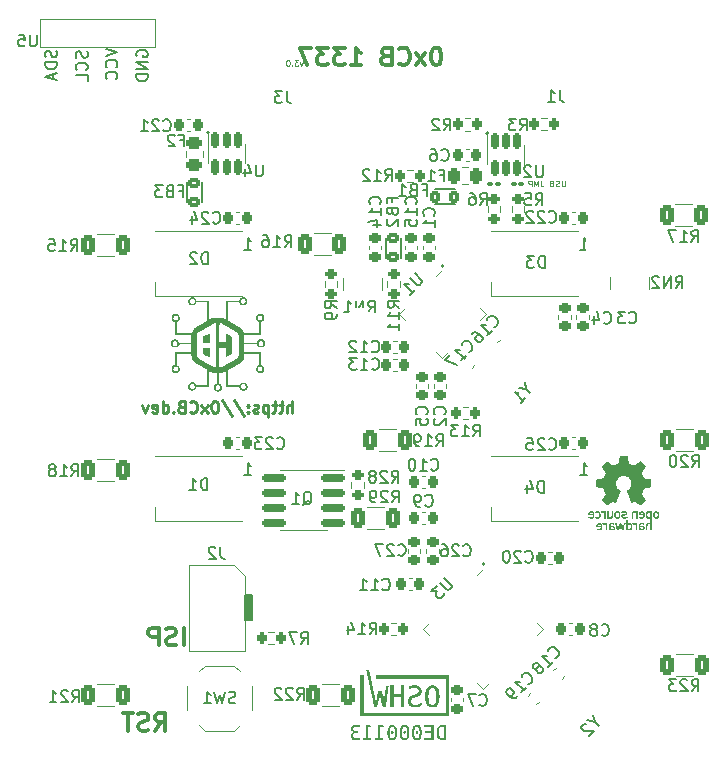
<source format=gbr>
%TF.GenerationSoftware,KiCad,Pcbnew,(5.99.0-10540-g55c1d814f9)*%
%TF.CreationDate,2021-05-28T07:36:21+02:00*%
%TF.ProjectId,1337-v3.0,31333337-2d76-4332-9e30-2e6b69636164,3.0*%
%TF.SameCoordinates,Original*%
%TF.FileFunction,Legend,Bot*%
%TF.FilePolarity,Positive*%
%FSLAX46Y46*%
G04 Gerber Fmt 4.6, Leading zero omitted, Abs format (unit mm)*
G04 Created by KiCad (PCBNEW (5.99.0-10540-g55c1d814f9)) date 2021-05-28 07:36:21*
%MOMM*%
%LPD*%
G01*
G04 APERTURE LIST*
G04 Aperture macros list*
%AMRoundRect*
0 Rectangle with rounded corners*
0 $1 Rounding radius*
0 $2 $3 $4 $5 $6 $7 $8 $9 X,Y pos of 4 corners*
0 Add a 4 corners polygon primitive as box body*
4,1,4,$2,$3,$4,$5,$6,$7,$8,$9,$2,$3,0*
0 Add four circle primitives for the rounded corners*
1,1,$1+$1,$2,$3*
1,1,$1+$1,$4,$5*
1,1,$1+$1,$6,$7*
1,1,$1+$1,$8,$9*
0 Add four rect primitives between the rounded corners*
20,1,$1+$1,$2,$3,$4,$5,0*
20,1,$1+$1,$4,$5,$6,$7,0*
20,1,$1+$1,$6,$7,$8,$9,0*
20,1,$1+$1,$8,$9,$2,$3,0*%
%AMRotRect*
0 Rectangle, with rotation*
0 The origin of the aperture is its center*
0 $1 length*
0 $2 width*
0 $3 Rotation angle, in degrees counterclockwise*
0 Add horizontal line*
21,1,$1,$2,0,0,$3*%
G04 Aperture macros list end*
%ADD10C,0.150000*%
%ADD11C,0.125000*%
%ADD12C,0.250000*%
%ADD13C,0.300000*%
%ADD14C,0.110000*%
%ADD15C,0.120000*%
%ADD16C,1.750000*%
%ADD17C,3.987800*%
%ADD18C,2.250000*%
%ADD19C,1.905000*%
%ADD20R,1.905000X1.905000*%
%ADD21R,2.000000X2.000000*%
%ADD22C,2.000000*%
%ADD23C,3.200000*%
%ADD24RoundRect,0.225000X0.225000X0.250000X-0.225000X0.250000X-0.225000X-0.250000X0.225000X-0.250000X0*%
%ADD25RoundRect,0.225000X0.250000X-0.225000X0.250000X0.225000X-0.250000X0.225000X-0.250000X-0.225000X0*%
%ADD26RoundRect,0.200000X-0.200000X-0.275000X0.200000X-0.275000X0.200000X0.275000X-0.200000X0.275000X0*%
%ADD27R,0.500000X0.800000*%
%ADD28R,0.400000X0.800000*%
%ADD29RoundRect,0.200000X0.200000X0.275000X-0.200000X0.275000X-0.200000X-0.275000X0.200000X-0.275000X0*%
%ADD30RoundRect,0.225000X-0.225000X-0.250000X0.225000X-0.250000X0.225000X0.250000X-0.225000X0.250000X0*%
%ADD31RoundRect,0.250000X-0.312500X-0.625000X0.312500X-0.625000X0.312500X0.625000X-0.312500X0.625000X0*%
%ADD32RoundRect,0.250000X0.312500X0.625000X-0.312500X0.625000X-0.312500X-0.625000X0.312500X-0.625000X0*%
%ADD33R,1.500000X1.000000*%
%ADD34RoundRect,0.200000X-0.275000X0.200000X-0.275000X-0.200000X0.275000X-0.200000X0.275000X0.200000X0*%
%ADD35RoundRect,0.225000X-0.250000X0.225000X-0.250000X-0.225000X0.250000X-0.225000X0.250000X0.225000X0*%
%ADD36RoundRect,0.150000X0.825000X0.150000X-0.825000X0.150000X-0.825000X-0.150000X0.825000X-0.150000X0*%
%ADD37RoundRect,0.225000X-0.017678X0.335876X-0.335876X0.017678X0.017678X-0.335876X0.335876X-0.017678X0*%
%ADD38RoundRect,0.243750X-0.456250X0.243750X-0.456250X-0.243750X0.456250X-0.243750X0.456250X0.243750X0*%
%ADD39RoundRect,0.150000X-0.150000X0.512500X-0.150000X-0.512500X0.150000X-0.512500X0.150000X0.512500X0*%
%ADD40RoundRect,0.170000X0.330000X-0.255000X0.330000X0.255000X-0.330000X0.255000X-0.330000X-0.255000X0*%
%ADD41R,0.600000X1.150000*%
%ADD42R,0.300000X1.150000*%
%ADD43O,1.000000X1.800000*%
%ADD44O,1.000000X2.200000*%
%ADD45RoundRect,0.300000X0.070711X0.494975X-0.494975X-0.070711X-0.070711X-0.494975X0.494975X0.070711X0*%
%ADD46RoundRect,0.062500X0.291682X0.380070X-0.380070X-0.291682X-0.291682X-0.380070X0.380070X0.291682X0*%
%ADD47RoundRect,0.062500X-0.291682X0.380070X-0.380070X0.291682X0.291682X-0.380070X0.380070X-0.291682X0*%
%ADD48RotRect,5.200000X5.200000X225.000000*%
%ADD49RoundRect,0.170000X0.255000X0.330000X-0.255000X0.330000X-0.255000X-0.330000X0.255000X-0.330000X0*%
%ADD50RoundRect,0.100000X0.130000X0.100000X-0.130000X0.100000X-0.130000X-0.100000X0.130000X-0.100000X0*%
%ADD51R,1.600000X2.000000*%
%ADD52O,1.600000X2.000000*%
%ADD53R,1.700000X1.000000*%
%ADD54C,1.700000*%
%ADD55RoundRect,0.170000X-0.330000X0.255000X-0.330000X-0.255000X0.330000X-0.255000X0.330000X0.255000X0*%
%ADD56RoundRect,0.200000X0.275000X-0.200000X0.275000X0.200000X-0.275000X0.200000X-0.275000X-0.200000X0*%
%ADD57RoundRect,0.243750X0.243750X0.456250X-0.243750X0.456250X-0.243750X-0.456250X0.243750X-0.456250X0*%
%ADD58RoundRect,0.225000X0.017678X-0.335876X0.335876X-0.017678X-0.017678X0.335876X-0.335876X0.017678X0*%
%ADD59RoundRect,0.062500X0.194454X0.282843X-0.282843X-0.194454X-0.194454X-0.282843X0.282843X0.194454X0*%
%ADD60RoundRect,0.062500X-0.194454X0.282843X-0.282843X0.194454X0.194454X-0.282843X0.282843X-0.194454X0*%
%ADD61RoundRect,0.250000X0.000000X2.015254X-2.015254X0.000000X0.000000X-2.015254X2.015254X0.000000X0*%
G04 APERTURE END LIST*
D10*
X138584956Y-79614000D02*
G75*
G03*
X138584956Y-79614000I-102956J0D01*
G01*
X161882956Y-116150000D02*
G75*
G03*
X161882956Y-116150000I-102956J0D01*
G01*
X142170000Y-120900000D02*
X141570000Y-120900000D01*
X141570000Y-120900000D02*
X141570000Y-118770000D01*
X141570000Y-118770000D02*
X142170000Y-118770000D01*
X142170000Y-118770000D02*
X142170000Y-120900000D01*
G36*
X142170000Y-120900000D02*
G01*
X141570000Y-120900000D01*
X141570000Y-118770000D01*
X142170000Y-118770000D01*
X142170000Y-120900000D01*
G37*
X162224956Y-79681500D02*
G75*
G03*
X162224956Y-79681500I-102956J0D01*
G01*
X158412956Y-90920000D02*
G75*
G03*
X158412956Y-90920000I-102956J0D01*
G01*
D11*
X168697619Y-83686190D02*
X168697619Y-84090952D01*
X168673809Y-84138571D01*
X168650000Y-84162380D01*
X168602380Y-84186190D01*
X168507142Y-84186190D01*
X168459523Y-84162380D01*
X168435714Y-84138571D01*
X168411904Y-84090952D01*
X168411904Y-83686190D01*
X168197619Y-84162380D02*
X168126190Y-84186190D01*
X168007142Y-84186190D01*
X167959523Y-84162380D01*
X167935714Y-84138571D01*
X167911904Y-84090952D01*
X167911904Y-84043333D01*
X167935714Y-83995714D01*
X167959523Y-83971904D01*
X168007142Y-83948095D01*
X168102380Y-83924285D01*
X168150000Y-83900476D01*
X168173809Y-83876666D01*
X168197619Y-83829047D01*
X168197619Y-83781428D01*
X168173809Y-83733809D01*
X168150000Y-83710000D01*
X168102380Y-83686190D01*
X167983333Y-83686190D01*
X167911904Y-83710000D01*
X167530952Y-83924285D02*
X167459523Y-83948095D01*
X167435714Y-83971904D01*
X167411904Y-84019523D01*
X167411904Y-84090952D01*
X167435714Y-84138571D01*
X167459523Y-84162380D01*
X167507142Y-84186190D01*
X167697619Y-84186190D01*
X167697619Y-83686190D01*
X167530952Y-83686190D01*
X167483333Y-83710000D01*
X167459523Y-83733809D01*
X167435714Y-83781428D01*
X167435714Y-83829047D01*
X167459523Y-83876666D01*
X167483333Y-83900476D01*
X167530952Y-83924285D01*
X167697619Y-83924285D01*
X166673809Y-83686190D02*
X166673809Y-84043333D01*
X166697619Y-84114761D01*
X166745238Y-84162380D01*
X166816666Y-84186190D01*
X166864285Y-84186190D01*
X166435714Y-84186190D02*
X166435714Y-83686190D01*
X166269047Y-84043333D01*
X166102380Y-83686190D01*
X166102380Y-84186190D01*
X165864285Y-84186190D02*
X165864285Y-83686190D01*
X165673809Y-83686190D01*
X165626190Y-83710000D01*
X165602380Y-83733809D01*
X165578571Y-83781428D01*
X165578571Y-83852857D01*
X165602380Y-83900476D01*
X165626190Y-83924285D01*
X165673809Y-83948095D01*
X165864285Y-83948095D01*
D12*
X145619523Y-103352380D02*
X145619523Y-102352380D01*
X145190952Y-103352380D02*
X145190952Y-102828571D01*
X145238571Y-102733333D01*
X145333809Y-102685714D01*
X145476666Y-102685714D01*
X145571904Y-102733333D01*
X145619523Y-102780952D01*
X144857619Y-102685714D02*
X144476666Y-102685714D01*
X144714761Y-102352380D02*
X144714761Y-103209523D01*
X144667142Y-103304761D01*
X144571904Y-103352380D01*
X144476666Y-103352380D01*
X144286190Y-102685714D02*
X143905238Y-102685714D01*
X144143333Y-102352380D02*
X144143333Y-103209523D01*
X144095714Y-103304761D01*
X144000476Y-103352380D01*
X143905238Y-103352380D01*
X143571904Y-102685714D02*
X143571904Y-103685714D01*
X143571904Y-102733333D02*
X143476666Y-102685714D01*
X143286190Y-102685714D01*
X143190952Y-102733333D01*
X143143333Y-102780952D01*
X143095714Y-102876190D01*
X143095714Y-103161904D01*
X143143333Y-103257142D01*
X143190952Y-103304761D01*
X143286190Y-103352380D01*
X143476666Y-103352380D01*
X143571904Y-103304761D01*
X142714761Y-103304761D02*
X142619523Y-103352380D01*
X142429047Y-103352380D01*
X142333809Y-103304761D01*
X142286190Y-103209523D01*
X142286190Y-103161904D01*
X142333809Y-103066666D01*
X142429047Y-103019047D01*
X142571904Y-103019047D01*
X142667142Y-102971428D01*
X142714761Y-102876190D01*
X142714761Y-102828571D01*
X142667142Y-102733333D01*
X142571904Y-102685714D01*
X142429047Y-102685714D01*
X142333809Y-102733333D01*
X141857619Y-103257142D02*
X141810000Y-103304761D01*
X141857619Y-103352380D01*
X141905238Y-103304761D01*
X141857619Y-103257142D01*
X141857619Y-103352380D01*
X141857619Y-102733333D02*
X141810000Y-102780952D01*
X141857619Y-102828571D01*
X141905238Y-102780952D01*
X141857619Y-102733333D01*
X141857619Y-102828571D01*
X140667142Y-102304761D02*
X141524285Y-103590476D01*
X139619523Y-102304761D02*
X140476666Y-103590476D01*
X139095714Y-102352380D02*
X139000476Y-102352380D01*
X138905238Y-102400000D01*
X138857619Y-102447619D01*
X138810000Y-102542857D01*
X138762380Y-102733333D01*
X138762380Y-102971428D01*
X138810000Y-103161904D01*
X138857619Y-103257142D01*
X138905238Y-103304761D01*
X139000476Y-103352380D01*
X139095714Y-103352380D01*
X139190952Y-103304761D01*
X139238571Y-103257142D01*
X139286190Y-103161904D01*
X139333809Y-102971428D01*
X139333809Y-102733333D01*
X139286190Y-102542857D01*
X139238571Y-102447619D01*
X139190952Y-102400000D01*
X139095714Y-102352380D01*
X138429047Y-103352380D02*
X137905238Y-102685714D01*
X138429047Y-102685714D02*
X137905238Y-103352380D01*
X136952857Y-103257142D02*
X137000476Y-103304761D01*
X137143333Y-103352380D01*
X137238571Y-103352380D01*
X137381428Y-103304761D01*
X137476666Y-103209523D01*
X137524285Y-103114285D01*
X137571904Y-102923809D01*
X137571904Y-102780952D01*
X137524285Y-102590476D01*
X137476666Y-102495238D01*
X137381428Y-102400000D01*
X137238571Y-102352380D01*
X137143333Y-102352380D01*
X137000476Y-102400000D01*
X136952857Y-102447619D01*
X136190952Y-102828571D02*
X136048095Y-102876190D01*
X136000476Y-102923809D01*
X135952857Y-103019047D01*
X135952857Y-103161904D01*
X136000476Y-103257142D01*
X136048095Y-103304761D01*
X136143333Y-103352380D01*
X136524285Y-103352380D01*
X136524285Y-102352380D01*
X136190952Y-102352380D01*
X136095714Y-102400000D01*
X136048095Y-102447619D01*
X136000476Y-102542857D01*
X136000476Y-102638095D01*
X136048095Y-102733333D01*
X136095714Y-102780952D01*
X136190952Y-102828571D01*
X136524285Y-102828571D01*
X135524285Y-103257142D02*
X135476666Y-103304761D01*
X135524285Y-103352380D01*
X135571904Y-103304761D01*
X135524285Y-103257142D01*
X135524285Y-103352380D01*
X134619523Y-103352380D02*
X134619523Y-102352380D01*
X134619523Y-103304761D02*
X134714761Y-103352380D01*
X134905238Y-103352380D01*
X135000476Y-103304761D01*
X135048095Y-103257142D01*
X135095714Y-103161904D01*
X135095714Y-102876190D01*
X135048095Y-102780952D01*
X135000476Y-102733333D01*
X134905238Y-102685714D01*
X134714761Y-102685714D01*
X134619523Y-102733333D01*
X133762380Y-103304761D02*
X133857619Y-103352380D01*
X134048095Y-103352380D01*
X134143333Y-103304761D01*
X134190952Y-103209523D01*
X134190952Y-102828571D01*
X134143333Y-102733333D01*
X134048095Y-102685714D01*
X133857619Y-102685714D01*
X133762380Y-102733333D01*
X133714761Y-102828571D01*
X133714761Y-102923809D01*
X134190952Y-103019047D01*
X133381428Y-102685714D02*
X133143333Y-103352380D01*
X132905238Y-102685714D01*
D13*
X133991428Y-130258571D02*
X134491428Y-129544285D01*
X134848571Y-130258571D02*
X134848571Y-128758571D01*
X134277142Y-128758571D01*
X134134285Y-128830000D01*
X134062857Y-128901428D01*
X133991428Y-129044285D01*
X133991428Y-129258571D01*
X134062857Y-129401428D01*
X134134285Y-129472857D01*
X134277142Y-129544285D01*
X134848571Y-129544285D01*
X133420000Y-130187142D02*
X133205714Y-130258571D01*
X132848571Y-130258571D01*
X132705714Y-130187142D01*
X132634285Y-130115714D01*
X132562857Y-129972857D01*
X132562857Y-129830000D01*
X132634285Y-129687142D01*
X132705714Y-129615714D01*
X132848571Y-129544285D01*
X133134285Y-129472857D01*
X133277142Y-129401428D01*
X133348571Y-129330000D01*
X133420000Y-129187142D01*
X133420000Y-129044285D01*
X133348571Y-128901428D01*
X133277142Y-128830000D01*
X133134285Y-128758571D01*
X132777142Y-128758571D01*
X132562857Y-128830000D01*
X132134285Y-128758571D02*
X131277142Y-128758571D01*
X131705714Y-130258571D02*
X131705714Y-128758571D01*
D14*
X146494285Y-73662857D02*
X146375238Y-73996190D01*
X146256190Y-73662857D01*
X146113333Y-73496190D02*
X145803809Y-73496190D01*
X145970476Y-73686666D01*
X145899047Y-73686666D01*
X145851428Y-73710476D01*
X145827619Y-73734285D01*
X145803809Y-73781904D01*
X145803809Y-73900952D01*
X145827619Y-73948571D01*
X145851428Y-73972380D01*
X145899047Y-73996190D01*
X146041904Y-73996190D01*
X146089523Y-73972380D01*
X146113333Y-73948571D01*
X145589523Y-73948571D02*
X145565714Y-73972380D01*
X145589523Y-73996190D01*
X145613333Y-73972380D01*
X145589523Y-73948571D01*
X145589523Y-73996190D01*
X145256190Y-73496190D02*
X145208571Y-73496190D01*
X145160952Y-73520000D01*
X145137142Y-73543809D01*
X145113333Y-73591428D01*
X145089523Y-73686666D01*
X145089523Y-73805714D01*
X145113333Y-73900952D01*
X145137142Y-73948571D01*
X145160952Y-73972380D01*
X145208571Y-73996190D01*
X145256190Y-73996190D01*
X145303809Y-73972380D01*
X145327619Y-73948571D01*
X145351428Y-73900952D01*
X145375238Y-73805714D01*
X145375238Y-73686666D01*
X145351428Y-73591428D01*
X145327619Y-73543809D01*
X145303809Y-73520000D01*
X145256190Y-73496190D01*
D13*
X136424285Y-123048571D02*
X136424285Y-121548571D01*
X135781428Y-122977142D02*
X135567142Y-123048571D01*
X135210000Y-123048571D01*
X135067142Y-122977142D01*
X134995714Y-122905714D01*
X134924285Y-122762857D01*
X134924285Y-122620000D01*
X134995714Y-122477142D01*
X135067142Y-122405714D01*
X135210000Y-122334285D01*
X135495714Y-122262857D01*
X135638571Y-122191428D01*
X135710000Y-122120000D01*
X135781428Y-121977142D01*
X135781428Y-121834285D01*
X135710000Y-121691428D01*
X135638571Y-121620000D01*
X135495714Y-121548571D01*
X135138571Y-121548571D01*
X134924285Y-121620000D01*
X134281428Y-123048571D02*
X134281428Y-121548571D01*
X133710000Y-121548571D01*
X133567142Y-121620000D01*
X133495714Y-121691428D01*
X133424285Y-121834285D01*
X133424285Y-122048571D01*
X133495714Y-122191428D01*
X133567142Y-122262857D01*
X133710000Y-122334285D01*
X134281428Y-122334285D01*
X157867142Y-72428571D02*
X157724285Y-72428571D01*
X157581428Y-72500000D01*
X157510000Y-72571428D01*
X157438571Y-72714285D01*
X157367142Y-73000000D01*
X157367142Y-73357142D01*
X157438571Y-73642857D01*
X157510000Y-73785714D01*
X157581428Y-73857142D01*
X157724285Y-73928571D01*
X157867142Y-73928571D01*
X158010000Y-73857142D01*
X158081428Y-73785714D01*
X158152857Y-73642857D01*
X158224285Y-73357142D01*
X158224285Y-73000000D01*
X158152857Y-72714285D01*
X158081428Y-72571428D01*
X158010000Y-72500000D01*
X157867142Y-72428571D01*
X156867142Y-73928571D02*
X156081428Y-72928571D01*
X156867142Y-72928571D02*
X156081428Y-73928571D01*
X154652857Y-73785714D02*
X154724285Y-73857142D01*
X154938571Y-73928571D01*
X155081428Y-73928571D01*
X155295714Y-73857142D01*
X155438571Y-73714285D01*
X155510000Y-73571428D01*
X155581428Y-73285714D01*
X155581428Y-73071428D01*
X155510000Y-72785714D01*
X155438571Y-72642857D01*
X155295714Y-72500000D01*
X155081428Y-72428571D01*
X154938571Y-72428571D01*
X154724285Y-72500000D01*
X154652857Y-72571428D01*
X153510000Y-73142857D02*
X153295714Y-73214285D01*
X153224285Y-73285714D01*
X153152857Y-73428571D01*
X153152857Y-73642857D01*
X153224285Y-73785714D01*
X153295714Y-73857142D01*
X153438571Y-73928571D01*
X154010000Y-73928571D01*
X154010000Y-72428571D01*
X153510000Y-72428571D01*
X153367142Y-72500000D01*
X153295714Y-72571428D01*
X153224285Y-72714285D01*
X153224285Y-72857142D01*
X153295714Y-73000000D01*
X153367142Y-73071428D01*
X153510000Y-73142857D01*
X154010000Y-73142857D01*
X150581428Y-73928571D02*
X151438571Y-73928571D01*
X151010000Y-73928571D02*
X151010000Y-72428571D01*
X151152857Y-72642857D01*
X151295714Y-72785714D01*
X151438571Y-72857142D01*
X150081428Y-72428571D02*
X149152857Y-72428571D01*
X149652857Y-73000000D01*
X149438571Y-73000000D01*
X149295714Y-73071428D01*
X149224285Y-73142857D01*
X149152857Y-73285714D01*
X149152857Y-73642857D01*
X149224285Y-73785714D01*
X149295714Y-73857142D01*
X149438571Y-73928571D01*
X149867142Y-73928571D01*
X150010000Y-73857142D01*
X150081428Y-73785714D01*
X148652857Y-72428571D02*
X147724285Y-72428571D01*
X148224285Y-73000000D01*
X148010000Y-73000000D01*
X147867142Y-73071428D01*
X147795714Y-73142857D01*
X147724285Y-73285714D01*
X147724285Y-73642857D01*
X147795714Y-73785714D01*
X147867142Y-73857142D01*
X148010000Y-73928571D01*
X148438571Y-73928571D01*
X148581428Y-73857142D01*
X148652857Y-73785714D01*
X147224285Y-72428571D02*
X146224285Y-72428571D01*
X146867142Y-73928571D01*
D10*
%TO.C,C22*%
X167332857Y-87157142D02*
X167380476Y-87204761D01*
X167523333Y-87252380D01*
X167618571Y-87252380D01*
X167761428Y-87204761D01*
X167856666Y-87109523D01*
X167904285Y-87014285D01*
X167951904Y-86823809D01*
X167951904Y-86680952D01*
X167904285Y-86490476D01*
X167856666Y-86395238D01*
X167761428Y-86300000D01*
X167618571Y-86252380D01*
X167523333Y-86252380D01*
X167380476Y-86300000D01*
X167332857Y-86347619D01*
X166951904Y-86347619D02*
X166904285Y-86300000D01*
X166809047Y-86252380D01*
X166570952Y-86252380D01*
X166475714Y-86300000D01*
X166428095Y-86347619D01*
X166380476Y-86442857D01*
X166380476Y-86538095D01*
X166428095Y-86680952D01*
X166999523Y-87252380D01*
X166380476Y-87252380D01*
X165999523Y-86347619D02*
X165951904Y-86300000D01*
X165856666Y-86252380D01*
X165618571Y-86252380D01*
X165523333Y-86300000D01*
X165475714Y-86347619D01*
X165428095Y-86442857D01*
X165428095Y-86538095D01*
X165475714Y-86680952D01*
X166047142Y-87252380D01*
X165428095Y-87252380D01*
%TO.C,C27*%
X154582857Y-115387142D02*
X154630476Y-115434761D01*
X154773333Y-115482380D01*
X154868571Y-115482380D01*
X155011428Y-115434761D01*
X155106666Y-115339523D01*
X155154285Y-115244285D01*
X155201904Y-115053809D01*
X155201904Y-114910952D01*
X155154285Y-114720476D01*
X155106666Y-114625238D01*
X155011428Y-114530000D01*
X154868571Y-114482380D01*
X154773333Y-114482380D01*
X154630476Y-114530000D01*
X154582857Y-114577619D01*
X154201904Y-114577619D02*
X154154285Y-114530000D01*
X154059047Y-114482380D01*
X153820952Y-114482380D01*
X153725714Y-114530000D01*
X153678095Y-114577619D01*
X153630476Y-114672857D01*
X153630476Y-114768095D01*
X153678095Y-114910952D01*
X154249523Y-115482380D01*
X153630476Y-115482380D01*
X153297142Y-114482380D02*
X152630476Y-114482380D01*
X153059047Y-115482380D01*
%TO.C,C15*%
X156053142Y-85669142D02*
X156100761Y-85621523D01*
X156148380Y-85478666D01*
X156148380Y-85383428D01*
X156100761Y-85240571D01*
X156005523Y-85145333D01*
X155910285Y-85097714D01*
X155719809Y-85050095D01*
X155576952Y-85050095D01*
X155386476Y-85097714D01*
X155291238Y-85145333D01*
X155196000Y-85240571D01*
X155148380Y-85383428D01*
X155148380Y-85478666D01*
X155196000Y-85621523D01*
X155243619Y-85669142D01*
X156148380Y-86621523D02*
X156148380Y-86050095D01*
X156148380Y-86335809D02*
X155148380Y-86335809D01*
X155291238Y-86240571D01*
X155386476Y-86145333D01*
X155434095Y-86050095D01*
X155148380Y-87526285D02*
X155148380Y-87050095D01*
X155624571Y-87002476D01*
X155576952Y-87050095D01*
X155529333Y-87145333D01*
X155529333Y-87383428D01*
X155576952Y-87478666D01*
X155624571Y-87526285D01*
X155719809Y-87573904D01*
X155957904Y-87573904D01*
X156053142Y-87526285D01*
X156100761Y-87478666D01*
X156148380Y-87383428D01*
X156148380Y-87145333D01*
X156100761Y-87050095D01*
X156053142Y-87002476D01*
%TO.C,R7*%
X146336666Y-122932380D02*
X146670000Y-122456190D01*
X146908095Y-122932380D02*
X146908095Y-121932380D01*
X146527142Y-121932380D01*
X146431904Y-121980000D01*
X146384285Y-122027619D01*
X146336666Y-122122857D01*
X146336666Y-122265714D01*
X146384285Y-122360952D01*
X146431904Y-122408571D01*
X146527142Y-122456190D01*
X146908095Y-122456190D01*
X146003333Y-121932380D02*
X145336666Y-121932380D01*
X145765238Y-122932380D01*
%TO.C,RN2*%
X178070476Y-92772380D02*
X178403809Y-92296190D01*
X178641904Y-92772380D02*
X178641904Y-91772380D01*
X178260952Y-91772380D01*
X178165714Y-91820000D01*
X178118095Y-91867619D01*
X178070476Y-91962857D01*
X178070476Y-92105714D01*
X178118095Y-92200952D01*
X178165714Y-92248571D01*
X178260952Y-92296190D01*
X178641904Y-92296190D01*
X177641904Y-92772380D02*
X177641904Y-91772380D01*
X177070476Y-92772380D01*
X177070476Y-91772380D01*
X176641904Y-91867619D02*
X176594285Y-91820000D01*
X176499047Y-91772380D01*
X176260952Y-91772380D01*
X176165714Y-91820000D01*
X176118095Y-91867619D01*
X176070476Y-91962857D01*
X176070476Y-92058095D01*
X176118095Y-92200952D01*
X176689523Y-92772380D01*
X176070476Y-92772380D01*
%TO.C,R3*%
X164876666Y-79442380D02*
X165210000Y-78966190D01*
X165448095Y-79442380D02*
X165448095Y-78442380D01*
X165067142Y-78442380D01*
X164971904Y-78490000D01*
X164924285Y-78537619D01*
X164876666Y-78632857D01*
X164876666Y-78775714D01*
X164924285Y-78870952D01*
X164971904Y-78918571D01*
X165067142Y-78966190D01*
X165448095Y-78966190D01*
X164543333Y-78442380D02*
X163924285Y-78442380D01*
X164257619Y-78823333D01*
X164114761Y-78823333D01*
X164019523Y-78870952D01*
X163971904Y-78918571D01*
X163924285Y-79013809D01*
X163924285Y-79251904D01*
X163971904Y-79347142D01*
X164019523Y-79394761D01*
X164114761Y-79442380D01*
X164400476Y-79442380D01*
X164495714Y-79394761D01*
X164543333Y-79347142D01*
%TO.C,C20*%
X165344857Y-115937142D02*
X165392476Y-115984761D01*
X165535333Y-116032380D01*
X165630571Y-116032380D01*
X165773428Y-115984761D01*
X165868666Y-115889523D01*
X165916285Y-115794285D01*
X165963904Y-115603809D01*
X165963904Y-115460952D01*
X165916285Y-115270476D01*
X165868666Y-115175238D01*
X165773428Y-115080000D01*
X165630571Y-115032380D01*
X165535333Y-115032380D01*
X165392476Y-115080000D01*
X165344857Y-115127619D01*
X164963904Y-115127619D02*
X164916285Y-115080000D01*
X164821047Y-115032380D01*
X164582952Y-115032380D01*
X164487714Y-115080000D01*
X164440095Y-115127619D01*
X164392476Y-115222857D01*
X164392476Y-115318095D01*
X164440095Y-115460952D01*
X165011523Y-116032380D01*
X164392476Y-116032380D01*
X163773428Y-115032380D02*
X163678190Y-115032380D01*
X163582952Y-115080000D01*
X163535333Y-115127619D01*
X163487714Y-115222857D01*
X163440095Y-115413333D01*
X163440095Y-115651428D01*
X163487714Y-115841904D01*
X163535333Y-115937142D01*
X163582952Y-115984761D01*
X163678190Y-116032380D01*
X163773428Y-116032380D01*
X163868666Y-115984761D01*
X163916285Y-115937142D01*
X163963904Y-115841904D01*
X164011523Y-115651428D01*
X164011523Y-115413333D01*
X163963904Y-115222857D01*
X163916285Y-115127619D01*
X163868666Y-115080000D01*
X163773428Y-115032380D01*
%TO.C,R20*%
X179458857Y-107936380D02*
X179792190Y-107460190D01*
X180030285Y-107936380D02*
X180030285Y-106936380D01*
X179649333Y-106936380D01*
X179554095Y-106984000D01*
X179506476Y-107031619D01*
X179458857Y-107126857D01*
X179458857Y-107269714D01*
X179506476Y-107364952D01*
X179554095Y-107412571D01*
X179649333Y-107460190D01*
X180030285Y-107460190D01*
X179077904Y-107031619D02*
X179030285Y-106984000D01*
X178935047Y-106936380D01*
X178696952Y-106936380D01*
X178601714Y-106984000D01*
X178554095Y-107031619D01*
X178506476Y-107126857D01*
X178506476Y-107222095D01*
X178554095Y-107364952D01*
X179125523Y-107936380D01*
X178506476Y-107936380D01*
X177887428Y-106936380D02*
X177792190Y-106936380D01*
X177696952Y-106984000D01*
X177649333Y-107031619D01*
X177601714Y-107126857D01*
X177554095Y-107317333D01*
X177554095Y-107555428D01*
X177601714Y-107745904D01*
X177649333Y-107841142D01*
X177696952Y-107888761D01*
X177792190Y-107936380D01*
X177887428Y-107936380D01*
X177982666Y-107888761D01*
X178030285Y-107841142D01*
X178077904Y-107745904D01*
X178125523Y-107555428D01*
X178125523Y-107317333D01*
X178077904Y-107126857D01*
X178030285Y-107031619D01*
X177982666Y-106984000D01*
X177887428Y-106936380D01*
%TO.C,R18*%
X126902857Y-108722380D02*
X127236190Y-108246190D01*
X127474285Y-108722380D02*
X127474285Y-107722380D01*
X127093333Y-107722380D01*
X126998095Y-107770000D01*
X126950476Y-107817619D01*
X126902857Y-107912857D01*
X126902857Y-108055714D01*
X126950476Y-108150952D01*
X126998095Y-108198571D01*
X127093333Y-108246190D01*
X127474285Y-108246190D01*
X125950476Y-108722380D02*
X126521904Y-108722380D01*
X126236190Y-108722380D02*
X126236190Y-107722380D01*
X126331428Y-107865238D01*
X126426666Y-107960476D01*
X126521904Y-108008095D01*
X125379047Y-108150952D02*
X125474285Y-108103333D01*
X125521904Y-108055714D01*
X125569523Y-107960476D01*
X125569523Y-107912857D01*
X125521904Y-107817619D01*
X125474285Y-107770000D01*
X125379047Y-107722380D01*
X125188571Y-107722380D01*
X125093333Y-107770000D01*
X125045714Y-107817619D01*
X124998095Y-107912857D01*
X124998095Y-107960476D01*
X125045714Y-108055714D01*
X125093333Y-108103333D01*
X125188571Y-108150952D01*
X125379047Y-108150952D01*
X125474285Y-108198571D01*
X125521904Y-108246190D01*
X125569523Y-108341428D01*
X125569523Y-108531904D01*
X125521904Y-108627142D01*
X125474285Y-108674761D01*
X125379047Y-108722380D01*
X125188571Y-108722380D01*
X125093333Y-108674761D01*
X125045714Y-108627142D01*
X124998095Y-108531904D01*
X124998095Y-108341428D01*
X125045714Y-108246190D01*
X125093333Y-108198571D01*
X125188571Y-108150952D01*
%TO.C,D1*%
X138418095Y-109902380D02*
X138418095Y-108902380D01*
X138180000Y-108902380D01*
X138037142Y-108950000D01*
X137941904Y-109045238D01*
X137894285Y-109140476D01*
X137846666Y-109330952D01*
X137846666Y-109473809D01*
X137894285Y-109664285D01*
X137941904Y-109759523D01*
X138037142Y-109854761D01*
X138180000Y-109902380D01*
X138418095Y-109902380D01*
X136894285Y-109902380D02*
X137465714Y-109902380D01*
X137180000Y-109902380D02*
X137180000Y-108902380D01*
X137275238Y-109045238D01*
X137370476Y-109140476D01*
X137465714Y-109188095D01*
X141532285Y-108580380D02*
X142103714Y-108580380D01*
X141818000Y-108580380D02*
X141818000Y-107580380D01*
X141913238Y-107723238D01*
X142008476Y-107818476D01*
X142103714Y-107866095D01*
%TO.C,C14*%
X153005142Y-85669142D02*
X153052761Y-85621523D01*
X153100380Y-85478666D01*
X153100380Y-85383428D01*
X153052761Y-85240571D01*
X152957523Y-85145333D01*
X152862285Y-85097714D01*
X152671809Y-85050095D01*
X152528952Y-85050095D01*
X152338476Y-85097714D01*
X152243238Y-85145333D01*
X152148000Y-85240571D01*
X152100380Y-85383428D01*
X152100380Y-85478666D01*
X152148000Y-85621523D01*
X152195619Y-85669142D01*
X153100380Y-86621523D02*
X153100380Y-86050095D01*
X153100380Y-86335809D02*
X152100380Y-86335809D01*
X152243238Y-86240571D01*
X152338476Y-86145333D01*
X152386095Y-86050095D01*
X152433714Y-87478666D02*
X153100380Y-87478666D01*
X152052761Y-87240571D02*
X152767047Y-87002476D01*
X152767047Y-87621523D01*
%TO.C,R9*%
X149364380Y-94487333D02*
X148888190Y-94154000D01*
X149364380Y-93915904D02*
X148364380Y-93915904D01*
X148364380Y-94296857D01*
X148412000Y-94392095D01*
X148459619Y-94439714D01*
X148554857Y-94487333D01*
X148697714Y-94487333D01*
X148792952Y-94439714D01*
X148840571Y-94392095D01*
X148888190Y-94296857D01*
X148888190Y-93915904D01*
X149364380Y-94963523D02*
X149364380Y-95154000D01*
X149316761Y-95249238D01*
X149269142Y-95296857D01*
X149126285Y-95392095D01*
X148935809Y-95439714D01*
X148554857Y-95439714D01*
X148459619Y-95392095D01*
X148412000Y-95344476D01*
X148364380Y-95249238D01*
X148364380Y-95058761D01*
X148412000Y-94963523D01*
X148459619Y-94915904D01*
X148554857Y-94868285D01*
X148792952Y-94868285D01*
X148888190Y-94915904D01*
X148935809Y-94963523D01*
X148983428Y-95058761D01*
X148983428Y-95249238D01*
X148935809Y-95344476D01*
X148888190Y-95392095D01*
X148792952Y-95439714D01*
%TO.C,C2*%
X158487142Y-103463333D02*
X158534761Y-103415714D01*
X158582380Y-103272857D01*
X158582380Y-103177619D01*
X158534761Y-103034761D01*
X158439523Y-102939523D01*
X158344285Y-102891904D01*
X158153809Y-102844285D01*
X158010952Y-102844285D01*
X157820476Y-102891904D01*
X157725238Y-102939523D01*
X157630000Y-103034761D01*
X157582380Y-103177619D01*
X157582380Y-103272857D01*
X157630000Y-103415714D01*
X157677619Y-103463333D01*
X157677619Y-103844285D02*
X157630000Y-103891904D01*
X157582380Y-103987142D01*
X157582380Y-104225238D01*
X157630000Y-104320476D01*
X157677619Y-104368095D01*
X157772857Y-104415714D01*
X157868095Y-104415714D01*
X158010952Y-104368095D01*
X158582380Y-103796666D01*
X158582380Y-104415714D01*
%TO.C,C1*%
X157577142Y-86653333D02*
X157624761Y-86605714D01*
X157672380Y-86462857D01*
X157672380Y-86367619D01*
X157624761Y-86224761D01*
X157529523Y-86129523D01*
X157434285Y-86081904D01*
X157243809Y-86034285D01*
X157100952Y-86034285D01*
X156910476Y-86081904D01*
X156815238Y-86129523D01*
X156720000Y-86224761D01*
X156672380Y-86367619D01*
X156672380Y-86462857D01*
X156720000Y-86605714D01*
X156767619Y-86653333D01*
X157672380Y-87605714D02*
X157672380Y-87034285D01*
X157672380Y-87320000D02*
X156672380Y-87320000D01*
X156815238Y-87224761D01*
X156910476Y-87129523D01*
X156958095Y-87034285D01*
%TO.C,Q1*%
X146515238Y-111147619D02*
X146610476Y-111100000D01*
X146705714Y-111004761D01*
X146848571Y-110861904D01*
X146943809Y-110814285D01*
X147039047Y-110814285D01*
X146991428Y-111052380D02*
X147086666Y-111004761D01*
X147181904Y-110909523D01*
X147229523Y-110719047D01*
X147229523Y-110385714D01*
X147181904Y-110195238D01*
X147086666Y-110100000D01*
X146991428Y-110052380D01*
X146800952Y-110052380D01*
X146705714Y-110100000D01*
X146610476Y-110195238D01*
X146562857Y-110385714D01*
X146562857Y-110719047D01*
X146610476Y-110909523D01*
X146705714Y-111004761D01*
X146800952Y-111052380D01*
X146991428Y-111052380D01*
X145610476Y-111052380D02*
X146181904Y-111052380D01*
X145896190Y-111052380D02*
X145896190Y-110052380D01*
X145991428Y-110195238D01*
X146086666Y-110290476D01*
X146181904Y-110338095D01*
%TO.C,C16*%
X162707107Y-96057969D02*
X162774451Y-96057969D01*
X162909138Y-95990625D01*
X162976481Y-95923282D01*
X163043825Y-95788595D01*
X163043825Y-95653908D01*
X163010153Y-95552893D01*
X162909138Y-95384534D01*
X162808123Y-95283519D01*
X162639764Y-95182503D01*
X162538749Y-95148832D01*
X162404062Y-95148832D01*
X162269375Y-95216175D01*
X162202031Y-95283519D01*
X162134688Y-95418206D01*
X162134688Y-95485549D01*
X162101016Y-96798748D02*
X162505077Y-96394687D01*
X162303046Y-96596717D02*
X161595939Y-95889610D01*
X161764298Y-95923282D01*
X161898985Y-95923282D01*
X162000001Y-95889610D01*
X160787817Y-96697732D02*
X160922504Y-96563045D01*
X161023520Y-96529374D01*
X161090863Y-96529374D01*
X161259222Y-96563045D01*
X161427581Y-96664061D01*
X161696955Y-96933435D01*
X161730626Y-97034450D01*
X161730626Y-97101793D01*
X161696955Y-97202809D01*
X161562268Y-97337496D01*
X161461252Y-97371167D01*
X161393909Y-97371167D01*
X161292894Y-97337496D01*
X161124535Y-97169137D01*
X161090863Y-97068122D01*
X161090863Y-97000778D01*
X161124535Y-96899763D01*
X161259222Y-96765076D01*
X161360237Y-96731404D01*
X161427581Y-96731404D01*
X161528596Y-96765076D01*
%TO.C,R14*%
X152162857Y-122112380D02*
X152496190Y-121636190D01*
X152734285Y-122112380D02*
X152734285Y-121112380D01*
X152353333Y-121112380D01*
X152258095Y-121160000D01*
X152210476Y-121207619D01*
X152162857Y-121302857D01*
X152162857Y-121445714D01*
X152210476Y-121540952D01*
X152258095Y-121588571D01*
X152353333Y-121636190D01*
X152734285Y-121636190D01*
X151210476Y-122112380D02*
X151781904Y-122112380D01*
X151496190Y-122112380D02*
X151496190Y-121112380D01*
X151591428Y-121255238D01*
X151686666Y-121350476D01*
X151781904Y-121398095D01*
X150353333Y-121445714D02*
X150353333Y-122112380D01*
X150591428Y-121064761D02*
X150829523Y-121779047D01*
X150210476Y-121779047D01*
%TO.C,F2*%
X136113333Y-80278571D02*
X136446666Y-80278571D01*
X136446666Y-80802380D02*
X136446666Y-79802380D01*
X135970476Y-79802380D01*
X135637142Y-79897619D02*
X135589523Y-79850000D01*
X135494285Y-79802380D01*
X135256190Y-79802380D01*
X135160952Y-79850000D01*
X135113333Y-79897619D01*
X135065714Y-79992857D01*
X135065714Y-80088095D01*
X135113333Y-80230952D01*
X135684761Y-80802380D01*
X135065714Y-80802380D01*
%TO.C,R16*%
X144962857Y-89332380D02*
X145296190Y-88856190D01*
X145534285Y-89332380D02*
X145534285Y-88332380D01*
X145153333Y-88332380D01*
X145058095Y-88380000D01*
X145010476Y-88427619D01*
X144962857Y-88522857D01*
X144962857Y-88665714D01*
X145010476Y-88760952D01*
X145058095Y-88808571D01*
X145153333Y-88856190D01*
X145534285Y-88856190D01*
X144010476Y-89332380D02*
X144581904Y-89332380D01*
X144296190Y-89332380D02*
X144296190Y-88332380D01*
X144391428Y-88475238D01*
X144486666Y-88570476D01*
X144581904Y-88618095D01*
X143153333Y-88332380D02*
X143343809Y-88332380D01*
X143439047Y-88380000D01*
X143486666Y-88427619D01*
X143581904Y-88570476D01*
X143629523Y-88760952D01*
X143629523Y-89141904D01*
X143581904Y-89237142D01*
X143534285Y-89284761D01*
X143439047Y-89332380D01*
X143248571Y-89332380D01*
X143153333Y-89284761D01*
X143105714Y-89237142D01*
X143058095Y-89141904D01*
X143058095Y-88903809D01*
X143105714Y-88808571D01*
X143153333Y-88760952D01*
X143248571Y-88713333D01*
X143439047Y-88713333D01*
X143534285Y-88760952D01*
X143581904Y-88808571D01*
X143629523Y-88903809D01*
%TO.C,C9*%
X156884666Y-111195142D02*
X156932285Y-111242761D01*
X157075142Y-111290380D01*
X157170380Y-111290380D01*
X157313238Y-111242761D01*
X157408476Y-111147523D01*
X157456095Y-111052285D01*
X157503714Y-110861809D01*
X157503714Y-110718952D01*
X157456095Y-110528476D01*
X157408476Y-110433238D01*
X157313238Y-110338000D01*
X157170380Y-110290380D01*
X157075142Y-110290380D01*
X156932285Y-110338000D01*
X156884666Y-110385619D01*
X156408476Y-111290380D02*
X156218000Y-111290380D01*
X156122761Y-111242761D01*
X156075142Y-111195142D01*
X155979904Y-111052285D01*
X155932285Y-110861809D01*
X155932285Y-110480857D01*
X155979904Y-110385619D01*
X156027523Y-110338000D01*
X156122761Y-110290380D01*
X156313238Y-110290380D01*
X156408476Y-110338000D01*
X156456095Y-110385619D01*
X156503714Y-110480857D01*
X156503714Y-110718952D01*
X156456095Y-110814190D01*
X156408476Y-110861809D01*
X156313238Y-110909428D01*
X156122761Y-110909428D01*
X156027523Y-110861809D01*
X155979904Y-110814190D01*
X155932285Y-110718952D01*
%TO.C,C24*%
X138892857Y-87237142D02*
X138940476Y-87284761D01*
X139083333Y-87332380D01*
X139178571Y-87332380D01*
X139321428Y-87284761D01*
X139416666Y-87189523D01*
X139464285Y-87094285D01*
X139511904Y-86903809D01*
X139511904Y-86760952D01*
X139464285Y-86570476D01*
X139416666Y-86475238D01*
X139321428Y-86380000D01*
X139178571Y-86332380D01*
X139083333Y-86332380D01*
X138940476Y-86380000D01*
X138892857Y-86427619D01*
X138511904Y-86427619D02*
X138464285Y-86380000D01*
X138369047Y-86332380D01*
X138130952Y-86332380D01*
X138035714Y-86380000D01*
X137988095Y-86427619D01*
X137940476Y-86522857D01*
X137940476Y-86618095D01*
X137988095Y-86760952D01*
X138559523Y-87332380D01*
X137940476Y-87332380D01*
X137083333Y-86665714D02*
X137083333Y-87332380D01*
X137321428Y-86284761D02*
X137559523Y-86999047D01*
X136940476Y-86999047D01*
%TO.C,U2*%
X166811904Y-82412380D02*
X166811904Y-83221904D01*
X166764285Y-83317142D01*
X166716666Y-83364761D01*
X166621428Y-83412380D01*
X166430952Y-83412380D01*
X166335714Y-83364761D01*
X166288095Y-83317142D01*
X166240476Y-83221904D01*
X166240476Y-82412380D01*
X165811904Y-82507619D02*
X165764285Y-82460000D01*
X165669047Y-82412380D01*
X165430952Y-82412380D01*
X165335714Y-82460000D01*
X165288095Y-82507619D01*
X165240476Y-82602857D01*
X165240476Y-82698095D01*
X165288095Y-82840952D01*
X165859523Y-83412380D01*
X165240476Y-83412380D01*
%TO.C,FB2*%
X154072571Y-85478666D02*
X154072571Y-85145333D01*
X154596380Y-85145333D02*
X153596380Y-85145333D01*
X153596380Y-85621523D01*
X154072571Y-86335809D02*
X154120190Y-86478666D01*
X154167809Y-86526285D01*
X154263047Y-86573904D01*
X154405904Y-86573904D01*
X154501142Y-86526285D01*
X154548761Y-86478666D01*
X154596380Y-86383428D01*
X154596380Y-86002476D01*
X153596380Y-86002476D01*
X153596380Y-86335809D01*
X153644000Y-86431047D01*
X153691619Y-86478666D01*
X153786857Y-86526285D01*
X153882095Y-86526285D01*
X153977333Y-86478666D01*
X154024952Y-86431047D01*
X154072571Y-86335809D01*
X154072571Y-86002476D01*
X153691619Y-86954857D02*
X153644000Y-87002476D01*
X153596380Y-87097714D01*
X153596380Y-87335809D01*
X153644000Y-87431047D01*
X153691619Y-87478666D01*
X153786857Y-87526285D01*
X153882095Y-87526285D01*
X154024952Y-87478666D01*
X154596380Y-86907238D01*
X154596380Y-87526285D01*
%TO.C,J1*%
X168263333Y-76012380D02*
X168263333Y-76726666D01*
X168310952Y-76869523D01*
X168406190Y-76964761D01*
X168549047Y-77012380D01*
X168644285Y-77012380D01*
X167263333Y-77012380D02*
X167834761Y-77012380D01*
X167549047Y-77012380D02*
X167549047Y-76012380D01*
X167644285Y-76155238D01*
X167739523Y-76250476D01*
X167834761Y-76298095D01*
%TO.C,R21*%
X126972857Y-127852380D02*
X127306190Y-127376190D01*
X127544285Y-127852380D02*
X127544285Y-126852380D01*
X127163333Y-126852380D01*
X127068095Y-126900000D01*
X127020476Y-126947619D01*
X126972857Y-127042857D01*
X126972857Y-127185714D01*
X127020476Y-127280952D01*
X127068095Y-127328571D01*
X127163333Y-127376190D01*
X127544285Y-127376190D01*
X126591904Y-126947619D02*
X126544285Y-126900000D01*
X126449047Y-126852380D01*
X126210952Y-126852380D01*
X126115714Y-126900000D01*
X126068095Y-126947619D01*
X126020476Y-127042857D01*
X126020476Y-127138095D01*
X126068095Y-127280952D01*
X126639523Y-127852380D01*
X126020476Y-127852380D01*
X125068095Y-127852380D02*
X125639523Y-127852380D01*
X125353809Y-127852380D02*
X125353809Y-126852380D01*
X125449047Y-126995238D01*
X125544285Y-127090476D01*
X125639523Y-127138095D01*
%TO.C,C21*%
X134692857Y-79417142D02*
X134740476Y-79464761D01*
X134883333Y-79512380D01*
X134978571Y-79512380D01*
X135121428Y-79464761D01*
X135216666Y-79369523D01*
X135264285Y-79274285D01*
X135311904Y-79083809D01*
X135311904Y-78940952D01*
X135264285Y-78750476D01*
X135216666Y-78655238D01*
X135121428Y-78560000D01*
X134978571Y-78512380D01*
X134883333Y-78512380D01*
X134740476Y-78560000D01*
X134692857Y-78607619D01*
X134311904Y-78607619D02*
X134264285Y-78560000D01*
X134169047Y-78512380D01*
X133930952Y-78512380D01*
X133835714Y-78560000D01*
X133788095Y-78607619D01*
X133740476Y-78702857D01*
X133740476Y-78798095D01*
X133788095Y-78940952D01*
X134359523Y-79512380D01*
X133740476Y-79512380D01*
X132788095Y-79512380D02*
X133359523Y-79512380D01*
X133073809Y-79512380D02*
X133073809Y-78512380D01*
X133169047Y-78655238D01*
X133264285Y-78750476D01*
X133359523Y-78798095D01*
%TO.C,R22*%
X146012857Y-127642380D02*
X146346190Y-127166190D01*
X146584285Y-127642380D02*
X146584285Y-126642380D01*
X146203333Y-126642380D01*
X146108095Y-126690000D01*
X146060476Y-126737619D01*
X146012857Y-126832857D01*
X146012857Y-126975714D01*
X146060476Y-127070952D01*
X146108095Y-127118571D01*
X146203333Y-127166190D01*
X146584285Y-127166190D01*
X145631904Y-126737619D02*
X145584285Y-126690000D01*
X145489047Y-126642380D01*
X145250952Y-126642380D01*
X145155714Y-126690000D01*
X145108095Y-126737619D01*
X145060476Y-126832857D01*
X145060476Y-126928095D01*
X145108095Y-127070952D01*
X145679523Y-127642380D01*
X145060476Y-127642380D01*
X144679523Y-126737619D02*
X144631904Y-126690000D01*
X144536666Y-126642380D01*
X144298571Y-126642380D01*
X144203333Y-126690000D01*
X144155714Y-126737619D01*
X144108095Y-126832857D01*
X144108095Y-126928095D01*
X144155714Y-127070952D01*
X144727142Y-127642380D01*
X144108095Y-127642380D01*
%TO.C,Y1*%
X165435932Y-101352497D02*
X165772650Y-101689215D01*
X165301245Y-100746406D02*
X165435932Y-101352497D01*
X164829841Y-101217810D01*
X164930856Y-102531008D02*
X165334917Y-102126947D01*
X165132886Y-102328978D02*
X164425780Y-101621871D01*
X164594138Y-101655543D01*
X164728825Y-101655543D01*
X164829841Y-101621871D01*
%TO.C,D4*%
X166918095Y-110102380D02*
X166918095Y-109102380D01*
X166680000Y-109102380D01*
X166537142Y-109150000D01*
X166441904Y-109245238D01*
X166394285Y-109340476D01*
X166346666Y-109530952D01*
X166346666Y-109673809D01*
X166394285Y-109864285D01*
X166441904Y-109959523D01*
X166537142Y-110054761D01*
X166680000Y-110102380D01*
X166918095Y-110102380D01*
X165489523Y-109435714D02*
X165489523Y-110102380D01*
X165727619Y-109054761D02*
X165965714Y-109769047D01*
X165346666Y-109769047D01*
X169980285Y-108580380D02*
X170551714Y-108580380D01*
X170266000Y-108580380D02*
X170266000Y-107580380D01*
X170361238Y-107723238D01*
X170456476Y-107818476D01*
X170551714Y-107866095D01*
%TO.C,C7*%
X161456666Y-128067142D02*
X161504285Y-128114761D01*
X161647142Y-128162380D01*
X161742380Y-128162380D01*
X161885238Y-128114761D01*
X161980476Y-128019523D01*
X162028095Y-127924285D01*
X162075714Y-127733809D01*
X162075714Y-127590952D01*
X162028095Y-127400476D01*
X161980476Y-127305238D01*
X161885238Y-127210000D01*
X161742380Y-127162380D01*
X161647142Y-127162380D01*
X161504285Y-127210000D01*
X161456666Y-127257619D01*
X161123333Y-127162380D02*
X160456666Y-127162380D01*
X160885238Y-128162380D01*
%TO.C,C26*%
X160092857Y-115407142D02*
X160140476Y-115454761D01*
X160283333Y-115502380D01*
X160378571Y-115502380D01*
X160521428Y-115454761D01*
X160616666Y-115359523D01*
X160664285Y-115264285D01*
X160711904Y-115073809D01*
X160711904Y-114930952D01*
X160664285Y-114740476D01*
X160616666Y-114645238D01*
X160521428Y-114550000D01*
X160378571Y-114502380D01*
X160283333Y-114502380D01*
X160140476Y-114550000D01*
X160092857Y-114597619D01*
X159711904Y-114597619D02*
X159664285Y-114550000D01*
X159569047Y-114502380D01*
X159330952Y-114502380D01*
X159235714Y-114550000D01*
X159188095Y-114597619D01*
X159140476Y-114692857D01*
X159140476Y-114788095D01*
X159188095Y-114930952D01*
X159759523Y-115502380D01*
X159140476Y-115502380D01*
X158283333Y-114502380D02*
X158473809Y-114502380D01*
X158569047Y-114550000D01*
X158616666Y-114597619D01*
X158711904Y-114740476D01*
X158759523Y-114930952D01*
X158759523Y-115311904D01*
X158711904Y-115407142D01*
X158664285Y-115454761D01*
X158569047Y-115502380D01*
X158378571Y-115502380D01*
X158283333Y-115454761D01*
X158235714Y-115407142D01*
X158188095Y-115311904D01*
X158188095Y-115073809D01*
X158235714Y-114978571D01*
X158283333Y-114930952D01*
X158378571Y-114883333D01*
X158569047Y-114883333D01*
X158664285Y-114930952D01*
X158711904Y-114978571D01*
X158759523Y-115073809D01*
%TO.C,J3*%
X145123333Y-76122380D02*
X145123333Y-76836666D01*
X145170952Y-76979523D01*
X145266190Y-77074761D01*
X145409047Y-77122380D01*
X145504285Y-77122380D01*
X144742380Y-76122380D02*
X144123333Y-76122380D01*
X144456666Y-76503333D01*
X144313809Y-76503333D01*
X144218571Y-76550952D01*
X144170952Y-76598571D01*
X144123333Y-76693809D01*
X144123333Y-76931904D01*
X144170952Y-77027142D01*
X144218571Y-77074761D01*
X144313809Y-77122380D01*
X144599523Y-77122380D01*
X144694761Y-77074761D01*
X144742380Y-77027142D01*
%TO.C,U3*%
X158493867Y-117331771D02*
X159066287Y-117904191D01*
X159099959Y-118005206D01*
X159099959Y-118072550D01*
X159066287Y-118173565D01*
X158931600Y-118308252D01*
X158830585Y-118341924D01*
X158763241Y-118341924D01*
X158662226Y-118308252D01*
X158089806Y-117735832D01*
X157820432Y-118005206D02*
X157382700Y-118442939D01*
X157887776Y-118476611D01*
X157786761Y-118577626D01*
X157753089Y-118678641D01*
X157753089Y-118745985D01*
X157786761Y-118847000D01*
X157955119Y-119015359D01*
X158056135Y-119049031D01*
X158123478Y-119049031D01*
X158224493Y-119015359D01*
X158426524Y-118813328D01*
X158460196Y-118712313D01*
X158460196Y-118644970D01*
%TO.C,C13*%
X152352857Y-99617142D02*
X152400476Y-99664761D01*
X152543333Y-99712380D01*
X152638571Y-99712380D01*
X152781428Y-99664761D01*
X152876666Y-99569523D01*
X152924285Y-99474285D01*
X152971904Y-99283809D01*
X152971904Y-99140952D01*
X152924285Y-98950476D01*
X152876666Y-98855238D01*
X152781428Y-98760000D01*
X152638571Y-98712380D01*
X152543333Y-98712380D01*
X152400476Y-98760000D01*
X152352857Y-98807619D01*
X151400476Y-99712380D02*
X151971904Y-99712380D01*
X151686190Y-99712380D02*
X151686190Y-98712380D01*
X151781428Y-98855238D01*
X151876666Y-98950476D01*
X151971904Y-98998095D01*
X151067142Y-98712380D02*
X150448095Y-98712380D01*
X150781428Y-99093333D01*
X150638571Y-99093333D01*
X150543333Y-99140952D01*
X150495714Y-99188571D01*
X150448095Y-99283809D01*
X150448095Y-99521904D01*
X150495714Y-99617142D01*
X150543333Y-99664761D01*
X150638571Y-99712380D01*
X150924285Y-99712380D01*
X151019523Y-99664761D01*
X151067142Y-99617142D01*
%TO.C,C23*%
X144322857Y-106337142D02*
X144370476Y-106384761D01*
X144513333Y-106432380D01*
X144608571Y-106432380D01*
X144751428Y-106384761D01*
X144846666Y-106289523D01*
X144894285Y-106194285D01*
X144941904Y-106003809D01*
X144941904Y-105860952D01*
X144894285Y-105670476D01*
X144846666Y-105575238D01*
X144751428Y-105480000D01*
X144608571Y-105432380D01*
X144513333Y-105432380D01*
X144370476Y-105480000D01*
X144322857Y-105527619D01*
X143941904Y-105527619D02*
X143894285Y-105480000D01*
X143799047Y-105432380D01*
X143560952Y-105432380D01*
X143465714Y-105480000D01*
X143418095Y-105527619D01*
X143370476Y-105622857D01*
X143370476Y-105718095D01*
X143418095Y-105860952D01*
X143989523Y-106432380D01*
X143370476Y-106432380D01*
X143037142Y-105432380D02*
X142418095Y-105432380D01*
X142751428Y-105813333D01*
X142608571Y-105813333D01*
X142513333Y-105860952D01*
X142465714Y-105908571D01*
X142418095Y-106003809D01*
X142418095Y-106241904D01*
X142465714Y-106337142D01*
X142513333Y-106384761D01*
X142608571Y-106432380D01*
X142894285Y-106432380D01*
X142989523Y-106384761D01*
X143037142Y-106337142D01*
%TO.C,FB1*%
X156693333Y-84448571D02*
X157026666Y-84448571D01*
X157026666Y-84972380D02*
X157026666Y-83972380D01*
X156550476Y-83972380D01*
X155836190Y-84448571D02*
X155693333Y-84496190D01*
X155645714Y-84543809D01*
X155598095Y-84639047D01*
X155598095Y-84781904D01*
X155645714Y-84877142D01*
X155693333Y-84924761D01*
X155788571Y-84972380D01*
X156169523Y-84972380D01*
X156169523Y-83972380D01*
X155836190Y-83972380D01*
X155740952Y-84020000D01*
X155693333Y-84067619D01*
X155645714Y-84162857D01*
X155645714Y-84258095D01*
X155693333Y-84353333D01*
X155740952Y-84400952D01*
X155836190Y-84448571D01*
X156169523Y-84448571D01*
X154645714Y-84972380D02*
X155217142Y-84972380D01*
X154931428Y-84972380D02*
X154931428Y-83972380D01*
X155026666Y-84115238D01*
X155121904Y-84210476D01*
X155217142Y-84258095D01*
%TO.C,C4*%
X171986666Y-95717142D02*
X172034285Y-95764761D01*
X172177142Y-95812380D01*
X172272380Y-95812380D01*
X172415238Y-95764761D01*
X172510476Y-95669523D01*
X172558095Y-95574285D01*
X172605714Y-95383809D01*
X172605714Y-95240952D01*
X172558095Y-95050476D01*
X172510476Y-94955238D01*
X172415238Y-94860000D01*
X172272380Y-94812380D01*
X172177142Y-94812380D01*
X172034285Y-94860000D01*
X171986666Y-94907619D01*
X171129523Y-95145714D02*
X171129523Y-95812380D01*
X171367619Y-94764761D02*
X171605714Y-95479047D01*
X170986666Y-95479047D01*
%TO.C,D2*%
X138468095Y-90762380D02*
X138468095Y-89762380D01*
X138230000Y-89762380D01*
X138087142Y-89810000D01*
X137991904Y-89905238D01*
X137944285Y-90000476D01*
X137896666Y-90190952D01*
X137896666Y-90333809D01*
X137944285Y-90524285D01*
X137991904Y-90619523D01*
X138087142Y-90714761D01*
X138230000Y-90762380D01*
X138468095Y-90762380D01*
X137515714Y-89857619D02*
X137468095Y-89810000D01*
X137372857Y-89762380D01*
X137134761Y-89762380D01*
X137039523Y-89810000D01*
X136991904Y-89857619D01*
X136944285Y-89952857D01*
X136944285Y-90048095D01*
X136991904Y-90190952D01*
X137563333Y-90762380D01*
X136944285Y-90762380D01*
X141532285Y-89530380D02*
X142103714Y-89530380D01*
X141818000Y-89530380D02*
X141818000Y-88530380D01*
X141913238Y-88673238D01*
X142008476Y-88768476D01*
X142103714Y-88816095D01*
%TO.C,U4*%
X143091904Y-82342380D02*
X143091904Y-83151904D01*
X143044285Y-83247142D01*
X142996666Y-83294761D01*
X142901428Y-83342380D01*
X142710952Y-83342380D01*
X142615714Y-83294761D01*
X142568095Y-83247142D01*
X142520476Y-83151904D01*
X142520476Y-82342380D01*
X141615714Y-82675714D02*
X141615714Y-83342380D01*
X141853809Y-82294761D02*
X142091904Y-83009047D01*
X141472857Y-83009047D01*
%TO.C,C3*%
X174126666Y-95697142D02*
X174174285Y-95744761D01*
X174317142Y-95792380D01*
X174412380Y-95792380D01*
X174555238Y-95744761D01*
X174650476Y-95649523D01*
X174698095Y-95554285D01*
X174745714Y-95363809D01*
X174745714Y-95220952D01*
X174698095Y-95030476D01*
X174650476Y-94935238D01*
X174555238Y-94840000D01*
X174412380Y-94792380D01*
X174317142Y-94792380D01*
X174174285Y-94840000D01*
X174126666Y-94887619D01*
X173793333Y-94792380D02*
X173174285Y-94792380D01*
X173507619Y-95173333D01*
X173364761Y-95173333D01*
X173269523Y-95220952D01*
X173221904Y-95268571D01*
X173174285Y-95363809D01*
X173174285Y-95601904D01*
X173221904Y-95697142D01*
X173269523Y-95744761D01*
X173364761Y-95792380D01*
X173650476Y-95792380D01*
X173745714Y-95744761D01*
X173793333Y-95697142D01*
%TO.C,R17*%
X179397357Y-88886380D02*
X179730690Y-88410190D01*
X179968785Y-88886380D02*
X179968785Y-87886380D01*
X179587833Y-87886380D01*
X179492595Y-87934000D01*
X179444976Y-87981619D01*
X179397357Y-88076857D01*
X179397357Y-88219714D01*
X179444976Y-88314952D01*
X179492595Y-88362571D01*
X179587833Y-88410190D01*
X179968785Y-88410190D01*
X178444976Y-88886380D02*
X179016404Y-88886380D01*
X178730690Y-88886380D02*
X178730690Y-87886380D01*
X178825928Y-88029238D01*
X178921166Y-88124476D01*
X179016404Y-88172095D01*
X178111642Y-87886380D02*
X177444976Y-87886380D01*
X177873547Y-88886380D01*
%TO.C,R13*%
X160916857Y-105354380D02*
X161250190Y-104878190D01*
X161488285Y-105354380D02*
X161488285Y-104354380D01*
X161107333Y-104354380D01*
X161012095Y-104402000D01*
X160964476Y-104449619D01*
X160916857Y-104544857D01*
X160916857Y-104687714D01*
X160964476Y-104782952D01*
X161012095Y-104830571D01*
X161107333Y-104878190D01*
X161488285Y-104878190D01*
X159964476Y-105354380D02*
X160535904Y-105354380D01*
X160250190Y-105354380D02*
X160250190Y-104354380D01*
X160345428Y-104497238D01*
X160440666Y-104592476D01*
X160535904Y-104640095D01*
X159631142Y-104354380D02*
X159012095Y-104354380D01*
X159345428Y-104735333D01*
X159202571Y-104735333D01*
X159107333Y-104782952D01*
X159059714Y-104830571D01*
X159012095Y-104925809D01*
X159012095Y-105163904D01*
X159059714Y-105259142D01*
X159107333Y-105306761D01*
X159202571Y-105354380D01*
X159488285Y-105354380D01*
X159583523Y-105306761D01*
X159631142Y-105259142D01*
%TO.C,U5*%
X123951904Y-71334380D02*
X123951904Y-72143904D01*
X123904285Y-72239142D01*
X123856666Y-72286761D01*
X123761428Y-72334380D01*
X123570952Y-72334380D01*
X123475714Y-72286761D01*
X123428095Y-72239142D01*
X123380476Y-72143904D01*
X123380476Y-71334380D01*
X122428095Y-71334380D02*
X122904285Y-71334380D01*
X122951904Y-71810571D01*
X122904285Y-71762952D01*
X122809047Y-71715333D01*
X122570952Y-71715333D01*
X122475714Y-71762952D01*
X122428095Y-71810571D01*
X122380476Y-71905809D01*
X122380476Y-72143904D01*
X122428095Y-72239142D01*
X122475714Y-72286761D01*
X122570952Y-72334380D01*
X122809047Y-72334380D01*
X122904285Y-72286761D01*
X122951904Y-72239142D01*
X129798380Y-72514666D02*
X130798380Y-72848000D01*
X129798380Y-73181333D01*
X130703142Y-74086095D02*
X130750761Y-74038476D01*
X130798380Y-73895619D01*
X130798380Y-73800380D01*
X130750761Y-73657523D01*
X130655523Y-73562285D01*
X130560285Y-73514666D01*
X130369809Y-73467047D01*
X130226952Y-73467047D01*
X130036476Y-73514666D01*
X129941238Y-73562285D01*
X129846000Y-73657523D01*
X129798380Y-73800380D01*
X129798380Y-73895619D01*
X129846000Y-74038476D01*
X129893619Y-74086095D01*
X130703142Y-75086095D02*
X130750761Y-75038476D01*
X130798380Y-74895619D01*
X130798380Y-74800380D01*
X130750761Y-74657523D01*
X130655523Y-74562285D01*
X130560285Y-74514666D01*
X130369809Y-74467047D01*
X130226952Y-74467047D01*
X130036476Y-74514666D01*
X129941238Y-74562285D01*
X129846000Y-74657523D01*
X129798380Y-74800380D01*
X129798380Y-74895619D01*
X129846000Y-75038476D01*
X129893619Y-75086095D01*
X125620761Y-72693714D02*
X125668380Y-72836571D01*
X125668380Y-73074666D01*
X125620761Y-73169904D01*
X125573142Y-73217523D01*
X125477904Y-73265142D01*
X125382666Y-73265142D01*
X125287428Y-73217523D01*
X125239809Y-73169904D01*
X125192190Y-73074666D01*
X125144571Y-72884190D01*
X125096952Y-72788952D01*
X125049333Y-72741333D01*
X124954095Y-72693714D01*
X124858857Y-72693714D01*
X124763619Y-72741333D01*
X124716000Y-72788952D01*
X124668380Y-72884190D01*
X124668380Y-73122285D01*
X124716000Y-73265142D01*
X125668380Y-73693714D02*
X124668380Y-73693714D01*
X124668380Y-73931809D01*
X124716000Y-74074666D01*
X124811238Y-74169904D01*
X124906476Y-74217523D01*
X125096952Y-74265142D01*
X125239809Y-74265142D01*
X125430285Y-74217523D01*
X125525523Y-74169904D01*
X125620761Y-74074666D01*
X125668380Y-73931809D01*
X125668380Y-73693714D01*
X125382666Y-74646095D02*
X125382666Y-75122285D01*
X125668380Y-74550857D02*
X124668380Y-74884190D01*
X125668380Y-75217523D01*
X128230761Y-72747523D02*
X128278380Y-72890380D01*
X128278380Y-73128476D01*
X128230761Y-73223714D01*
X128183142Y-73271333D01*
X128087904Y-73318952D01*
X127992666Y-73318952D01*
X127897428Y-73271333D01*
X127849809Y-73223714D01*
X127802190Y-73128476D01*
X127754571Y-72938000D01*
X127706952Y-72842761D01*
X127659333Y-72795142D01*
X127564095Y-72747523D01*
X127468857Y-72747523D01*
X127373619Y-72795142D01*
X127326000Y-72842761D01*
X127278380Y-72938000D01*
X127278380Y-73176095D01*
X127326000Y-73318952D01*
X128183142Y-74318952D02*
X128230761Y-74271333D01*
X128278380Y-74128476D01*
X128278380Y-74033238D01*
X128230761Y-73890380D01*
X128135523Y-73795142D01*
X128040285Y-73747523D01*
X127849809Y-73699904D01*
X127706952Y-73699904D01*
X127516476Y-73747523D01*
X127421238Y-73795142D01*
X127326000Y-73890380D01*
X127278380Y-74033238D01*
X127278380Y-74128476D01*
X127326000Y-74271333D01*
X127373619Y-74318952D01*
X128278380Y-75223714D02*
X128278380Y-74747523D01*
X127278380Y-74747523D01*
X132436000Y-73186095D02*
X132388380Y-73090857D01*
X132388380Y-72948000D01*
X132436000Y-72805142D01*
X132531238Y-72709904D01*
X132626476Y-72662285D01*
X132816952Y-72614666D01*
X132959809Y-72614666D01*
X133150285Y-72662285D01*
X133245523Y-72709904D01*
X133340761Y-72805142D01*
X133388380Y-72948000D01*
X133388380Y-73043238D01*
X133340761Y-73186095D01*
X133293142Y-73233714D01*
X132959809Y-73233714D01*
X132959809Y-73043238D01*
X133388380Y-73662285D02*
X132388380Y-73662285D01*
X133388380Y-74233714D01*
X132388380Y-74233714D01*
X133388380Y-74709904D02*
X132388380Y-74709904D01*
X132388380Y-74948000D01*
X132436000Y-75090857D01*
X132531238Y-75186095D01*
X132626476Y-75233714D01*
X132816952Y-75281333D01*
X132959809Y-75281333D01*
X133150285Y-75233714D01*
X133245523Y-75186095D01*
X133340761Y-75090857D01*
X133388380Y-74948000D01*
X133388380Y-74709904D01*
%TO.C,R11*%
X154672380Y-94467142D02*
X154196190Y-94133809D01*
X154672380Y-93895714D02*
X153672380Y-93895714D01*
X153672380Y-94276666D01*
X153720000Y-94371904D01*
X153767619Y-94419523D01*
X153862857Y-94467142D01*
X154005714Y-94467142D01*
X154100952Y-94419523D01*
X154148571Y-94371904D01*
X154196190Y-94276666D01*
X154196190Y-93895714D01*
X154672380Y-95419523D02*
X154672380Y-94848095D01*
X154672380Y-95133809D02*
X153672380Y-95133809D01*
X153815238Y-95038571D01*
X153910476Y-94943333D01*
X153958095Y-94848095D01*
X154672380Y-96371904D02*
X154672380Y-95800476D01*
X154672380Y-96086190D02*
X153672380Y-96086190D01*
X153815238Y-95990952D01*
X153910476Y-95895714D01*
X153958095Y-95800476D01*
%TO.C,SW1*%
X140779333Y-127912761D02*
X140636476Y-127960380D01*
X140398380Y-127960380D01*
X140303142Y-127912761D01*
X140255523Y-127865142D01*
X140207904Y-127769904D01*
X140207904Y-127674666D01*
X140255523Y-127579428D01*
X140303142Y-127531809D01*
X140398380Y-127484190D01*
X140588857Y-127436571D01*
X140684095Y-127388952D01*
X140731714Y-127341333D01*
X140779333Y-127246095D01*
X140779333Y-127150857D01*
X140731714Y-127055619D01*
X140684095Y-127008000D01*
X140588857Y-126960380D01*
X140350761Y-126960380D01*
X140207904Y-127008000D01*
X139874571Y-126960380D02*
X139636476Y-127960380D01*
X139446000Y-127246095D01*
X139255523Y-127960380D01*
X139017428Y-126960380D01*
X138112666Y-127960380D02*
X138684095Y-127960380D01*
X138398380Y-127960380D02*
X138398380Y-126960380D01*
X138493619Y-127103238D01*
X138588857Y-127198476D01*
X138684095Y-127246095D01*
%TO.C,J2*%
X139525333Y-114700380D02*
X139525333Y-115414666D01*
X139572952Y-115557523D01*
X139668190Y-115652761D01*
X139811047Y-115700380D01*
X139906285Y-115700380D01*
X139096761Y-114795619D02*
X139049142Y-114748000D01*
X138953904Y-114700380D01*
X138715809Y-114700380D01*
X138620571Y-114748000D01*
X138572952Y-114795619D01*
X138525333Y-114890857D01*
X138525333Y-114986095D01*
X138572952Y-115128952D01*
X139144380Y-115700380D01*
X138525333Y-115700380D01*
%TO.C,R23*%
X179412857Y-126922380D02*
X179746190Y-126446190D01*
X179984285Y-126922380D02*
X179984285Y-125922380D01*
X179603333Y-125922380D01*
X179508095Y-125970000D01*
X179460476Y-126017619D01*
X179412857Y-126112857D01*
X179412857Y-126255714D01*
X179460476Y-126350952D01*
X179508095Y-126398571D01*
X179603333Y-126446190D01*
X179984285Y-126446190D01*
X179031904Y-126017619D02*
X178984285Y-125970000D01*
X178889047Y-125922380D01*
X178650952Y-125922380D01*
X178555714Y-125970000D01*
X178508095Y-126017619D01*
X178460476Y-126112857D01*
X178460476Y-126208095D01*
X178508095Y-126350952D01*
X179079523Y-126922380D01*
X178460476Y-126922380D01*
X178127142Y-125922380D02*
X177508095Y-125922380D01*
X177841428Y-126303333D01*
X177698571Y-126303333D01*
X177603333Y-126350952D01*
X177555714Y-126398571D01*
X177508095Y-126493809D01*
X177508095Y-126731904D01*
X177555714Y-126827142D01*
X177603333Y-126874761D01*
X177698571Y-126922380D01*
X177984285Y-126922380D01*
X178079523Y-126874761D01*
X178127142Y-126827142D01*
%TO.C,C5*%
X156963142Y-103463333D02*
X157010761Y-103415714D01*
X157058380Y-103272857D01*
X157058380Y-103177619D01*
X157010761Y-103034761D01*
X156915523Y-102939523D01*
X156820285Y-102891904D01*
X156629809Y-102844285D01*
X156486952Y-102844285D01*
X156296476Y-102891904D01*
X156201238Y-102939523D01*
X156106000Y-103034761D01*
X156058380Y-103177619D01*
X156058380Y-103272857D01*
X156106000Y-103415714D01*
X156153619Y-103463333D01*
X156058380Y-104368095D02*
X156058380Y-103891904D01*
X156534571Y-103844285D01*
X156486952Y-103891904D01*
X156439333Y-103987142D01*
X156439333Y-104225238D01*
X156486952Y-104320476D01*
X156534571Y-104368095D01*
X156629809Y-104415714D01*
X156867904Y-104415714D01*
X156963142Y-104368095D01*
X157010761Y-104320476D01*
X157058380Y-104225238D01*
X157058380Y-103987142D01*
X157010761Y-103891904D01*
X156963142Y-103844285D01*
%TO.C,FB3*%
X136053333Y-84568571D02*
X136386666Y-84568571D01*
X136386666Y-85092380D02*
X136386666Y-84092380D01*
X135910476Y-84092380D01*
X135196190Y-84568571D02*
X135053333Y-84616190D01*
X135005714Y-84663809D01*
X134958095Y-84759047D01*
X134958095Y-84901904D01*
X135005714Y-84997142D01*
X135053333Y-85044761D01*
X135148571Y-85092380D01*
X135529523Y-85092380D01*
X135529523Y-84092380D01*
X135196190Y-84092380D01*
X135100952Y-84140000D01*
X135053333Y-84187619D01*
X135005714Y-84282857D01*
X135005714Y-84378095D01*
X135053333Y-84473333D01*
X135100952Y-84520952D01*
X135196190Y-84568571D01*
X135529523Y-84568571D01*
X134624761Y-84092380D02*
X134005714Y-84092380D01*
X134339047Y-84473333D01*
X134196190Y-84473333D01*
X134100952Y-84520952D01*
X134053333Y-84568571D01*
X134005714Y-84663809D01*
X134005714Y-84901904D01*
X134053333Y-84997142D01*
X134100952Y-85044761D01*
X134196190Y-85092380D01*
X134481904Y-85092380D01*
X134577142Y-85044761D01*
X134624761Y-84997142D01*
%TO.C,R6*%
X161506666Y-85742380D02*
X161840000Y-85266190D01*
X162078095Y-85742380D02*
X162078095Y-84742380D01*
X161697142Y-84742380D01*
X161601904Y-84790000D01*
X161554285Y-84837619D01*
X161506666Y-84932857D01*
X161506666Y-85075714D01*
X161554285Y-85170952D01*
X161601904Y-85218571D01*
X161697142Y-85266190D01*
X162078095Y-85266190D01*
X160649523Y-84742380D02*
X160840000Y-84742380D01*
X160935238Y-84790000D01*
X160982857Y-84837619D01*
X161078095Y-84980476D01*
X161125714Y-85170952D01*
X161125714Y-85551904D01*
X161078095Y-85647142D01*
X161030476Y-85694761D01*
X160935238Y-85742380D01*
X160744761Y-85742380D01*
X160649523Y-85694761D01*
X160601904Y-85647142D01*
X160554285Y-85551904D01*
X160554285Y-85313809D01*
X160601904Y-85218571D01*
X160649523Y-85170952D01*
X160744761Y-85123333D01*
X160935238Y-85123333D01*
X161030476Y-85170952D01*
X161078095Y-85218571D01*
X161125714Y-85313809D01*
%TO.C,C6*%
X158236666Y-81937142D02*
X158284285Y-81984761D01*
X158427142Y-82032380D01*
X158522380Y-82032380D01*
X158665238Y-81984761D01*
X158760476Y-81889523D01*
X158808095Y-81794285D01*
X158855714Y-81603809D01*
X158855714Y-81460952D01*
X158808095Y-81270476D01*
X158760476Y-81175238D01*
X158665238Y-81080000D01*
X158522380Y-81032380D01*
X158427142Y-81032380D01*
X158284285Y-81080000D01*
X158236666Y-81127619D01*
X157379523Y-81032380D02*
X157570000Y-81032380D01*
X157665238Y-81080000D01*
X157712857Y-81127619D01*
X157808095Y-81270476D01*
X157855714Y-81460952D01*
X157855714Y-81841904D01*
X157808095Y-81937142D01*
X157760476Y-81984761D01*
X157665238Y-82032380D01*
X157474761Y-82032380D01*
X157379523Y-81984761D01*
X157331904Y-81937142D01*
X157284285Y-81841904D01*
X157284285Y-81603809D01*
X157331904Y-81508571D01*
X157379523Y-81460952D01*
X157474761Y-81413333D01*
X157665238Y-81413333D01*
X157760476Y-81460952D01*
X157808095Y-81508571D01*
X157855714Y-81603809D01*
%TO.C,F1*%
X158143333Y-83238571D02*
X158476666Y-83238571D01*
X158476666Y-83762380D02*
X158476666Y-82762380D01*
X158000476Y-82762380D01*
X157095714Y-83762380D02*
X157667142Y-83762380D01*
X157381428Y-83762380D02*
X157381428Y-82762380D01*
X157476666Y-82905238D01*
X157571904Y-83000476D01*
X157667142Y-83048095D01*
%TO.C,C25*%
X167322857Y-106397142D02*
X167370476Y-106444761D01*
X167513333Y-106492380D01*
X167608571Y-106492380D01*
X167751428Y-106444761D01*
X167846666Y-106349523D01*
X167894285Y-106254285D01*
X167941904Y-106063809D01*
X167941904Y-105920952D01*
X167894285Y-105730476D01*
X167846666Y-105635238D01*
X167751428Y-105540000D01*
X167608571Y-105492380D01*
X167513333Y-105492380D01*
X167370476Y-105540000D01*
X167322857Y-105587619D01*
X166941904Y-105587619D02*
X166894285Y-105540000D01*
X166799047Y-105492380D01*
X166560952Y-105492380D01*
X166465714Y-105540000D01*
X166418095Y-105587619D01*
X166370476Y-105682857D01*
X166370476Y-105778095D01*
X166418095Y-105920952D01*
X166989523Y-106492380D01*
X166370476Y-106492380D01*
X165465714Y-105492380D02*
X165941904Y-105492380D01*
X165989523Y-105968571D01*
X165941904Y-105920952D01*
X165846666Y-105873333D01*
X165608571Y-105873333D01*
X165513333Y-105920952D01*
X165465714Y-105968571D01*
X165418095Y-106063809D01*
X165418095Y-106301904D01*
X165465714Y-106397142D01*
X165513333Y-106444761D01*
X165608571Y-106492380D01*
X165846666Y-106492380D01*
X165941904Y-106444761D01*
X165989523Y-106397142D01*
%TO.C,D3*%
X166988095Y-91072380D02*
X166988095Y-90072380D01*
X166750000Y-90072380D01*
X166607142Y-90120000D01*
X166511904Y-90215238D01*
X166464285Y-90310476D01*
X166416666Y-90500952D01*
X166416666Y-90643809D01*
X166464285Y-90834285D01*
X166511904Y-90929523D01*
X166607142Y-91024761D01*
X166750000Y-91072380D01*
X166988095Y-91072380D01*
X166083333Y-90072380D02*
X165464285Y-90072380D01*
X165797619Y-90453333D01*
X165654761Y-90453333D01*
X165559523Y-90500952D01*
X165511904Y-90548571D01*
X165464285Y-90643809D01*
X165464285Y-90881904D01*
X165511904Y-90977142D01*
X165559523Y-91024761D01*
X165654761Y-91072380D01*
X165940476Y-91072380D01*
X166035714Y-91024761D01*
X166083333Y-90977142D01*
X169980285Y-89530380D02*
X170551714Y-89530380D01*
X170266000Y-89530380D02*
X170266000Y-88530380D01*
X170361238Y-88673238D01*
X170456476Y-88768476D01*
X170551714Y-88816095D01*
%TO.C,RN1*%
X152020476Y-94852380D02*
X152353809Y-94376190D01*
X152591904Y-94852380D02*
X152591904Y-93852380D01*
X152210952Y-93852380D01*
X152115714Y-93900000D01*
X152068095Y-93947619D01*
X152020476Y-94042857D01*
X152020476Y-94185714D01*
X152068095Y-94280952D01*
X152115714Y-94328571D01*
X152210952Y-94376190D01*
X152591904Y-94376190D01*
X151591904Y-94852380D02*
X151591904Y-93852380D01*
X151020476Y-94852380D01*
X151020476Y-93852380D01*
X150020476Y-94852380D02*
X150591904Y-94852380D01*
X150306190Y-94852380D02*
X150306190Y-93852380D01*
X150401428Y-93995238D01*
X150496666Y-94090476D01*
X150591904Y-94138095D01*
%TO.C,R12*%
X153462857Y-83732380D02*
X153796190Y-83256190D01*
X154034285Y-83732380D02*
X154034285Y-82732380D01*
X153653333Y-82732380D01*
X153558095Y-82780000D01*
X153510476Y-82827619D01*
X153462857Y-82922857D01*
X153462857Y-83065714D01*
X153510476Y-83160952D01*
X153558095Y-83208571D01*
X153653333Y-83256190D01*
X154034285Y-83256190D01*
X152510476Y-83732380D02*
X153081904Y-83732380D01*
X152796190Y-83732380D02*
X152796190Y-82732380D01*
X152891428Y-82875238D01*
X152986666Y-82970476D01*
X153081904Y-83018095D01*
X152129523Y-82827619D02*
X152081904Y-82780000D01*
X151986666Y-82732380D01*
X151748571Y-82732380D01*
X151653333Y-82780000D01*
X151605714Y-82827619D01*
X151558095Y-82922857D01*
X151558095Y-83018095D01*
X151605714Y-83160952D01*
X152177142Y-83732380D01*
X151558095Y-83732380D01*
%TO.C,C19*%
X165597106Y-126287969D02*
X165664450Y-126287969D01*
X165799137Y-126220625D01*
X165866480Y-126153282D01*
X165933824Y-126018595D01*
X165933824Y-125883908D01*
X165900152Y-125782893D01*
X165799137Y-125614534D01*
X165698122Y-125513519D01*
X165529763Y-125412503D01*
X165428748Y-125378832D01*
X165294061Y-125378832D01*
X165159374Y-125446175D01*
X165092030Y-125513519D01*
X165024687Y-125648206D01*
X165024687Y-125715549D01*
X164991015Y-127028748D02*
X165395076Y-126624687D01*
X165193045Y-126826717D02*
X164485938Y-126119610D01*
X164654297Y-126153282D01*
X164788984Y-126153282D01*
X164890000Y-126119610D01*
X164654297Y-127365465D02*
X164519610Y-127500152D01*
X164418595Y-127533824D01*
X164351251Y-127533824D01*
X164182893Y-127500152D01*
X164014534Y-127399137D01*
X163745160Y-127129763D01*
X163711488Y-127028748D01*
X163711488Y-126961404D01*
X163745160Y-126860389D01*
X163879847Y-126725702D01*
X163980862Y-126692030D01*
X164048206Y-126692030D01*
X164149221Y-126725702D01*
X164317580Y-126894061D01*
X164351251Y-126995076D01*
X164351251Y-127062419D01*
X164317580Y-127163435D01*
X164182893Y-127298122D01*
X164081877Y-127331793D01*
X164014534Y-127331793D01*
X163913519Y-127298122D01*
%TO.C,C18*%
X167847105Y-124097969D02*
X167914449Y-124097969D01*
X168049136Y-124030625D01*
X168116479Y-123963282D01*
X168183823Y-123828595D01*
X168183823Y-123693908D01*
X168150151Y-123592893D01*
X168049136Y-123424534D01*
X167948121Y-123323519D01*
X167779762Y-123222503D01*
X167678747Y-123188832D01*
X167544060Y-123188832D01*
X167409373Y-123256175D01*
X167342029Y-123323519D01*
X167274686Y-123458206D01*
X167274686Y-123525549D01*
X167241014Y-124838748D02*
X167645075Y-124434687D01*
X167443044Y-124636717D02*
X166735937Y-123929610D01*
X166904296Y-123963282D01*
X167038983Y-123963282D01*
X167139999Y-123929610D01*
X166432892Y-124838748D02*
X166466563Y-124737732D01*
X166466563Y-124670389D01*
X166432892Y-124569374D01*
X166399220Y-124535702D01*
X166298205Y-124502030D01*
X166230861Y-124502030D01*
X166129846Y-124535702D01*
X165995159Y-124670389D01*
X165961487Y-124771404D01*
X165961487Y-124838748D01*
X165995159Y-124939763D01*
X166028831Y-124973435D01*
X166129846Y-125007106D01*
X166197189Y-125007106D01*
X166298205Y-124973435D01*
X166432892Y-124838748D01*
X166533907Y-124805076D01*
X166601250Y-124805076D01*
X166702266Y-124838748D01*
X166836953Y-124973435D01*
X166870624Y-125074450D01*
X166870624Y-125141793D01*
X166836953Y-125242809D01*
X166702266Y-125377496D01*
X166601250Y-125411167D01*
X166533907Y-125411167D01*
X166432892Y-125377496D01*
X166298205Y-125242809D01*
X166264533Y-125141793D01*
X166264533Y-125074450D01*
X166298205Y-124973435D01*
%TO.C,R29*%
X154058857Y-110942380D02*
X154392190Y-110466190D01*
X154630285Y-110942380D02*
X154630285Y-109942380D01*
X154249333Y-109942380D01*
X154154095Y-109990000D01*
X154106476Y-110037619D01*
X154058857Y-110132857D01*
X154058857Y-110275714D01*
X154106476Y-110370952D01*
X154154095Y-110418571D01*
X154249333Y-110466190D01*
X154630285Y-110466190D01*
X153677904Y-110037619D02*
X153630285Y-109990000D01*
X153535047Y-109942380D01*
X153296952Y-109942380D01*
X153201714Y-109990000D01*
X153154095Y-110037619D01*
X153106476Y-110132857D01*
X153106476Y-110228095D01*
X153154095Y-110370952D01*
X153725523Y-110942380D01*
X153106476Y-110942380D01*
X152630285Y-110942380D02*
X152439809Y-110942380D01*
X152344571Y-110894761D01*
X152296952Y-110847142D01*
X152201714Y-110704285D01*
X152154095Y-110513809D01*
X152154095Y-110132857D01*
X152201714Y-110037619D01*
X152249333Y-109990000D01*
X152344571Y-109942380D01*
X152535047Y-109942380D01*
X152630285Y-109990000D01*
X152677904Y-110037619D01*
X152725523Y-110132857D01*
X152725523Y-110370952D01*
X152677904Y-110466190D01*
X152630285Y-110513809D01*
X152535047Y-110561428D01*
X152344571Y-110561428D01*
X152249333Y-110513809D01*
X152201714Y-110466190D01*
X152154095Y-110370952D01*
%TO.C,R19*%
X157802857Y-106182380D02*
X158136190Y-105706190D01*
X158374285Y-106182380D02*
X158374285Y-105182380D01*
X157993333Y-105182380D01*
X157898095Y-105230000D01*
X157850476Y-105277619D01*
X157802857Y-105372857D01*
X157802857Y-105515714D01*
X157850476Y-105610952D01*
X157898095Y-105658571D01*
X157993333Y-105706190D01*
X158374285Y-105706190D01*
X156850476Y-106182380D02*
X157421904Y-106182380D01*
X157136190Y-106182380D02*
X157136190Y-105182380D01*
X157231428Y-105325238D01*
X157326666Y-105420476D01*
X157421904Y-105468095D01*
X156374285Y-106182380D02*
X156183809Y-106182380D01*
X156088571Y-106134761D01*
X156040952Y-106087142D01*
X155945714Y-105944285D01*
X155898095Y-105753809D01*
X155898095Y-105372857D01*
X155945714Y-105277619D01*
X155993333Y-105230000D01*
X156088571Y-105182380D01*
X156279047Y-105182380D01*
X156374285Y-105230000D01*
X156421904Y-105277619D01*
X156469523Y-105372857D01*
X156469523Y-105610952D01*
X156421904Y-105706190D01*
X156374285Y-105753809D01*
X156279047Y-105801428D01*
X156088571Y-105801428D01*
X155993333Y-105753809D01*
X155945714Y-105706190D01*
X155898095Y-105610952D01*
%TO.C,R5*%
X166216666Y-85782380D02*
X166550000Y-85306190D01*
X166788095Y-85782380D02*
X166788095Y-84782380D01*
X166407142Y-84782380D01*
X166311904Y-84830000D01*
X166264285Y-84877619D01*
X166216666Y-84972857D01*
X166216666Y-85115714D01*
X166264285Y-85210952D01*
X166311904Y-85258571D01*
X166407142Y-85306190D01*
X166788095Y-85306190D01*
X165311904Y-84782380D02*
X165788095Y-84782380D01*
X165835714Y-85258571D01*
X165788095Y-85210952D01*
X165692857Y-85163333D01*
X165454761Y-85163333D01*
X165359523Y-85210952D01*
X165311904Y-85258571D01*
X165264285Y-85353809D01*
X165264285Y-85591904D01*
X165311904Y-85687142D01*
X165359523Y-85734761D01*
X165454761Y-85782380D01*
X165692857Y-85782380D01*
X165788095Y-85734761D01*
X165835714Y-85687142D01*
%TO.C,C12*%
X152342857Y-98137142D02*
X152390476Y-98184761D01*
X152533333Y-98232380D01*
X152628571Y-98232380D01*
X152771428Y-98184761D01*
X152866666Y-98089523D01*
X152914285Y-97994285D01*
X152961904Y-97803809D01*
X152961904Y-97660952D01*
X152914285Y-97470476D01*
X152866666Y-97375238D01*
X152771428Y-97280000D01*
X152628571Y-97232380D01*
X152533333Y-97232380D01*
X152390476Y-97280000D01*
X152342857Y-97327619D01*
X151390476Y-98232380D02*
X151961904Y-98232380D01*
X151676190Y-98232380D02*
X151676190Y-97232380D01*
X151771428Y-97375238D01*
X151866666Y-97470476D01*
X151961904Y-97518095D01*
X151009523Y-97327619D02*
X150961904Y-97280000D01*
X150866666Y-97232380D01*
X150628571Y-97232380D01*
X150533333Y-97280000D01*
X150485714Y-97327619D01*
X150438095Y-97422857D01*
X150438095Y-97518095D01*
X150485714Y-97660952D01*
X151057142Y-98232380D01*
X150438095Y-98232380D01*
%TO.C,R15*%
X126842857Y-89652380D02*
X127176190Y-89176190D01*
X127414285Y-89652380D02*
X127414285Y-88652380D01*
X127033333Y-88652380D01*
X126938095Y-88700000D01*
X126890476Y-88747619D01*
X126842857Y-88842857D01*
X126842857Y-88985714D01*
X126890476Y-89080952D01*
X126938095Y-89128571D01*
X127033333Y-89176190D01*
X127414285Y-89176190D01*
X125890476Y-89652380D02*
X126461904Y-89652380D01*
X126176190Y-89652380D02*
X126176190Y-88652380D01*
X126271428Y-88795238D01*
X126366666Y-88890476D01*
X126461904Y-88938095D01*
X124985714Y-88652380D02*
X125461904Y-88652380D01*
X125509523Y-89128571D01*
X125461904Y-89080952D01*
X125366666Y-89033333D01*
X125128571Y-89033333D01*
X125033333Y-89080952D01*
X124985714Y-89128571D01*
X124938095Y-89223809D01*
X124938095Y-89461904D01*
X124985714Y-89557142D01*
X125033333Y-89604761D01*
X125128571Y-89652380D01*
X125366666Y-89652380D01*
X125461904Y-89604761D01*
X125509523Y-89557142D01*
%TO.C,R2*%
X158416666Y-79442380D02*
X158750000Y-78966190D01*
X158988095Y-79442380D02*
X158988095Y-78442380D01*
X158607142Y-78442380D01*
X158511904Y-78490000D01*
X158464285Y-78537619D01*
X158416666Y-78632857D01*
X158416666Y-78775714D01*
X158464285Y-78870952D01*
X158511904Y-78918571D01*
X158607142Y-78966190D01*
X158988095Y-78966190D01*
X158035714Y-78537619D02*
X157988095Y-78490000D01*
X157892857Y-78442380D01*
X157654761Y-78442380D01*
X157559523Y-78490000D01*
X157511904Y-78537619D01*
X157464285Y-78632857D01*
X157464285Y-78728095D01*
X157511904Y-78870952D01*
X158083333Y-79442380D01*
X157464285Y-79442380D01*
%TO.C,R28*%
X154012857Y-109262380D02*
X154346190Y-108786190D01*
X154584285Y-109262380D02*
X154584285Y-108262380D01*
X154203333Y-108262380D01*
X154108095Y-108310000D01*
X154060476Y-108357619D01*
X154012857Y-108452857D01*
X154012857Y-108595714D01*
X154060476Y-108690952D01*
X154108095Y-108738571D01*
X154203333Y-108786190D01*
X154584285Y-108786190D01*
X153631904Y-108357619D02*
X153584285Y-108310000D01*
X153489047Y-108262380D01*
X153250952Y-108262380D01*
X153155714Y-108310000D01*
X153108095Y-108357619D01*
X153060476Y-108452857D01*
X153060476Y-108548095D01*
X153108095Y-108690952D01*
X153679523Y-109262380D01*
X153060476Y-109262380D01*
X152489047Y-108690952D02*
X152584285Y-108643333D01*
X152631904Y-108595714D01*
X152679523Y-108500476D01*
X152679523Y-108452857D01*
X152631904Y-108357619D01*
X152584285Y-108310000D01*
X152489047Y-108262380D01*
X152298571Y-108262380D01*
X152203333Y-108310000D01*
X152155714Y-108357619D01*
X152108095Y-108452857D01*
X152108095Y-108500476D01*
X152155714Y-108595714D01*
X152203333Y-108643333D01*
X152298571Y-108690952D01*
X152489047Y-108690952D01*
X152584285Y-108738571D01*
X152631904Y-108786190D01*
X152679523Y-108881428D01*
X152679523Y-109071904D01*
X152631904Y-109167142D01*
X152584285Y-109214761D01*
X152489047Y-109262380D01*
X152298571Y-109262380D01*
X152203333Y-109214761D01*
X152155714Y-109167142D01*
X152108095Y-109071904D01*
X152108095Y-108881428D01*
X152155714Y-108786190D01*
X152203333Y-108738571D01*
X152298571Y-108690952D01*
%TO.C,Y2*%
X171199880Y-129536446D02*
X171536598Y-129873164D01*
X171065193Y-128930355D02*
X171199880Y-129536446D01*
X170593789Y-129401759D01*
X170459102Y-129671133D02*
X170391758Y-129671133D01*
X170290743Y-129704805D01*
X170122384Y-129873164D01*
X170088712Y-129974179D01*
X170088712Y-130041522D01*
X170122384Y-130142538D01*
X170189728Y-130209881D01*
X170324415Y-130277225D01*
X171132537Y-130277225D01*
X170694804Y-130714957D01*
%TO.C,C10*%
X157360857Y-108147142D02*
X157408476Y-108194761D01*
X157551333Y-108242380D01*
X157646571Y-108242380D01*
X157789428Y-108194761D01*
X157884666Y-108099523D01*
X157932285Y-108004285D01*
X157979904Y-107813809D01*
X157979904Y-107670952D01*
X157932285Y-107480476D01*
X157884666Y-107385238D01*
X157789428Y-107290000D01*
X157646571Y-107242380D01*
X157551333Y-107242380D01*
X157408476Y-107290000D01*
X157360857Y-107337619D01*
X156408476Y-108242380D02*
X156979904Y-108242380D01*
X156694190Y-108242380D02*
X156694190Y-107242380D01*
X156789428Y-107385238D01*
X156884666Y-107480476D01*
X156979904Y-107528095D01*
X155789428Y-107242380D02*
X155694190Y-107242380D01*
X155598952Y-107290000D01*
X155551333Y-107337619D01*
X155503714Y-107432857D01*
X155456095Y-107623333D01*
X155456095Y-107861428D01*
X155503714Y-108051904D01*
X155551333Y-108147142D01*
X155598952Y-108194761D01*
X155694190Y-108242380D01*
X155789428Y-108242380D01*
X155884666Y-108194761D01*
X155932285Y-108147142D01*
X155979904Y-108051904D01*
X156027523Y-107861428D01*
X156027523Y-107623333D01*
X155979904Y-107432857D01*
X155932285Y-107337619D01*
X155884666Y-107290000D01*
X155789428Y-107242380D01*
%TO.C,U1*%
X155961522Y-91544026D02*
X156533942Y-92116446D01*
X156567614Y-92217461D01*
X156567614Y-92284805D01*
X156533942Y-92385820D01*
X156399255Y-92520507D01*
X156298240Y-92554179D01*
X156230896Y-92554179D01*
X156129881Y-92520507D01*
X155557461Y-91948087D01*
X155557461Y-93362301D02*
X155961522Y-92958240D01*
X155759492Y-93160270D02*
X155052385Y-92453164D01*
X155220744Y-92486835D01*
X155355431Y-92486835D01*
X155456446Y-92453164D01*
%TO.C,C17*%
X160527106Y-98167969D02*
X160594450Y-98167969D01*
X160729137Y-98100625D01*
X160796480Y-98033282D01*
X160863824Y-97898595D01*
X160863824Y-97763908D01*
X160830152Y-97662893D01*
X160729137Y-97494534D01*
X160628122Y-97393519D01*
X160459763Y-97292503D01*
X160358748Y-97258832D01*
X160224061Y-97258832D01*
X160089374Y-97326175D01*
X160022030Y-97393519D01*
X159954687Y-97528206D01*
X159954687Y-97595549D01*
X159921015Y-98908748D02*
X160325076Y-98504687D01*
X160123045Y-98706717D02*
X159415938Y-97999610D01*
X159584297Y-98033282D01*
X159718984Y-98033282D01*
X159820000Y-97999610D01*
X158978206Y-98437343D02*
X158506801Y-98908748D01*
X159516954Y-99312809D01*
%TO.C,C11*%
X153242857Y-118297142D02*
X153290476Y-118344761D01*
X153433333Y-118392380D01*
X153528571Y-118392380D01*
X153671428Y-118344761D01*
X153766666Y-118249523D01*
X153814285Y-118154285D01*
X153861904Y-117963809D01*
X153861904Y-117820952D01*
X153814285Y-117630476D01*
X153766666Y-117535238D01*
X153671428Y-117440000D01*
X153528571Y-117392380D01*
X153433333Y-117392380D01*
X153290476Y-117440000D01*
X153242857Y-117487619D01*
X152290476Y-118392380D02*
X152861904Y-118392380D01*
X152576190Y-118392380D02*
X152576190Y-117392380D01*
X152671428Y-117535238D01*
X152766666Y-117630476D01*
X152861904Y-117678095D01*
X151338095Y-118392380D02*
X151909523Y-118392380D01*
X151623809Y-118392380D02*
X151623809Y-117392380D01*
X151719047Y-117535238D01*
X151814285Y-117630476D01*
X151909523Y-117678095D01*
%TO.C,C8*%
X171796666Y-122137142D02*
X171844285Y-122184761D01*
X171987142Y-122232380D01*
X172082380Y-122232380D01*
X172225238Y-122184761D01*
X172320476Y-122089523D01*
X172368095Y-121994285D01*
X172415714Y-121803809D01*
X172415714Y-121660952D01*
X172368095Y-121470476D01*
X172320476Y-121375238D01*
X172225238Y-121280000D01*
X172082380Y-121232380D01*
X171987142Y-121232380D01*
X171844285Y-121280000D01*
X171796666Y-121327619D01*
X171225238Y-121660952D02*
X171320476Y-121613333D01*
X171368095Y-121565714D01*
X171415714Y-121470476D01*
X171415714Y-121422857D01*
X171368095Y-121327619D01*
X171320476Y-121280000D01*
X171225238Y-121232380D01*
X171034761Y-121232380D01*
X170939523Y-121280000D01*
X170891904Y-121327619D01*
X170844285Y-121422857D01*
X170844285Y-121470476D01*
X170891904Y-121565714D01*
X170939523Y-121613333D01*
X171034761Y-121660952D01*
X171225238Y-121660952D01*
X171320476Y-121708571D01*
X171368095Y-121756190D01*
X171415714Y-121851428D01*
X171415714Y-122041904D01*
X171368095Y-122137142D01*
X171320476Y-122184761D01*
X171225238Y-122232380D01*
X171034761Y-122232380D01*
X170939523Y-122184761D01*
X170891904Y-122137142D01*
X170844285Y-122041904D01*
X170844285Y-121851428D01*
X170891904Y-121756190D01*
X170939523Y-121708571D01*
X171034761Y-121660952D01*
D15*
%TO.C,C22*%
X169558580Y-86358000D02*
X169277420Y-86358000D01*
X169558580Y-87378000D02*
X169277420Y-87378000D01*
%TO.C,C27*%
X156440000Y-115200580D02*
X156440000Y-114919420D01*
X155420000Y-115200580D02*
X155420000Y-114919420D01*
%TO.C,C15*%
X155186000Y-89500580D02*
X155186000Y-89219420D01*
X156206000Y-89500580D02*
X156206000Y-89219420D01*
%TO.C,R7*%
X143589742Y-121905500D02*
X144064258Y-121905500D01*
X143589742Y-122950500D02*
X144064258Y-122950500D01*
%TO.C,RN2*%
X172480000Y-92860000D02*
X172480000Y-91860000D01*
X175840000Y-92860000D02*
X175840000Y-91860000D01*
%TO.C,R3*%
X167159258Y-79446500D02*
X166684742Y-79446500D01*
X167159258Y-78401500D02*
X166684742Y-78401500D01*
%TO.C,C20*%
X167279420Y-116140000D02*
X167560580Y-116140000D01*
X167279420Y-115120000D02*
X167560580Y-115120000D01*
%TO.C,R20*%
X178088936Y-106574000D02*
X179543064Y-106574000D01*
X178088936Y-104754000D02*
X179543064Y-104754000D01*
%TO.C,R18*%
X130521064Y-107294000D02*
X129066936Y-107294000D01*
X130521064Y-109114000D02*
X129066936Y-109114000D01*
%TO.C,D1*%
X141318000Y-112478000D02*
X134018000Y-112478000D01*
X141318000Y-106978000D02*
X134018000Y-106978000D01*
X134018000Y-112478000D02*
X134018000Y-111328000D01*
%TO.C,C14*%
X153158000Y-89500580D02*
X153158000Y-89219420D01*
X152138000Y-89500580D02*
X152138000Y-89219420D01*
%TO.C,R9*%
X149412500Y-92212742D02*
X149412500Y-92687258D01*
X148367500Y-92212742D02*
X148367500Y-92687258D01*
%TO.C,L2*%
G36*
X174588676Y-112670717D02*
G01*
X174627231Y-112685440D01*
X174661956Y-112707897D01*
X174687313Y-112728550D01*
X174687313Y-112672185D01*
X174818579Y-112672185D01*
X174818579Y-113300388D01*
X174687588Y-113300388D01*
X174686279Y-113088252D01*
X174686005Y-113046041D01*
X174685667Y-113002726D01*
X174685285Y-112967190D01*
X174684821Y-112938559D01*
X174684236Y-112915959D01*
X174683489Y-112898513D01*
X174682543Y-112885347D01*
X174681357Y-112875588D01*
X174679893Y-112868358D01*
X174678111Y-112862785D01*
X174675973Y-112857993D01*
X174658896Y-112832446D01*
X174635631Y-112812380D01*
X174608187Y-112799562D01*
X174577907Y-112794402D01*
X174546138Y-112797310D01*
X174514222Y-112808696D01*
X174513551Y-112809030D01*
X174498540Y-112815675D01*
X174486946Y-112819335D01*
X174481167Y-112819244D01*
X174480294Y-112818262D01*
X174474207Y-112811158D01*
X174463719Y-112798773D01*
X174450020Y-112782518D01*
X174434306Y-112763804D01*
X174432726Y-112761918D01*
X174416352Y-112742205D01*
X174405305Y-112728279D01*
X174398856Y-112718918D01*
X174396276Y-112712903D01*
X174396836Y-112709010D01*
X174399807Y-112706020D01*
X174425845Y-112689389D01*
X174464875Y-112673065D01*
X174506013Y-112664520D01*
X174547775Y-112663740D01*
X174588676Y-112670717D01*
G37*
G36*
X172399532Y-111881394D02*
G01*
X172399549Y-111918253D01*
X172399687Y-111965098D01*
X172400054Y-112004067D01*
X172400755Y-112036054D01*
X172401897Y-112061951D01*
X172403586Y-112082653D01*
X172405926Y-112099050D01*
X172409025Y-112112038D01*
X172412988Y-112122507D01*
X172417921Y-112131352D01*
X172423930Y-112139465D01*
X172431121Y-112147740D01*
X172434180Y-112151024D01*
X172460456Y-112172195D01*
X172489923Y-112184638D01*
X172521972Y-112188181D01*
X172555993Y-112182654D01*
X172559145Y-112181693D01*
X172588497Y-112167606D01*
X172612276Y-112146120D01*
X172629859Y-112117781D01*
X172631005Y-112115234D01*
X172633476Y-112109368D01*
X172635510Y-112103297D01*
X172637156Y-112096103D01*
X172638464Y-112086870D01*
X172639485Y-112074681D01*
X172640269Y-112058618D01*
X172640864Y-112037765D01*
X172641322Y-112011204D01*
X172641692Y-111978018D01*
X172642024Y-111937291D01*
X172642368Y-111888105D01*
X172643769Y-111683001D01*
X172774578Y-111683001D01*
X172774485Y-111892793D01*
X172774429Y-111921458D01*
X172774179Y-111965276D01*
X172773749Y-112006582D01*
X172773163Y-112044233D01*
X172772442Y-112077085D01*
X172771610Y-112103992D01*
X172770688Y-112123813D01*
X172769700Y-112135401D01*
X172769305Y-112138052D01*
X172758120Y-112181358D01*
X172739065Y-112220214D01*
X172712872Y-112253848D01*
X172680271Y-112281489D01*
X172641995Y-112302367D01*
X172598775Y-112315708D01*
X172566390Y-112319382D01*
X172526373Y-112316780D01*
X172487283Y-112307087D01*
X172451390Y-112290901D01*
X172420965Y-112268821D01*
X172399532Y-112249064D01*
X172399532Y-112311203D01*
X172268265Y-112311203D01*
X172268265Y-111683001D01*
X172399532Y-111683001D01*
X172399532Y-111881394D01*
G37*
G36*
X173771591Y-111677971D02*
G01*
X173815402Y-111687225D01*
X173854998Y-111701879D01*
X173889343Y-111721650D01*
X173917407Y-111746255D01*
X173938154Y-111775411D01*
X173941770Y-111782565D01*
X173954639Y-111818729D01*
X173960279Y-111856724D01*
X173958883Y-111894788D01*
X173950646Y-111931159D01*
X173935760Y-111964076D01*
X173914419Y-111991776D01*
X173911443Y-111994695D01*
X173891844Y-112011075D01*
X173869920Y-112024177D01*
X173844268Y-112034470D01*
X173813489Y-112042421D01*
X173776182Y-112048501D01*
X173730945Y-112053178D01*
X173699814Y-112056065D01*
X173665774Y-112060414D01*
X173639589Y-112065735D01*
X173620391Y-112072473D01*
X173607311Y-112081077D01*
X173599480Y-112091992D01*
X173596029Y-112105665D01*
X173596091Y-112122544D01*
X173596911Y-112129486D01*
X173604098Y-112151733D01*
X173618144Y-112168954D01*
X173639457Y-112181409D01*
X173668446Y-112189362D01*
X173705518Y-112193077D01*
X173728260Y-112193414D01*
X173773138Y-112189661D01*
X173813252Y-112179303D01*
X173850392Y-112161783D01*
X173886350Y-112136539D01*
X173912524Y-112115220D01*
X174003994Y-112207034D01*
X173976467Y-112228913D01*
X173945371Y-112251339D01*
X173892842Y-112280694D01*
X173837117Y-112302451D01*
X173780170Y-112315736D01*
X173761480Y-112317719D01*
X173728382Y-112318483D01*
X173692456Y-112316785D01*
X173657372Y-112312839D01*
X173626798Y-112306857D01*
X173619282Y-112304858D01*
X173579882Y-112291117D01*
X173546555Y-112272963D01*
X173516876Y-112249123D01*
X173498948Y-112230122D01*
X173480972Y-112202840D01*
X173470002Y-112172304D01*
X173464934Y-112136113D01*
X173464429Y-112124752D01*
X173466928Y-112081313D01*
X173476920Y-112043244D01*
X173494546Y-112010144D01*
X173519949Y-111981614D01*
X173527103Y-111975499D01*
X173549917Y-111960118D01*
X173576030Y-111948850D01*
X173607398Y-111940985D01*
X173645976Y-111935814D01*
X173656500Y-111934814D01*
X173685065Y-111932089D01*
X173714083Y-111929307D01*
X173738661Y-111926937D01*
X173746936Y-111926053D01*
X173778491Y-111920540D01*
X173801816Y-111912101D01*
X173817609Y-111900258D01*
X173826564Y-111884532D01*
X173829377Y-111864444D01*
X173829199Y-111860249D01*
X173823038Y-111839596D01*
X173808986Y-111821793D01*
X173788249Y-111808484D01*
X173779991Y-111805161D01*
X173765395Y-111801288D01*
X173747746Y-111799415D01*
X173723913Y-111799083D01*
X173707128Y-111799668D01*
X173666470Y-111805341D01*
X173627966Y-111817707D01*
X173588516Y-111837648D01*
X173588001Y-111837950D01*
X173571584Y-111847192D01*
X173561146Y-111851869D01*
X173554888Y-111852567D01*
X173551012Y-111849872D01*
X173546966Y-111844949D01*
X173537818Y-111834082D01*
X173525284Y-111819328D01*
X173510830Y-111802416D01*
X173475893Y-111761660D01*
X173492078Y-111748211D01*
X173505258Y-111738471D01*
X173530534Y-111723283D01*
X173559703Y-111708689D01*
X173589607Y-111696226D01*
X173617087Y-111687429D01*
X173625187Y-111685441D01*
X173675450Y-111676796D01*
X173724596Y-111674400D01*
X173771591Y-111677971D01*
G37*
G36*
X173392460Y-112069919D02*
G01*
X173390176Y-112097274D01*
X173386826Y-112118551D01*
X173383244Y-112133610D01*
X173366511Y-112179471D01*
X173342504Y-112219898D01*
X173311812Y-112254315D01*
X173275022Y-112282145D01*
X173232723Y-112302812D01*
X173185503Y-112315740D01*
X173182918Y-112316157D01*
X173165139Y-112317769D01*
X173143008Y-112318376D01*
X173120704Y-112317841D01*
X173099791Y-112316177D01*
X173056651Y-112308472D01*
X173018887Y-112294731D01*
X172984687Y-112274183D01*
X172952240Y-112246055D01*
X172941729Y-112235107D01*
X172919148Y-112206758D01*
X172902169Y-112176195D01*
X172888677Y-112139888D01*
X172888534Y-112139423D01*
X172885784Y-112129201D01*
X172883686Y-112117919D01*
X172882158Y-112104191D01*
X172881114Y-112086631D01*
X172880472Y-112063853D01*
X172880149Y-112034472D01*
X172880065Y-111999670D01*
X173005774Y-111999670D01*
X173007056Y-112036193D01*
X173010651Y-112070304D01*
X173016562Y-112099781D01*
X173024791Y-112122398D01*
X173025556Y-112123887D01*
X173039049Y-112145319D01*
X173055488Y-112161237D01*
X173078073Y-112174786D01*
X173096785Y-112182187D01*
X173128754Y-112187520D01*
X173161399Y-112185202D01*
X173192357Y-112175503D01*
X173219268Y-112158691D01*
X173222956Y-112155391D01*
X173240649Y-112132362D01*
X173253724Y-112101400D01*
X173262128Y-112062725D01*
X173265812Y-112016557D01*
X173264722Y-111963117D01*
X173263705Y-111948352D01*
X173260397Y-111917448D01*
X173255477Y-111893256D01*
X173248327Y-111873898D01*
X173238326Y-111857496D01*
X173224856Y-111842173D01*
X173212399Y-111831234D01*
X173184749Y-111815138D01*
X173154841Y-111806676D01*
X173124207Y-111805626D01*
X173094382Y-111811767D01*
X173066899Y-111824876D01*
X173043292Y-111844731D01*
X173025093Y-111871109D01*
X173023720Y-111873968D01*
X173015777Y-111897886D01*
X173010137Y-111928293D01*
X173006802Y-111962962D01*
X173005774Y-111999670D01*
X172880065Y-111999670D01*
X172880059Y-111997102D01*
X172880060Y-111995197D01*
X172880158Y-111958223D01*
X172880494Y-111929175D01*
X172881153Y-111906666D01*
X172882216Y-111889312D01*
X172883769Y-111875726D01*
X172885895Y-111864523D01*
X172888677Y-111854316D01*
X172900527Y-111822599D01*
X172923878Y-111780657D01*
X172953573Y-111745121D01*
X172988975Y-111716382D01*
X173029449Y-111694836D01*
X173074357Y-111680875D01*
X173123065Y-111674892D01*
X173174936Y-111677282D01*
X173205833Y-111682876D01*
X173249394Y-111697848D01*
X173288398Y-111720816D01*
X173323591Y-111752157D01*
X173334608Y-111764371D01*
X173352783Y-111787892D01*
X173367066Y-111812341D01*
X173377858Y-111839108D01*
X173385558Y-111869579D01*
X173390566Y-111905144D01*
X173393280Y-111947189D01*
X173394101Y-111997102D01*
X173393919Y-112016557D01*
X173393744Y-112035362D01*
X173392460Y-112069919D01*
G37*
G36*
X174578621Y-111676361D02*
G01*
X174619612Y-111685329D01*
X174657220Y-111702004D01*
X174690123Y-111726124D01*
X174710753Y-111745140D01*
X174710753Y-111683001D01*
X174842020Y-111683001D01*
X174842020Y-112311203D01*
X174710753Y-112311203D01*
X174710753Y-112112705D01*
X174710748Y-112089052D01*
X174710660Y-112041035D01*
X174710396Y-112001073D01*
X174709863Y-111968244D01*
X174708973Y-111941629D01*
X174707633Y-111920306D01*
X174705754Y-111903355D01*
X174703245Y-111889856D01*
X174700015Y-111878887D01*
X174695974Y-111869527D01*
X174691031Y-111860857D01*
X174685096Y-111851955D01*
X174678903Y-111844537D01*
X174664481Y-111831591D01*
X174648442Y-111820767D01*
X174637418Y-111815058D01*
X174623992Y-111810130D01*
X174609123Y-111807856D01*
X174588863Y-111807345D01*
X174575929Y-111807822D01*
X174544458Y-111813818D01*
X174518535Y-111827093D01*
X174497356Y-111848166D01*
X174480117Y-111877556D01*
X174479245Y-111879459D01*
X174476800Y-111885158D01*
X174474784Y-111891097D01*
X174473149Y-111898190D01*
X174471845Y-111907351D01*
X174470825Y-111919492D01*
X174470039Y-111935528D01*
X174469439Y-111956372D01*
X174468975Y-111982937D01*
X174468599Y-112016138D01*
X174468263Y-112056888D01*
X174467917Y-112106100D01*
X174466516Y-112311203D01*
X174335076Y-112311203D01*
X174336762Y-112080316D01*
X174337059Y-112040585D01*
X174337441Y-111994346D01*
X174337840Y-111955951D01*
X174338296Y-111924523D01*
X174338848Y-111899179D01*
X174339539Y-111879041D01*
X174340407Y-111863227D01*
X174341495Y-111850859D01*
X174342843Y-111841055D01*
X174344490Y-111832936D01*
X174346479Y-111825621D01*
X174348848Y-111818231D01*
X174362439Y-111787120D01*
X174385305Y-111753151D01*
X174414019Y-111723788D01*
X174447003Y-111700597D01*
X174482682Y-111685148D01*
X174491770Y-111682585D01*
X174535567Y-111675359D01*
X174578621Y-111676361D01*
G37*
G36*
X176669009Y-112039958D02*
G01*
X176667439Y-112073031D01*
X176665188Y-112102388D01*
X176662293Y-112126149D01*
X176658788Y-112142433D01*
X176642770Y-112182019D01*
X176617659Y-112222541D01*
X176586144Y-112256750D01*
X176548872Y-112284085D01*
X176506487Y-112303983D01*
X176459638Y-112315880D01*
X176446620Y-112317385D01*
X176417741Y-112318284D01*
X176386348Y-112316877D01*
X176356360Y-112313401D01*
X176331694Y-112308095D01*
X176289802Y-112291564D01*
X176250623Y-112266868D01*
X176217462Y-112235423D01*
X176190838Y-112197834D01*
X176171267Y-112154706D01*
X176159269Y-112106645D01*
X176156876Y-112085671D01*
X176155169Y-112056855D01*
X176154317Y-112023669D01*
X176154300Y-111998187D01*
X176282283Y-111998187D01*
X176283502Y-112034811D01*
X176287091Y-112069095D01*
X176293051Y-112098795D01*
X176301387Y-112121668D01*
X176302625Y-112124068D01*
X176316198Y-112145504D01*
X176332581Y-112161333D01*
X176355039Y-112174786D01*
X176363378Y-112178288D01*
X176382559Y-112183770D01*
X176401919Y-112186830D01*
X176418877Y-112187291D01*
X176452598Y-112182303D01*
X176481707Y-112169222D01*
X176505935Y-112148195D01*
X176525010Y-112119370D01*
X176526660Y-112115842D01*
X176533993Y-112092483D01*
X176539083Y-112062658D01*
X176541946Y-112028580D01*
X176542596Y-111992462D01*
X176541047Y-111956516D01*
X176537316Y-111922955D01*
X176531415Y-111893991D01*
X176523361Y-111871839D01*
X176517256Y-111861116D01*
X176496326Y-111836330D01*
X176470137Y-111818513D01*
X176439923Y-111808157D01*
X176406918Y-111805752D01*
X176372355Y-111811789D01*
X176345003Y-111824122D01*
X176320349Y-111844701D01*
X176301689Y-111871839D01*
X176301044Y-111873145D01*
X176292813Y-111896701D01*
X176286941Y-111926889D01*
X176283430Y-111961465D01*
X176282283Y-111998187D01*
X176154300Y-111998187D01*
X176154294Y-111988402D01*
X176155073Y-111953338D01*
X176156628Y-111920764D01*
X176158932Y-111892968D01*
X176161961Y-111872235D01*
X176168483Y-111847012D01*
X176186711Y-111803624D01*
X176212237Y-111765319D01*
X176244283Y-111732820D01*
X176282071Y-111706848D01*
X176324824Y-111688124D01*
X176371766Y-111677372D01*
X176384754Y-111675897D01*
X176435346Y-111675328D01*
X176482848Y-111682989D01*
X176526561Y-111698405D01*
X176565786Y-111721101D01*
X176599822Y-111750604D01*
X176627970Y-111786440D01*
X176649530Y-111828134D01*
X176663803Y-111875212D01*
X176665422Y-111884718D01*
X176667782Y-111908146D01*
X176669285Y-111937265D01*
X176669968Y-111970195D01*
X176669902Y-111992462D01*
X176669864Y-112005053D01*
X176669009Y-112039958D01*
G37*
G36*
X175457122Y-113153512D02*
G01*
X175455093Y-113167539D01*
X175451540Y-113179664D01*
X175446040Y-113192562D01*
X175443735Y-113197321D01*
X175421462Y-113231460D01*
X175392077Y-113259968D01*
X175356334Y-113282238D01*
X175314989Y-113297666D01*
X175308408Y-113299145D01*
X175288289Y-113301983D01*
X175263186Y-113303948D01*
X175236126Y-113304767D01*
X175203356Y-113304114D01*
X175172028Y-113300912D01*
X175146638Y-113294658D01*
X175125476Y-113284911D01*
X175106835Y-113271226D01*
X175085800Y-113252710D01*
X175085800Y-113300388D01*
X174954141Y-113300388D01*
X174955639Y-113032189D01*
X175085800Y-113032189D01*
X175085800Y-113076222D01*
X175086177Y-113092898D01*
X175089584Y-113121807D01*
X175096957Y-113143715D01*
X175108807Y-113159845D01*
X175125648Y-113171422D01*
X175136800Y-113175481D01*
X175158686Y-113179749D01*
X175185286Y-113182228D01*
X175213960Y-113182883D01*
X175242066Y-113181678D01*
X175266963Y-113178578D01*
X175286009Y-113173549D01*
X175293749Y-113170158D01*
X175315786Y-113155428D01*
X175330436Y-113137170D01*
X175337643Y-113116857D01*
X175337351Y-113095964D01*
X175329504Y-113075964D01*
X175314046Y-113058332D01*
X175290920Y-113044541D01*
X175282987Y-113041735D01*
X175272113Y-113039304D01*
X175257667Y-113037464D01*
X175238198Y-113036083D01*
X175212256Y-113035026D01*
X175178389Y-113034160D01*
X175085800Y-113032189D01*
X174955639Y-113032189D01*
X174956877Y-112810484D01*
X174968112Y-112782592D01*
X174973752Y-112770164D01*
X174995002Y-112738429D01*
X175023858Y-112711675D01*
X175059848Y-112690280D01*
X175102503Y-112674620D01*
X175115884Y-112671784D01*
X175138328Y-112668643D01*
X175165151Y-112666082D01*
X175193625Y-112664405D01*
X175211334Y-112663883D01*
X175253035Y-112664620D01*
X175288785Y-112668695D01*
X175320740Y-112676435D01*
X175351055Y-112688164D01*
X175354610Y-112689910D01*
X175369224Y-112698767D01*
X175385389Y-112710488D01*
X175401229Y-112723471D01*
X175414867Y-112736112D01*
X175424426Y-112746806D01*
X175428029Y-112753949D01*
X175426826Y-112755862D01*
X175419775Y-112762812D01*
X175407884Y-112773200D01*
X175392851Y-112785657D01*
X175376375Y-112798812D01*
X175360153Y-112811297D01*
X175345883Y-112821742D01*
X175335263Y-112828777D01*
X175333207Y-112829321D01*
X175324141Y-112826018D01*
X175311263Y-112816123D01*
X175307901Y-112813157D01*
X175293158Y-112802245D01*
X175277355Y-112794755D01*
X175258434Y-112790142D01*
X175234336Y-112787858D01*
X175203001Y-112787356D01*
X175190616Y-112787485D01*
X175168338Y-112788265D01*
X175151919Y-112789991D01*
X175138930Y-112792989D01*
X175126945Y-112797586D01*
X175110743Y-112806377D01*
X175098536Y-112817802D01*
X175090895Y-112833013D01*
X175086947Y-112853806D01*
X175085817Y-112881977D01*
X175085800Y-112925342D01*
X175178389Y-112925377D01*
X175212252Y-112925579D01*
X175248969Y-112926496D01*
X175278936Y-112928327D01*
X175303626Y-112931259D01*
X175324512Y-112935478D01*
X175343066Y-112941171D01*
X175360761Y-112948526D01*
X175362163Y-112949184D01*
X175395450Y-112969895D01*
X175422562Y-112997577D01*
X175443728Y-113032458D01*
X175445676Y-113036597D01*
X175451610Y-113050231D01*
X175455350Y-113062132D01*
X175457384Y-113075079D01*
X175458200Y-113091845D01*
X175458286Y-113115209D01*
X175458266Y-113116857D01*
X175458052Y-113134906D01*
X175457122Y-113153512D01*
G37*
G36*
X174393891Y-113027763D02*
G01*
X174393191Y-113062584D01*
X174391962Y-113093441D01*
X174390192Y-113118595D01*
X174387870Y-113136305D01*
X174385942Y-113145301D01*
X174371842Y-113186877D01*
X174350585Y-113223679D01*
X174322958Y-113254782D01*
X174289749Y-113279260D01*
X174251749Y-113296185D01*
X174243215Y-113298553D01*
X174216222Y-113303074D01*
X174185368Y-113304824D01*
X174154993Y-113303478D01*
X174111583Y-113295089D01*
X174073357Y-113278983D01*
X174040147Y-113255102D01*
X174021606Y-113238352D01*
X174021606Y-113300388D01*
X173890340Y-113300388D01*
X173890340Y-112962454D01*
X174022482Y-112962454D01*
X174022574Y-112993354D01*
X174023741Y-113024637D01*
X174025893Y-113053871D01*
X174028940Y-113078621D01*
X174032791Y-113096456D01*
X174034252Y-113100818D01*
X174047214Y-113126665D01*
X174065382Y-113148673D01*
X174086570Y-113164092D01*
X174101090Y-113169629D01*
X174124840Y-113174530D01*
X174149838Y-113176266D01*
X174171625Y-113174302D01*
X174194120Y-113166973D01*
X174220109Y-113150420D01*
X174240300Y-113127023D01*
X174253715Y-113097694D01*
X174255873Y-113089207D01*
X174259661Y-113065924D01*
X174262440Y-113037057D01*
X174264103Y-113005139D01*
X174264544Y-112972699D01*
X174263656Y-112942270D01*
X174261334Y-112916385D01*
X174254208Y-112880011D01*
X174242237Y-112848077D01*
X174225541Y-112823891D01*
X174203759Y-112807078D01*
X174176530Y-112797264D01*
X174143496Y-112794075D01*
X174117525Y-112795973D01*
X174088887Y-112804324D01*
X174065776Y-112819664D01*
X174047823Y-112842359D01*
X174034662Y-112872775D01*
X174025925Y-112911277D01*
X174025885Y-112911537D01*
X174023556Y-112934371D01*
X174022482Y-112962454D01*
X173890340Y-112962454D01*
X173890340Y-112419029D01*
X174021606Y-112419029D01*
X174021606Y-112573736D01*
X174021643Y-112599006D01*
X174021826Y-112634003D01*
X174022144Y-112665088D01*
X174022578Y-112691167D01*
X174023108Y-112711147D01*
X174023714Y-112723936D01*
X174024377Y-112728442D01*
X174026618Y-112727382D01*
X174034488Y-112721734D01*
X174045368Y-112712846D01*
X174069344Y-112695033D01*
X174106267Y-112676293D01*
X174144923Y-112665496D01*
X174184222Y-112662291D01*
X174223076Y-112666326D01*
X174260396Y-112677248D01*
X174295092Y-112694707D01*
X174326076Y-112718350D01*
X174352259Y-112747825D01*
X174372552Y-112782780D01*
X174385866Y-112822864D01*
X174387596Y-112833043D01*
X174389839Y-112855106D01*
X174391619Y-112883645D01*
X174392926Y-112916920D01*
X174393747Y-112953192D01*
X174393916Y-112972699D01*
X174394073Y-112990719D01*
X174393891Y-113027763D01*
G37*
G36*
X175463988Y-112027575D02*
G01*
X175457805Y-112084736D01*
X175445067Y-112138379D01*
X175426025Y-112185330D01*
X175400774Y-112225469D01*
X175369407Y-112258676D01*
X175332017Y-112284831D01*
X175288699Y-112303813D01*
X175239545Y-112315503D01*
X175238276Y-112315695D01*
X175188995Y-112319041D01*
X175138523Y-112315104D01*
X175089642Y-112304291D01*
X175045133Y-112287011D01*
X175036774Y-112282485D01*
X175020260Y-112271896D01*
X175002869Y-112259168D01*
X174986349Y-112245751D01*
X174972446Y-112233096D01*
X174962907Y-112222655D01*
X174959479Y-112215877D01*
X174959496Y-112215760D01*
X174963301Y-112210857D01*
X174972590Y-112201623D01*
X174985657Y-112189547D01*
X175000796Y-112176119D01*
X175016301Y-112162826D01*
X175030466Y-112151159D01*
X175041586Y-112142605D01*
X175047955Y-112138654D01*
X175052342Y-112139888D01*
X175062238Y-112145598D01*
X175074867Y-112154539D01*
X175095003Y-112168976D01*
X175115159Y-112180219D01*
X175135520Y-112187069D01*
X175159107Y-112190505D01*
X175188937Y-112191503D01*
X175192620Y-112191513D01*
X175214160Y-112191324D01*
X175229363Y-112190333D01*
X175240891Y-112188046D01*
X175251407Y-112183964D01*
X175263574Y-112177593D01*
X175267985Y-112175011D01*
X175288242Y-112159771D01*
X175304304Y-112142433D01*
X175305220Y-112141144D01*
X175315893Y-112122371D01*
X175325196Y-112099886D01*
X175331774Y-112077472D01*
X175334268Y-112058912D01*
X175334268Y-112048671D01*
X174945157Y-112048671D01*
X174945157Y-111979211D01*
X174945160Y-111975609D01*
X174945673Y-111940845D01*
X175075117Y-111940845D01*
X175334268Y-111940845D01*
X175334268Y-111929619D01*
X175333215Y-111919057D01*
X175328251Y-111898885D01*
X175320415Y-111876834D01*
X175311049Y-111856512D01*
X175301494Y-111841522D01*
X175290926Y-111830600D01*
X175265351Y-111813302D01*
X175235333Y-111802279D01*
X175203318Y-111798598D01*
X175181344Y-111800553D01*
X175149772Y-111810326D01*
X175122861Y-111827636D01*
X175101391Y-111851746D01*
X175086142Y-111881916D01*
X175077893Y-111917410D01*
X175075117Y-111940845D01*
X174945673Y-111940845D01*
X174945712Y-111938173D01*
X174947469Y-111907805D01*
X174950799Y-111882411D01*
X174956068Y-111859896D01*
X174963644Y-111838167D01*
X174973893Y-111815129D01*
X174991674Y-111784219D01*
X175020639Y-111749233D01*
X175055187Y-111720502D01*
X175094227Y-111698390D01*
X175136669Y-111683261D01*
X175181421Y-111675481D01*
X175227391Y-111675413D01*
X175273489Y-111683425D01*
X175318624Y-111699879D01*
X175339668Y-111712273D01*
X175365218Y-111732681D01*
X175389834Y-111757327D01*
X175411158Y-111783813D01*
X175426826Y-111809741D01*
X175444624Y-111855019D01*
X175457462Y-111908501D01*
X175459842Y-111929619D01*
X175464000Y-111966504D01*
X175463988Y-112027575D01*
G37*
G36*
X171863421Y-112948577D02*
G01*
X171864391Y-112985433D01*
X171863893Y-113021703D01*
X171861870Y-113054786D01*
X171858263Y-113082083D01*
X171854988Y-113097875D01*
X171839501Y-113148685D01*
X171817790Y-113192605D01*
X171789937Y-113229541D01*
X171756019Y-113259405D01*
X171716116Y-113282104D01*
X171670307Y-113297547D01*
X171656662Y-113300163D01*
X171628547Y-113303138D01*
X171596465Y-113304401D01*
X171563695Y-113303945D01*
X171533518Y-113301764D01*
X171509210Y-113297852D01*
X171494994Y-113293927D01*
X171471539Y-113285854D01*
X171450609Y-113277032D01*
X171449987Y-113276730D01*
X171433227Y-113267421D01*
X171414666Y-113255334D01*
X171396278Y-113241974D01*
X171380039Y-113228852D01*
X171367927Y-113217474D01*
X171361916Y-113209348D01*
X171363043Y-113204373D01*
X171370413Y-113194816D01*
X171384627Y-113180666D01*
X171406079Y-113161496D01*
X171453010Y-113120857D01*
X171468011Y-113134877D01*
X171481836Y-113146472D01*
X171513693Y-113165523D01*
X171548401Y-113177634D01*
X171584309Y-113182659D01*
X171619768Y-113180452D01*
X171653129Y-113170869D01*
X171682741Y-113153765D01*
X171690367Y-113147312D01*
X171710912Y-113122609D01*
X171725469Y-113093037D01*
X171732575Y-113061313D01*
X171735127Y-113033167D01*
X171343418Y-113033167D01*
X171345880Y-112954642D01*
X171346677Y-112934541D01*
X171347634Y-112921825D01*
X171476054Y-112921825D01*
X171476093Y-112921914D01*
X171481377Y-112922825D01*
X171494729Y-112923644D01*
X171514954Y-112924338D01*
X171540855Y-112924874D01*
X171571236Y-112925219D01*
X171604903Y-112925342D01*
X171733825Y-112925342D01*
X171733825Y-112912128D01*
X171732989Y-112901383D01*
X171727450Y-112877969D01*
X171717988Y-112853967D01*
X171706089Y-112833589D01*
X171699264Y-112825711D01*
X171683877Y-112812117D01*
X171667257Y-112801016D01*
X171661633Y-112798040D01*
X171646043Y-112791428D01*
X171630203Y-112788192D01*
X171609591Y-112787250D01*
X171575313Y-112790320D01*
X171545331Y-112800649D01*
X171520737Y-112818455D01*
X171501142Y-112843940D01*
X171496995Y-112851978D01*
X171489705Y-112869708D01*
X171483022Y-112889626D01*
X171478091Y-112908182D01*
X171476054Y-112921825D01*
X171347634Y-112921825D01*
X171349748Y-112893732D01*
X171354856Y-112859686D01*
X171362409Y-112830660D01*
X171372814Y-112804905D01*
X171386479Y-112780677D01*
X171397208Y-112765411D01*
X171427785Y-112732201D01*
X171464045Y-112704238D01*
X171504017Y-112682896D01*
X171545730Y-112669552D01*
X171567879Y-112665658D01*
X171617729Y-112662975D01*
X171664726Y-112668913D01*
X171708275Y-112683093D01*
X171747778Y-112705138D01*
X171782639Y-112734668D01*
X171812260Y-112771307D01*
X171836045Y-112814676D01*
X171853396Y-112864397D01*
X171857312Y-112883505D01*
X171860844Y-112912128D01*
X171861042Y-112913734D01*
X171863421Y-112948577D01*
G37*
G36*
X172927688Y-113156680D02*
G01*
X172914070Y-113196353D01*
X172892862Y-113230795D01*
X172864509Y-113259524D01*
X172829457Y-113282057D01*
X172788151Y-113297910D01*
X172776538Y-113300499D01*
X172756679Y-113302854D01*
X172730789Y-113303922D01*
X172697224Y-113303808D01*
X172672464Y-113303271D01*
X172652565Y-113302405D01*
X172637974Y-113300928D01*
X172626572Y-113298513D01*
X172616237Y-113294833D01*
X172604850Y-113289560D01*
X172592618Y-113282808D01*
X172577038Y-113272151D01*
X172566173Y-113262284D01*
X172554238Y-113248099D01*
X172554238Y-113300388D01*
X172422972Y-113300388D01*
X172423117Y-113083564D01*
X172423196Y-113048855D01*
X172423296Y-113032181D01*
X172552820Y-113032181D01*
X172555430Y-113079534D01*
X172555899Y-113086895D01*
X172559981Y-113118293D01*
X172567507Y-113142040D01*
X172579192Y-113159268D01*
X172595749Y-113171110D01*
X172617890Y-113178697D01*
X172618707Y-113178881D01*
X172636903Y-113181375D01*
X172660605Y-113182578D01*
X172686846Y-113182556D01*
X172712659Y-113181373D01*
X172735078Y-113179094D01*
X172751137Y-113175784D01*
X172770339Y-113167803D01*
X172790803Y-113152444D01*
X172803212Y-113132536D01*
X172807377Y-113108305D01*
X172807199Y-113102703D01*
X172801547Y-113078887D01*
X172787914Y-113059976D01*
X172766249Y-113045893D01*
X172759132Y-113042906D01*
X172750295Y-113040143D01*
X172739627Y-113038095D01*
X172725618Y-113036609D01*
X172706761Y-113035532D01*
X172681545Y-113034713D01*
X172648463Y-113033998D01*
X172552820Y-113032181D01*
X172423296Y-113032181D01*
X172423463Y-113004420D01*
X172423895Y-112962561D01*
X172424469Y-112924413D01*
X172425167Y-112891107D01*
X172425966Y-112863777D01*
X172426846Y-112843557D01*
X172427785Y-112831580D01*
X172436803Y-112791323D01*
X172453341Y-112755575D01*
X172477188Y-112725632D01*
X172508293Y-112701525D01*
X172546604Y-112683287D01*
X172592070Y-112670947D01*
X172644638Y-112664538D01*
X172704257Y-112664090D01*
X172725280Y-112665255D01*
X172762325Y-112669548D01*
X172793648Y-112676941D01*
X172821526Y-112688059D01*
X172848238Y-112703524D01*
X172849372Y-112704286D01*
X172863197Y-112714781D01*
X172877154Y-112727145D01*
X172889354Y-112739480D01*
X172897907Y-112749887D01*
X172900925Y-112756467D01*
X172899287Y-112758379D01*
X172891575Y-112764983D01*
X172879094Y-112774899D01*
X172863568Y-112786834D01*
X172846723Y-112799497D01*
X172830283Y-112811595D01*
X172815974Y-112821836D01*
X172805520Y-112828929D01*
X172800647Y-112831580D01*
X172800643Y-112831580D01*
X172795470Y-112828254D01*
X172788126Y-112820269D01*
X172784070Y-112816041D01*
X172771738Y-112806601D01*
X172756979Y-112798012D01*
X172746894Y-112793499D01*
X172735985Y-112790175D01*
X172722944Y-112788243D01*
X172705359Y-112787361D01*
X172680816Y-112787186D01*
X172680595Y-112787187D01*
X172642101Y-112788673D01*
X172611802Y-112793353D01*
X172588870Y-112801886D01*
X172572476Y-112814927D01*
X172561792Y-112833136D01*
X172555988Y-112857170D01*
X172554238Y-112887686D01*
X172554238Y-112925342D01*
X172651516Y-112925423D01*
X172686834Y-112925732D01*
X172729347Y-112927250D01*
X172764665Y-112930298D01*
X172794027Y-112935171D01*
X172818674Y-112942163D01*
X172839848Y-112951568D01*
X172858789Y-112963681D01*
X172876738Y-112978794D01*
X172892317Y-112995665D01*
X172912881Y-113028220D01*
X172926461Y-113064981D01*
X172932453Y-113104087D01*
X172932219Y-113108305D01*
X172930253Y-113143677D01*
X172927688Y-113156680D01*
G37*
G36*
X171479692Y-111676389D02*
G01*
X171525845Y-111685418D01*
X171569768Y-111702053D01*
X171610362Y-111726285D01*
X171646532Y-111758103D01*
X171656931Y-111769687D01*
X171681689Y-111803816D01*
X171700854Y-111842117D01*
X171715685Y-111886933D01*
X171717541Y-111894541D01*
X171722700Y-111926204D01*
X171725686Y-111963164D01*
X171726496Y-112002538D01*
X171725127Y-112041444D01*
X171721579Y-112076997D01*
X171715849Y-112106315D01*
X171709852Y-112126683D01*
X171693613Y-112168057D01*
X171672954Y-112203724D01*
X171646656Y-112235970D01*
X171614276Y-112265380D01*
X171577577Y-112288482D01*
X171535883Y-112305157D01*
X171487701Y-112316158D01*
X171473069Y-112317744D01*
X171445336Y-112318286D01*
X171415021Y-112316704D01*
X171386045Y-112313247D01*
X171362332Y-112308166D01*
X171359637Y-112307355D01*
X171319671Y-112291176D01*
X171280092Y-112267928D01*
X171243911Y-112239361D01*
X171211925Y-112210082D01*
X171259472Y-112166881D01*
X171264746Y-112162098D01*
X171281529Y-112147012D01*
X171295320Y-112134815D01*
X171304811Y-112126655D01*
X171308695Y-112123680D01*
X171311662Y-112125783D01*
X171319729Y-112132825D01*
X171330793Y-112143107D01*
X171339503Y-112150608D01*
X171358499Y-112164139D01*
X171377265Y-112174751D01*
X171390348Y-112180350D01*
X171404675Y-112184438D01*
X171421068Y-112186341D01*
X171443164Y-112186720D01*
X171470559Y-112185073D01*
X171501654Y-112177931D01*
X171527921Y-112164505D01*
X171551110Y-112144104D01*
X171564325Y-112127889D01*
X171578314Y-112103249D01*
X171588073Y-112074085D01*
X171594531Y-112038123D01*
X171596027Y-112024135D01*
X171596956Y-111980390D01*
X171592276Y-111939285D01*
X171582333Y-111902254D01*
X171567475Y-111870729D01*
X171548047Y-111846143D01*
X171532467Y-111832880D01*
X171506940Y-111818124D01*
X171477934Y-111809873D01*
X171443164Y-111807281D01*
X171418406Y-111808551D01*
X171387054Y-111815464D01*
X171358455Y-111829307D01*
X171329927Y-111851119D01*
X171308107Y-111870531D01*
X171211933Y-111784209D01*
X171243784Y-111754621D01*
X171253872Y-111745663D01*
X171294719Y-111716521D01*
X171338822Y-111695032D01*
X171385084Y-111681187D01*
X171432406Y-111674976D01*
X171479692Y-111676389D01*
G37*
G36*
X171870917Y-111676433D02*
G01*
X171911720Y-111685218D01*
X171949949Y-111701659D01*
X171984046Y-111725653D01*
X172005733Y-111744743D01*
X172005733Y-111683001D01*
X172136999Y-111683001D01*
X172136999Y-112311203D01*
X172006186Y-112311203D01*
X172004788Y-112103756D01*
X172003389Y-111896309D01*
X171990143Y-111869334D01*
X171988960Y-111866986D01*
X171970392Y-111840694D01*
X171945589Y-111821362D01*
X171914841Y-111809222D01*
X171903266Y-111806816D01*
X171873239Y-111805914D01*
X171843775Y-111813424D01*
X171813336Y-111829657D01*
X171801429Y-111837494D01*
X171758175Y-111786218D01*
X171752588Y-111779563D01*
X171737468Y-111761223D01*
X171724925Y-111745530D01*
X171716135Y-111733972D01*
X171712273Y-111728041D01*
X171711980Y-111726727D01*
X171715843Y-111718852D01*
X171728145Y-111708886D01*
X171748652Y-111697038D01*
X171787824Y-111682241D01*
X171829099Y-111675407D01*
X171870917Y-111676433D01*
G37*
G36*
X173383489Y-112673209D02*
G01*
X173432542Y-112674529D01*
X173500875Y-112886577D01*
X173500967Y-112886865D01*
X173514726Y-112929411D01*
X173527653Y-112969102D01*
X173539459Y-113005069D01*
X173549854Y-113036444D01*
X173558550Y-113062359D01*
X173565258Y-113081948D01*
X173569688Y-113094341D01*
X173571551Y-113098672D01*
X173573074Y-113094733D01*
X173576819Y-113082594D01*
X173582514Y-113063127D01*
X173589908Y-113037218D01*
X173598751Y-113005752D01*
X173608792Y-112969616D01*
X173619780Y-112929694D01*
X173631466Y-112886873D01*
X173642497Y-112846356D01*
X173653494Y-112806131D01*
X173663527Y-112769592D01*
X173672351Y-112737632D01*
X173679716Y-112711147D01*
X173685375Y-112691030D01*
X173689082Y-112678175D01*
X173690587Y-112673477D01*
X173691618Y-112673256D01*
X173700001Y-112672888D01*
X173715354Y-112672757D01*
X173735980Y-112672868D01*
X173760182Y-112673228D01*
X173828227Y-112674529D01*
X173730703Y-112979254D01*
X173721214Y-113008908D01*
X173705160Y-113059107D01*
X173690054Y-113106374D01*
X173676135Y-113149960D01*
X173663642Y-113189114D01*
X173652813Y-113223089D01*
X173643889Y-113251132D01*
X173637108Y-113272496D01*
X173632710Y-113286429D01*
X173630932Y-113292184D01*
X173630518Y-113293407D01*
X173627945Y-113296489D01*
X173622252Y-113298515D01*
X173611874Y-113299698D01*
X173595250Y-113300251D01*
X173570814Y-113300388D01*
X173512943Y-113300388D01*
X173450000Y-113088252D01*
X173437663Y-113046787D01*
X173425635Y-113006586D01*
X173414622Y-112970009D01*
X173404898Y-112937950D01*
X173396735Y-112911306D01*
X173390407Y-112890971D01*
X173386184Y-112877840D01*
X173384342Y-112872807D01*
X173384321Y-112872789D01*
X173382401Y-112876752D01*
X173378114Y-112888826D01*
X173371728Y-112908158D01*
X173363514Y-112933892D01*
X173353742Y-112965175D01*
X173342681Y-113001152D01*
X173330600Y-113040969D01*
X173317769Y-113083770D01*
X173253911Y-113298044D01*
X173195907Y-113299344D01*
X173137904Y-113300645D01*
X173039454Y-112992843D01*
X173029040Y-112960273D01*
X173012987Y-112910030D01*
X172997910Y-112862792D01*
X172984043Y-112819301D01*
X172971623Y-112780296D01*
X172960885Y-112746518D01*
X172952065Y-112718707D01*
X172945398Y-112697605D01*
X172941119Y-112683951D01*
X172939464Y-112678486D01*
X172939416Y-112677296D01*
X172941720Y-112675099D01*
X172948422Y-112673690D01*
X172960766Y-112672973D01*
X172979992Y-112672852D01*
X173007344Y-112673230D01*
X173076765Y-112674529D01*
X173134066Y-112883149D01*
X173144250Y-112920253D01*
X173155351Y-112960760D01*
X173165485Y-112997807D01*
X173174399Y-113030463D01*
X173181840Y-113057800D01*
X173187554Y-113078886D01*
X173191287Y-113092792D01*
X173192787Y-113098588D01*
X173192844Y-113098691D01*
X173194847Y-113094702D01*
X173199391Y-113082707D01*
X173206195Y-113063527D01*
X173214980Y-113037985D01*
X173225466Y-113006904D01*
X173237371Y-112971106D01*
X173250416Y-112931413D01*
X173264321Y-112888648D01*
X173334435Y-112671888D01*
X173383489Y-112673209D01*
G37*
G36*
X172039764Y-112666948D02*
G01*
X172078268Y-112677255D01*
X172113299Y-112693863D01*
X172142859Y-112716457D01*
X172160440Y-112733582D01*
X172160440Y-112672185D01*
X172291706Y-112672185D01*
X172291706Y-113300388D01*
X172160440Y-113300388D01*
X172160440Y-113099651D01*
X172160405Y-113057944D01*
X172160251Y-113013823D01*
X172159949Y-112977524D01*
X172159472Y-112948187D01*
X172158794Y-112924951D01*
X172157889Y-112906955D01*
X172156729Y-112893337D01*
X172155289Y-112883238D01*
X172153542Y-112875796D01*
X172144561Y-112854026D01*
X172126568Y-112829360D01*
X172103178Y-112810727D01*
X172075841Y-112798708D01*
X172046006Y-112793884D01*
X172015121Y-112796834D01*
X171984637Y-112808140D01*
X171971502Y-112814937D01*
X171960901Y-112820192D01*
X171956206Y-112822204D01*
X171955109Y-112821268D01*
X171948996Y-112814626D01*
X171938528Y-112802658D01*
X171924782Y-112786605D01*
X171908838Y-112767708D01*
X171863164Y-112713212D01*
X171874676Y-112703737D01*
X171883493Y-112697681D01*
X171898435Y-112689079D01*
X171915283Y-112680534D01*
X171923372Y-112676989D01*
X171960320Y-112666500D01*
X171999782Y-112663258D01*
X172039764Y-112666948D01*
G37*
G36*
X173990619Y-107010161D02*
G01*
X173991151Y-107011414D01*
X173993714Y-107020865D01*
X173997737Y-107038455D01*
X174003061Y-107063383D01*
X174009524Y-107094850D01*
X174016966Y-107132056D01*
X174025226Y-107174201D01*
X174034144Y-107220487D01*
X174043559Y-107270112D01*
X174053310Y-107322278D01*
X174060777Y-107362478D01*
X174071024Y-107417425D01*
X174079829Y-107464261D01*
X174087340Y-107503662D01*
X174093702Y-107536304D01*
X174099060Y-107562864D01*
X174103560Y-107584018D01*
X174107347Y-107600441D01*
X174110567Y-107612810D01*
X174113365Y-107621801D01*
X174115888Y-107628090D01*
X174118280Y-107632352D01*
X174120687Y-107635265D01*
X174122650Y-107636796D01*
X174133077Y-107642687D01*
X174150624Y-107651261D01*
X174174245Y-107662089D01*
X174202891Y-107674744D01*
X174235513Y-107688798D01*
X174271064Y-107703824D01*
X174308496Y-107719392D01*
X174346760Y-107735077D01*
X174384809Y-107750449D01*
X174421594Y-107765081D01*
X174456067Y-107778546D01*
X174487181Y-107790415D01*
X174513886Y-107800261D01*
X174535136Y-107807656D01*
X174549881Y-107812172D01*
X174557074Y-107813381D01*
X174558369Y-107812888D01*
X174566955Y-107808063D01*
X174582326Y-107798516D01*
X174603803Y-107784697D01*
X174630703Y-107767057D01*
X174662346Y-107746048D01*
X174698053Y-107722120D01*
X174737141Y-107695725D01*
X174778930Y-107667314D01*
X174822740Y-107637337D01*
X174827411Y-107634131D01*
X174878942Y-107598820D01*
X174923364Y-107568505D01*
X174961209Y-107542843D01*
X174993009Y-107521490D01*
X175019297Y-107504101D01*
X175040605Y-107490331D01*
X175057463Y-107479837D01*
X175070406Y-107472275D01*
X175079964Y-107467299D01*
X175086671Y-107464567D01*
X175091058Y-107463732D01*
X175092964Y-107463854D01*
X175096861Y-107464880D01*
X175101773Y-107467349D01*
X175108208Y-107471734D01*
X175116674Y-107478508D01*
X175127681Y-107488145D01*
X175141737Y-107501117D01*
X175159351Y-107517899D01*
X175181031Y-107538965D01*
X175207286Y-107564786D01*
X175238624Y-107595838D01*
X175275555Y-107632593D01*
X175318586Y-107675524D01*
X175327937Y-107684867D01*
X175364606Y-107721643D01*
X175399229Y-107756581D01*
X175431228Y-107789086D01*
X175460028Y-107818562D01*
X175485051Y-107844415D01*
X175505721Y-107866050D01*
X175521460Y-107882870D01*
X175531693Y-107894282D01*
X175535841Y-107899690D01*
X175538045Y-107907070D01*
X175536522Y-107923474D01*
X175536275Y-107924000D01*
X175531930Y-107931176D01*
X175522808Y-107945243D01*
X175509375Y-107965510D01*
X175492096Y-107991288D01*
X175471438Y-108021886D01*
X175447867Y-108056613D01*
X175421848Y-108094778D01*
X175393848Y-108135692D01*
X175364332Y-108178664D01*
X175360070Y-108184858D01*
X175324710Y-108236368D01*
X175294396Y-108280763D01*
X175268810Y-108318534D01*
X175247630Y-108350174D01*
X175230537Y-108376177D01*
X175217210Y-108397033D01*
X175207329Y-108413237D01*
X175200574Y-108425279D01*
X175196624Y-108433654D01*
X175195161Y-108438852D01*
X175195783Y-108443520D01*
X175199703Y-108456859D01*
X175206804Y-108476937D01*
X175216642Y-108502723D01*
X175228770Y-108533189D01*
X175242742Y-108567305D01*
X175258112Y-108604045D01*
X175274433Y-108642377D01*
X175291259Y-108681275D01*
X175308145Y-108719708D01*
X175324644Y-108756648D01*
X175340309Y-108791067D01*
X175354696Y-108821936D01*
X175367356Y-108848225D01*
X175377846Y-108868906D01*
X175385717Y-108882951D01*
X175390525Y-108889330D01*
X175392109Y-108890168D01*
X175401531Y-108893246D01*
X175418643Y-108897553D01*
X175443666Y-108903135D01*
X175476824Y-108910037D01*
X175518338Y-108918304D01*
X175568432Y-108927983D01*
X175627328Y-108939118D01*
X175695250Y-108951757D01*
X175749522Y-108961811D01*
X175801822Y-108971562D01*
X175846157Y-108979922D01*
X175883191Y-108987032D01*
X175913589Y-108993033D01*
X175938017Y-108998068D01*
X175957140Y-109002278D01*
X175971623Y-109005805D01*
X175982132Y-109008790D01*
X175989330Y-109011375D01*
X175993884Y-109013702D01*
X175996458Y-109015912D01*
X175998035Y-109018280D01*
X175999454Y-109021861D01*
X176000655Y-109027250D01*
X176001658Y-109035134D01*
X176002479Y-109046202D01*
X176003137Y-109061143D01*
X176003649Y-109080643D01*
X176004033Y-109105391D01*
X176004307Y-109136075D01*
X176004489Y-109173383D01*
X176004598Y-109218003D01*
X176004649Y-109270623D01*
X176004663Y-109331931D01*
X176004651Y-109390948D01*
X176004601Y-109443900D01*
X176004495Y-109488823D01*
X176004317Y-109526406D01*
X176004047Y-109557336D01*
X176003668Y-109582300D01*
X176003162Y-109601986D01*
X176002511Y-109617082D01*
X176001697Y-109628276D01*
X176000703Y-109636254D01*
X175999510Y-109641706D01*
X175998102Y-109645318D01*
X175996458Y-109647778D01*
X175995061Y-109649104D01*
X175991153Y-109651396D01*
X175984686Y-109653926D01*
X175974993Y-109656837D01*
X175961406Y-109660270D01*
X175943260Y-109664370D01*
X175919886Y-109669277D01*
X175890619Y-109675136D01*
X175854792Y-109682088D01*
X175811738Y-109690277D01*
X175760790Y-109699845D01*
X175701282Y-109710934D01*
X175649303Y-109720674D01*
X175599755Y-109730113D01*
X175554047Y-109738977D01*
X175512948Y-109747109D01*
X175477228Y-109754354D01*
X175447657Y-109760556D01*
X175425003Y-109765557D01*
X175410038Y-109769203D01*
X175403529Y-109771337D01*
X175401720Y-109773416D01*
X175395985Y-109783521D01*
X175387579Y-109800852D01*
X175376896Y-109824420D01*
X175364335Y-109853232D01*
X175350291Y-109886300D01*
X175335160Y-109922630D01*
X175319339Y-109961233D01*
X175303224Y-110001118D01*
X175287212Y-110041293D01*
X175271699Y-110080767D01*
X175257081Y-110118550D01*
X175243755Y-110153651D01*
X175232117Y-110185078D01*
X175222563Y-110211841D01*
X175215491Y-110232949D01*
X175211295Y-110247411D01*
X175210373Y-110254236D01*
X175213378Y-110259607D01*
X175221269Y-110272076D01*
X175233555Y-110290872D01*
X175249761Y-110315288D01*
X175269414Y-110344617D01*
X175292039Y-110378150D01*
X175317163Y-110415181D01*
X175344310Y-110455002D01*
X175373008Y-110496906D01*
X175400701Y-110537324D01*
X175427946Y-110577232D01*
X175453200Y-110614372D01*
X175475989Y-110648037D01*
X175495835Y-110677519D01*
X175512264Y-110702111D01*
X175524798Y-110721105D01*
X175532962Y-110733795D01*
X175536280Y-110739473D01*
X175538106Y-110747395D01*
X175537456Y-110758237D01*
X175536842Y-110759197D01*
X175530845Y-110766128D01*
X175518974Y-110778894D01*
X175501788Y-110796921D01*
X175479847Y-110819632D01*
X175453712Y-110846452D01*
X175423944Y-110876805D01*
X175391102Y-110910116D01*
X175355747Y-110945808D01*
X175318439Y-110983306D01*
X175306355Y-110995425D01*
X175264086Y-111037793D01*
X175227787Y-111074075D01*
X175196944Y-111104712D01*
X175171041Y-111130141D01*
X175149562Y-111150803D01*
X175131991Y-111167136D01*
X175117813Y-111179579D01*
X175106512Y-111188572D01*
X175097573Y-111194553D01*
X175090480Y-111197961D01*
X175084717Y-111199236D01*
X175079769Y-111198816D01*
X175075120Y-111197142D01*
X175070255Y-111194650D01*
X175066082Y-111192014D01*
X175054576Y-111184359D01*
X175036668Y-111172270D01*
X175013077Y-111156239D01*
X174984520Y-111136755D01*
X174951715Y-111114307D01*
X174915379Y-111089386D01*
X174876231Y-111062482D01*
X174834987Y-111034084D01*
X174818443Y-111022685D01*
X174772717Y-110991243D01*
X174733872Y-110964654D01*
X174701299Y-110942529D01*
X174674389Y-110924480D01*
X174652536Y-110910116D01*
X174635130Y-110899050D01*
X174621565Y-110890891D01*
X174611233Y-110885251D01*
X174603525Y-110881742D01*
X174597834Y-110879973D01*
X174593551Y-110879555D01*
X174583779Y-110881790D01*
X174567444Y-110888242D01*
X174544247Y-110899085D01*
X174513813Y-110914492D01*
X174475769Y-110934640D01*
X174473872Y-110935660D01*
X174438446Y-110954477D01*
X174410173Y-110968884D01*
X174388150Y-110979177D01*
X174371474Y-110985655D01*
X174359241Y-110988616D01*
X174350549Y-110988359D01*
X174344495Y-110985180D01*
X174340175Y-110979377D01*
X174337313Y-110973364D01*
X174330910Y-110958842D01*
X174321578Y-110937076D01*
X174309589Y-110908729D01*
X174295215Y-110874464D01*
X174278726Y-110834942D01*
X174260395Y-110790828D01*
X174240493Y-110742784D01*
X174219292Y-110691472D01*
X174197062Y-110637556D01*
X174174076Y-110581698D01*
X174150605Y-110524560D01*
X174126921Y-110466807D01*
X174103295Y-110409100D01*
X174079999Y-110352102D01*
X174057304Y-110296476D01*
X174035481Y-110242885D01*
X174014803Y-110191992D01*
X173995541Y-110144458D01*
X173977966Y-110100948D01*
X173962350Y-110062124D01*
X173948965Y-110028648D01*
X173938081Y-110001184D01*
X173929971Y-109980394D01*
X173924905Y-109966941D01*
X173923157Y-109961487D01*
X173924028Y-109954666D01*
X173929642Y-109945442D01*
X173942115Y-109935476D01*
X173979706Y-109909683D01*
X174023729Y-109878384D01*
X174060713Y-109850615D01*
X174091358Y-109825845D01*
X174116362Y-109803547D01*
X174144003Y-109775823D01*
X174193782Y-109716243D01*
X174235531Y-109651837D01*
X174269212Y-109582678D01*
X174294788Y-109508835D01*
X174312222Y-109430380D01*
X174314863Y-109409307D01*
X174316997Y-109375134D01*
X174317541Y-109336984D01*
X174316529Y-109297870D01*
X174313995Y-109260803D01*
X174309972Y-109228793D01*
X174305321Y-109203973D01*
X174285438Y-109130595D01*
X174257337Y-109060808D01*
X174221555Y-108995170D01*
X174178632Y-108934244D01*
X174129105Y-108878591D01*
X174073513Y-108828769D01*
X174012395Y-108785342D01*
X173946289Y-108748868D01*
X173875733Y-108719910D01*
X173801267Y-108699027D01*
X173790475Y-108696932D01*
X173758276Y-108692653D01*
X173720746Y-108689770D01*
X173680708Y-108688352D01*
X173640984Y-108688466D01*
X173604396Y-108690181D01*
X173573766Y-108693562D01*
X173511585Y-108706474D01*
X173438733Y-108729811D01*
X173369958Y-108760949D01*
X173305789Y-108799369D01*
X173246758Y-108844549D01*
X173193393Y-108895968D01*
X173146223Y-108953104D01*
X173105780Y-109015437D01*
X173072592Y-109082446D01*
X173047189Y-109153609D01*
X173030101Y-109228406D01*
X173028869Y-109236320D01*
X173024730Y-109275360D01*
X173022733Y-109318539D01*
X173022884Y-109362542D01*
X173025189Y-109404052D01*
X173029656Y-109439756D01*
X173030507Y-109444527D01*
X173047456Y-109517134D01*
X173071290Y-109585095D01*
X173102352Y-109648883D01*
X173140983Y-109708972D01*
X173187527Y-109765836D01*
X173242324Y-109819948D01*
X173305719Y-109871782D01*
X173378052Y-109921811D01*
X173380648Y-109923489D01*
X173400236Y-109937736D01*
X173411988Y-109950282D01*
X173416812Y-109962421D01*
X173415611Y-109975444D01*
X173413745Y-109980313D01*
X173408523Y-109993280D01*
X173400237Y-110013614D01*
X173389163Y-110040648D01*
X173375577Y-110073714D01*
X173359756Y-110112145D01*
X173341976Y-110155273D01*
X173322514Y-110202432D01*
X173301646Y-110252955D01*
X173279649Y-110306173D01*
X173256798Y-110361419D01*
X173233371Y-110418027D01*
X173209643Y-110475329D01*
X173185892Y-110532657D01*
X173162393Y-110589344D01*
X173139422Y-110644724D01*
X173117257Y-110698128D01*
X173096174Y-110748890D01*
X173076449Y-110796342D01*
X173058358Y-110839816D01*
X173042178Y-110878646D01*
X173028185Y-110912164D01*
X173016656Y-110939703D01*
X173007867Y-110960595D01*
X173002095Y-110974174D01*
X172999615Y-110979772D01*
X172995362Y-110985428D01*
X172989179Y-110988586D01*
X172980272Y-110988763D01*
X172967750Y-110985663D01*
X172950718Y-110978989D01*
X172928286Y-110968444D01*
X172899561Y-110953732D01*
X172863651Y-110934556D01*
X172862766Y-110934078D01*
X172825213Y-110914109D01*
X172795218Y-110898865D01*
X172772368Y-110888152D01*
X172756249Y-110881776D01*
X172746449Y-110879543D01*
X172744354Y-110879622D01*
X172739454Y-110880705D01*
X172732823Y-110883334D01*
X172723863Y-110887890D01*
X172711980Y-110894756D01*
X172696577Y-110904313D01*
X172677060Y-110916943D01*
X172652832Y-110933028D01*
X172623297Y-110952951D01*
X172587860Y-110977093D01*
X172545925Y-111005836D01*
X172496896Y-111039563D01*
X172446150Y-111074426D01*
X172400106Y-111105854D01*
X172360976Y-111132311D01*
X172328390Y-111154036D01*
X172301979Y-111171272D01*
X172281375Y-111184258D01*
X172266207Y-111193236D01*
X172256107Y-111198446D01*
X172250705Y-111200129D01*
X172248857Y-111199854D01*
X172244466Y-111197891D01*
X172238168Y-111193662D01*
X172229496Y-111186727D01*
X172217982Y-111176644D01*
X172203158Y-111162972D01*
X172184558Y-111145270D01*
X172161715Y-111123095D01*
X172134161Y-111096006D01*
X172101428Y-111063563D01*
X172063049Y-111025323D01*
X172018558Y-110980845D01*
X172002039Y-110964297D01*
X171965365Y-110927445D01*
X171930954Y-110892712D01*
X171899354Y-110860661D01*
X171871113Y-110831852D01*
X171846778Y-110806849D01*
X171826897Y-110786212D01*
X171812018Y-110770505D01*
X171802689Y-110760288D01*
X171799458Y-110756123D01*
X171799464Y-110755673D01*
X171800027Y-110751754D01*
X171801766Y-110746575D01*
X171805059Y-110739549D01*
X171810286Y-110730093D01*
X171817824Y-110717618D01*
X171828053Y-110701539D01*
X171841351Y-110681270D01*
X171858097Y-110656225D01*
X171878669Y-110625818D01*
X171903445Y-110589463D01*
X171932805Y-110546573D01*
X171967127Y-110496563D01*
X171994671Y-110456375D01*
X172021886Y-110416490D01*
X172047094Y-110379366D01*
X172069821Y-110345710D01*
X172089592Y-110316232D01*
X172105934Y-110291637D01*
X172118371Y-110272635D01*
X172126428Y-110259932D01*
X172129632Y-110254236D01*
X172129572Y-110251647D01*
X172126862Y-110240677D01*
X172121092Y-110222593D01*
X172112657Y-110198386D01*
X172101954Y-110169046D01*
X172089379Y-110135566D01*
X172075328Y-110098934D01*
X172060196Y-110060143D01*
X172044381Y-110020183D01*
X172028278Y-109980045D01*
X172012283Y-109940720D01*
X171996793Y-109903199D01*
X171982203Y-109868472D01*
X171968910Y-109837531D01*
X171957309Y-109811366D01*
X171947798Y-109790968D01*
X171940771Y-109777329D01*
X171936626Y-109771438D01*
X171936369Y-109771294D01*
X171929026Y-109769049D01*
X171913358Y-109765310D01*
X171890177Y-109760242D01*
X171860298Y-109754010D01*
X171824532Y-109746778D01*
X171783694Y-109738711D01*
X171738596Y-109729974D01*
X171690051Y-109720730D01*
X171638873Y-109711146D01*
X171595962Y-109703163D01*
X171542647Y-109693188D01*
X171497416Y-109684633D01*
X171459598Y-109677355D01*
X171428524Y-109671211D01*
X171403524Y-109666057D01*
X171383927Y-109661750D01*
X171369063Y-109658146D01*
X171358263Y-109655101D01*
X171350856Y-109652472D01*
X171346172Y-109650116D01*
X171343542Y-109647889D01*
X171341964Y-109645529D01*
X171340545Y-109641959D01*
X171339344Y-109636578D01*
X171338342Y-109628701D01*
X171337521Y-109617639D01*
X171336863Y-109602704D01*
X171336352Y-109583207D01*
X171335967Y-109558463D01*
X171335693Y-109527781D01*
X171335511Y-109490475D01*
X171335403Y-109445857D01*
X171335351Y-109393238D01*
X171335338Y-109331931D01*
X171335350Y-109273153D01*
X171335400Y-109220162D01*
X171335505Y-109175201D01*
X171335684Y-109137582D01*
X171335954Y-109106617D01*
X171336333Y-109081619D01*
X171336839Y-109061898D01*
X171337490Y-109046767D01*
X171338303Y-109035539D01*
X171339297Y-109027524D01*
X171340490Y-109022034D01*
X171341899Y-109018382D01*
X171343542Y-109015880D01*
X171346059Y-109013701D01*
X171350553Y-109011380D01*
X171357663Y-109008800D01*
X171368051Y-109005820D01*
X171382378Y-109002297D01*
X171401304Y-108998092D01*
X171425490Y-108993061D01*
X171455598Y-108987064D01*
X171492287Y-108979959D01*
X171536220Y-108971604D01*
X171588056Y-108961858D01*
X171648457Y-108950580D01*
X171705573Y-108939906D01*
X171759297Y-108929781D01*
X171804970Y-108921056D01*
X171843210Y-108913601D01*
X171874630Y-108907287D01*
X171899845Y-108901984D01*
X171919470Y-108897562D01*
X171934120Y-108893893D01*
X171944409Y-108890846D01*
X171950953Y-108888293D01*
X171954365Y-108886102D01*
X171957314Y-108881467D01*
X171963774Y-108868802D01*
X171972994Y-108849369D01*
X171984536Y-108824189D01*
X171997960Y-108794285D01*
X172012827Y-108760678D01*
X172028701Y-108724391D01*
X172045141Y-108686445D01*
X172061709Y-108647864D01*
X172077966Y-108609668D01*
X172093475Y-108572881D01*
X172107796Y-108538524D01*
X172120490Y-108507619D01*
X172131120Y-108481189D01*
X172139246Y-108460255D01*
X172144431Y-108445841D01*
X172146234Y-108438967D01*
X172146234Y-108438953D01*
X172143453Y-108432224D01*
X172135275Y-108417988D01*
X172121773Y-108396353D01*
X172103018Y-108367428D01*
X172079081Y-108331323D01*
X172050035Y-108288145D01*
X172015949Y-108238003D01*
X171976896Y-108181008D01*
X171969978Y-108170939D01*
X171940640Y-108128128D01*
X171912923Y-108087503D01*
X171887292Y-108049756D01*
X171864208Y-108015577D01*
X171844138Y-107985657D01*
X171827544Y-107960686D01*
X171814889Y-107941357D01*
X171806639Y-107928359D01*
X171803256Y-107922382D01*
X171801318Y-107910916D01*
X171805824Y-107896598D01*
X171806207Y-107895991D01*
X171811957Y-107889165D01*
X171823665Y-107876461D01*
X171840744Y-107858482D01*
X171862609Y-107835830D01*
X171888672Y-107809105D01*
X171918349Y-107778911D01*
X171951052Y-107745848D01*
X171986195Y-107710518D01*
X172023191Y-107673524D01*
X172042961Y-107653813D01*
X172083070Y-107613879D01*
X172117304Y-107579909D01*
X172146173Y-107551426D01*
X172170188Y-107527958D01*
X172189859Y-107509028D01*
X172205698Y-107494162D01*
X172218214Y-107482886D01*
X172227918Y-107474725D01*
X172235322Y-107469203D01*
X172240934Y-107465847D01*
X172245267Y-107464182D01*
X172248830Y-107463732D01*
X172248876Y-107463732D01*
X172253310Y-107464617D01*
X172260147Y-107467454D01*
X172269915Y-107472587D01*
X172283142Y-107480357D01*
X172300357Y-107491105D01*
X172322087Y-107505174D01*
X172348860Y-107522906D01*
X172381205Y-107544643D01*
X172419650Y-107570726D01*
X172464724Y-107601497D01*
X172516953Y-107637299D01*
X172532759Y-107648136D01*
X172575926Y-107677605D01*
X172616836Y-107705347D01*
X172654805Y-107730912D01*
X172689154Y-107753847D01*
X172719201Y-107773702D01*
X172744263Y-107790025D01*
X172763661Y-107802365D01*
X172776712Y-107810271D01*
X172782735Y-107813292D01*
X172784742Y-107813211D01*
X172795194Y-107810560D01*
X172812764Y-107804786D01*
X172836405Y-107796315D01*
X172865067Y-107785576D01*
X172897703Y-107772995D01*
X172933265Y-107759000D01*
X172970706Y-107744018D01*
X173008977Y-107728477D01*
X173047031Y-107712803D01*
X173083820Y-107697424D01*
X173118295Y-107682768D01*
X173149409Y-107669261D01*
X173176115Y-107657331D01*
X173197363Y-107647405D01*
X173212107Y-107639911D01*
X173219298Y-107635275D01*
X173220364Y-107634102D01*
X173222718Y-107630558D01*
X173225165Y-107625174D01*
X173227849Y-107617279D01*
X173230916Y-107606201D01*
X173234508Y-107591270D01*
X173238770Y-107571814D01*
X173243846Y-107547162D01*
X173249881Y-107516642D01*
X173257019Y-107479583D01*
X173265403Y-107435314D01*
X173275179Y-107383163D01*
X173286490Y-107322458D01*
X173290055Y-107303343D01*
X173299727Y-107251990D01*
X173309005Y-107203466D01*
X173317726Y-107158570D01*
X173325730Y-107118103D01*
X173332856Y-107082862D01*
X173338944Y-107053649D01*
X173343831Y-107031261D01*
X173347357Y-107016499D01*
X173349362Y-107010161D01*
X173356115Y-106999613D01*
X173983885Y-106999613D01*
X173990619Y-107010161D01*
G37*
G36*
X175920730Y-113300388D02*
G01*
X175919332Y-113092940D01*
X175919323Y-113091626D01*
X175918973Y-113042198D01*
X175918621Y-113001225D01*
X175918225Y-112967805D01*
X175917739Y-112941040D01*
X175917119Y-112920029D01*
X175916321Y-112903872D01*
X175915302Y-112891669D01*
X175914016Y-112882520D01*
X175912420Y-112875525D01*
X175910470Y-112869784D01*
X175908121Y-112864397D01*
X175904650Y-112857793D01*
X175893140Y-112840676D01*
X175880181Y-112825770D01*
X175859672Y-112810409D01*
X175832401Y-112799142D01*
X175803024Y-112794614D01*
X175773412Y-112796669D01*
X175745433Y-112805150D01*
X175720957Y-112819900D01*
X175701855Y-112840760D01*
X175699204Y-112844814D01*
X175693761Y-112853780D01*
X175689265Y-112862843D01*
X175685624Y-112872932D01*
X175682749Y-112884973D01*
X175680550Y-112899896D01*
X175678936Y-112918627D01*
X175677818Y-112942095D01*
X175677105Y-112971227D01*
X175676707Y-113006952D01*
X175676535Y-113050196D01*
X175676497Y-113101890D01*
X175676497Y-113300388D01*
X175545231Y-113300388D01*
X175545231Y-113080688D01*
X175545265Y-113052447D01*
X175545477Y-113005472D01*
X175545870Y-112962283D01*
X175546425Y-112923811D01*
X175547125Y-112890990D01*
X175547951Y-112864749D01*
X175548887Y-112846020D01*
X175549913Y-112835736D01*
X175549996Y-112835297D01*
X175554661Y-112818000D01*
X175562211Y-112797065D01*
X175571053Y-112776926D01*
X175578026Y-112763928D01*
X175602522Y-112730558D01*
X175632565Y-112703599D01*
X175666991Y-112683274D01*
X175704635Y-112669810D01*
X175744331Y-112663431D01*
X175784916Y-112664363D01*
X175825224Y-112672830D01*
X175864091Y-112689058D01*
X175900353Y-112713272D01*
X175920277Y-112729572D01*
X175920277Y-112249955D01*
X175895665Y-112268496D01*
X175892039Y-112271191D01*
X175851408Y-112296315D01*
X175810512Y-112312190D01*
X175768945Y-112318933D01*
X175726300Y-112316659D01*
X175688416Y-112307424D01*
X175649188Y-112289536D01*
X175615357Y-112264535D01*
X175587647Y-112233101D01*
X175566777Y-112195915D01*
X175553470Y-112153657D01*
X175553247Y-112152524D01*
X175551304Y-112136764D01*
X175549762Y-112113477D01*
X175548619Y-112084333D01*
X175547873Y-112051000D01*
X175547523Y-112015148D01*
X175547546Y-111997102D01*
X175676660Y-111997102D01*
X175676715Y-112007545D01*
X175678564Y-112052415D01*
X175683256Y-112089296D01*
X175691084Y-112119059D01*
X175702341Y-112142573D01*
X175717319Y-112160709D01*
X175736311Y-112174336D01*
X175738509Y-112175494D01*
X175761195Y-112183333D01*
X175788258Y-112187331D01*
X175815829Y-112187181D01*
X175840039Y-112182577D01*
X175864666Y-112169911D01*
X175885811Y-112149297D01*
X175901768Y-112122077D01*
X175908036Y-112103303D01*
X175913988Y-112073168D01*
X175917660Y-112038219D01*
X175919052Y-112000773D01*
X175918163Y-111963149D01*
X175914994Y-111927665D01*
X175909543Y-111896639D01*
X175901811Y-111872390D01*
X175893398Y-111856223D01*
X175873587Y-111831974D01*
X175848567Y-111815479D01*
X175818535Y-111806850D01*
X175783690Y-111806197D01*
X175770751Y-111807854D01*
X175743964Y-111815424D01*
X175722133Y-111828579D01*
X175704952Y-111847861D01*
X175692118Y-111873813D01*
X175683328Y-111906975D01*
X175678276Y-111947891D01*
X175676660Y-111997102D01*
X175547546Y-111997102D01*
X175547569Y-111978445D01*
X175548009Y-111942559D01*
X175548841Y-111909160D01*
X175550066Y-111879917D01*
X175551681Y-111856499D01*
X175553686Y-111840574D01*
X175554689Y-111835534D01*
X175566083Y-111798041D01*
X175584150Y-111765207D01*
X175610238Y-111734507D01*
X175612674Y-111732117D01*
X175646347Y-111705864D01*
X175684132Y-111687466D01*
X175724814Y-111677116D01*
X175767176Y-111675004D01*
X175810000Y-111681325D01*
X175852071Y-111696270D01*
X175866905Y-111704062D01*
X175885927Y-111716021D01*
X175900931Y-111727559D01*
X175920277Y-111745037D01*
X175920277Y-111683001D01*
X176051543Y-111683001D01*
X176051543Y-113300388D01*
X175920730Y-113300388D01*
G37*
G36*
X171184728Y-112043074D02*
G01*
X171179616Y-112088625D01*
X171167315Y-112141494D01*
X171148584Y-112187546D01*
X171123407Y-112226799D01*
X171091771Y-112259272D01*
X171053659Y-112284982D01*
X171009056Y-112303949D01*
X170957948Y-112316189D01*
X170953721Y-112316765D01*
X170935845Y-112318024D01*
X170913685Y-112318419D01*
X170891069Y-112317856D01*
X170841295Y-112311902D01*
X170794594Y-112298420D01*
X170750739Y-112276842D01*
X170708098Y-112246532D01*
X170703424Y-112242692D01*
X170691542Y-112232255D01*
X170685186Y-112223869D01*
X170684676Y-112215902D01*
X170690328Y-112206723D01*
X170702460Y-112194699D01*
X170721389Y-112178200D01*
X170737389Y-112164688D01*
X170752609Y-112152323D01*
X170764167Y-112143468D01*
X170770371Y-112139461D01*
X170772931Y-112139219D01*
X170782554Y-112143007D01*
X170794811Y-112152010D01*
X170822043Y-112170901D01*
X170856337Y-112185346D01*
X170893331Y-112193135D01*
X170930579Y-112193769D01*
X170965637Y-112186751D01*
X170980452Y-112180730D01*
X171007930Y-112162404D01*
X171030080Y-112137039D01*
X171046254Y-112105486D01*
X171055800Y-112068596D01*
X171058852Y-112048671D01*
X170669631Y-112048671D01*
X170669631Y-111970823D01*
X170669633Y-111968273D01*
X170670040Y-111940845D01*
X170796444Y-111940845D01*
X171058852Y-111940845D01*
X171055800Y-111920921D01*
X171050138Y-111894948D01*
X171036435Y-111861471D01*
X171016856Y-111834683D01*
X170991873Y-111815032D01*
X170961958Y-111802970D01*
X170927585Y-111798944D01*
X170911081Y-111799682D01*
X170882611Y-111805595D01*
X170858374Y-111818279D01*
X170835997Y-111838765D01*
X170825980Y-111851109D01*
X170814332Y-111871026D01*
X170805746Y-111894975D01*
X170799093Y-111925609D01*
X170796444Y-111940845D01*
X170670040Y-111940845D01*
X170670204Y-111929799D01*
X170672044Y-111898606D01*
X170675502Y-111872755D01*
X170680930Y-111850307D01*
X170688677Y-111829324D01*
X170699095Y-111807868D01*
X170723285Y-111770831D01*
X170756084Y-111736741D01*
X170795294Y-111709116D01*
X170840268Y-111688502D01*
X170846074Y-111686489D01*
X170863000Y-111681519D01*
X170879686Y-111678508D01*
X170899330Y-111677005D01*
X170925131Y-111676562D01*
X170944132Y-111676806D01*
X170976817Y-111679134D01*
X171000485Y-111683916D01*
X171015034Y-111688908D01*
X171058365Y-111709761D01*
X171095510Y-111737565D01*
X171126402Y-111772190D01*
X171150974Y-111813506D01*
X171169159Y-111861383D01*
X171180891Y-111915690D01*
X171183054Y-111940845D01*
X171186103Y-111976297D01*
X171184728Y-112043074D01*
G37*
%TO.C,C2*%
X158640000Y-100949420D02*
X158640000Y-101230580D01*
X157620000Y-100949420D02*
X157620000Y-101230580D01*
%TO.C,C1*%
X156710000Y-89500580D02*
X156710000Y-89219420D01*
X157730000Y-89500580D02*
X157730000Y-89219420D01*
%TO.C,Q1*%
X146558000Y-113304000D02*
X144608000Y-113304000D01*
X146558000Y-108184000D02*
X150008000Y-108184000D01*
X146558000Y-108184000D02*
X144608000Y-108184000D01*
X146558000Y-113304000D02*
X148508000Y-113304000D01*
%TO.C,C16*%
X162458781Y-96459970D02*
X162259970Y-96658781D01*
X163180030Y-97181219D02*
X162981219Y-97380030D01*
%TO.C,R14*%
X153940742Y-122188500D02*
X154415258Y-122188500D01*
X153940742Y-121143500D02*
X154415258Y-121143500D01*
%TO.C,F2*%
X138022000Y-81182922D02*
X138022000Y-81700078D01*
X136602000Y-81182922D02*
X136602000Y-81700078D01*
%TO.C,R16*%
X148857064Y-89980000D02*
X147402936Y-89980000D01*
X148857064Y-88160000D02*
X147402936Y-88160000D01*
%TO.C,C9*%
X156858580Y-111758000D02*
X156577420Y-111758000D01*
X156858580Y-112778000D02*
X156577420Y-112778000D01*
%TO.C,C24*%
X141110580Y-87378000D02*
X140829420Y-87378000D01*
X141110580Y-86358000D02*
X140829420Y-86358000D01*
%TO.C,U2*%
X165242000Y-81481500D02*
X165242000Y-82281500D01*
X162122000Y-81481500D02*
X162122000Y-79681500D01*
X165242000Y-81481500D02*
X165242000Y-80681500D01*
X162122000Y-81481500D02*
X162122000Y-82281500D01*
D10*
%TO.C,FB2*%
X154822000Y-90260000D02*
X154822000Y-88560000D01*
X153522000Y-90260000D02*
X153522000Y-88560000D01*
D15*
%TO.C,R21*%
X130521064Y-126344000D02*
X129066936Y-126344000D01*
X130521064Y-128164000D02*
X129066936Y-128164000D01*
%TO.C,C21*%
X136962580Y-78474000D02*
X136681420Y-78474000D01*
X136962580Y-79494000D02*
X136681420Y-79494000D01*
%TO.C,L\u002A\u002A\u002A*%
G36*
X151641464Y-128735426D02*
G01*
X158583259Y-128735426D01*
X158583259Y-125874477D01*
X152672568Y-125874477D01*
X152672568Y-125554980D01*
X158902756Y-125554980D01*
X158902756Y-129054923D01*
X151321967Y-129054923D01*
X151321967Y-125554980D01*
X151641464Y-125554980D01*
X151641464Y-128735426D01*
G37*
G36*
X155498515Y-130721421D02*
G01*
X155465315Y-130835738D01*
X155418005Y-130927230D01*
X155356164Y-130996969D01*
X155279371Y-131046030D01*
X155248723Y-131057539D01*
X155171276Y-131072184D01*
X155085833Y-131073967D01*
X155003841Y-131063096D01*
X154936744Y-131039780D01*
X154933165Y-131037858D01*
X154859231Y-130981281D01*
X154797422Y-130899706D01*
X154749255Y-130795114D01*
X154747315Y-130789386D01*
X154732086Y-130725205D01*
X154720021Y-130640333D01*
X154711469Y-130542142D01*
X154706779Y-130438005D01*
X154706774Y-130436900D01*
X154884509Y-130436900D01*
X154892905Y-130565336D01*
X154899387Y-130617400D01*
X154916496Y-130713222D01*
X154938777Y-130786661D01*
X154967806Y-130842203D01*
X155005164Y-130884333D01*
X155013664Y-130891391D01*
X155074612Y-130922663D01*
X155139723Y-130926537D01*
X155203769Y-130902536D01*
X155240551Y-130869807D01*
X155279740Y-130805728D01*
X155310170Y-130719089D01*
X155331068Y-130612979D01*
X155341657Y-130490485D01*
X155341166Y-130354695D01*
X155333241Y-130248635D01*
X155313254Y-130127651D01*
X155282691Y-130033361D01*
X155241606Y-129965876D01*
X155190051Y-129925304D01*
X155128079Y-129911756D01*
X155058561Y-129921029D01*
X155001326Y-129952543D01*
X154957869Y-130008359D01*
X154956740Y-130010432D01*
X154924280Y-130091359D01*
X154900931Y-130193612D01*
X154887430Y-130310892D01*
X154884509Y-130436900D01*
X154706774Y-130436900D01*
X154706300Y-130335293D01*
X154710380Y-130241380D01*
X154719369Y-130163638D01*
X154735011Y-130093800D01*
X154766039Y-130002471D01*
X154805000Y-129922700D01*
X154848146Y-129863227D01*
X154916674Y-129808221D01*
X155002739Y-129770497D01*
X155095821Y-129755001D01*
X155189780Y-129761964D01*
X155278477Y-129791615D01*
X155355771Y-129844184D01*
X155355811Y-129844221D01*
X155411808Y-129905175D01*
X155455128Y-129974981D01*
X155486903Y-130057504D01*
X155508263Y-130156612D01*
X155520339Y-130276170D01*
X155524264Y-130420046D01*
X155521570Y-130490485D01*
X155518025Y-130583202D01*
X155498515Y-130721421D01*
G37*
G36*
X157566678Y-131044517D02*
G01*
X156782459Y-131044517D01*
X156782459Y-130899291D01*
X157377885Y-130899291D01*
X157377885Y-130449091D01*
X156826027Y-130449091D01*
X156826027Y-130303866D01*
X157377885Y-130303866D01*
X157377885Y-129926278D01*
X156796981Y-129926278D01*
X156796981Y-129781052D01*
X157566678Y-129781052D01*
X157566678Y-131044517D01*
G37*
G36*
X156170144Y-130289569D02*
G01*
X156212213Y-130299207D01*
X156244069Y-130327608D01*
X156255644Y-130345127D01*
X156272353Y-130397451D01*
X156268868Y-130450148D01*
X156245123Y-130492659D01*
X156216800Y-130511435D01*
X156157988Y-130521704D01*
X156138271Y-130520744D01*
X156085306Y-130503882D01*
X156052838Y-130466697D01*
X156041807Y-130410090D01*
X156043152Y-130388879D01*
X156062511Y-130335784D01*
X156102356Y-130301504D01*
X156159465Y-130289343D01*
X156170144Y-130289569D01*
G37*
G36*
X151957330Y-129781506D02*
G01*
X152028186Y-129785124D01*
X152111229Y-129794592D01*
X152186061Y-129807794D01*
X152302242Y-129833629D01*
X152306597Y-129916260D01*
X152306720Y-129918575D01*
X152308227Y-129958230D01*
X152304612Y-129983429D01*
X152291234Y-129995774D01*
X152263454Y-129996870D01*
X152216630Y-129988321D01*
X152146124Y-129971730D01*
X152033574Y-129944795D01*
X152033574Y-130899291D01*
X152294980Y-130899291D01*
X152294980Y-131044517D01*
X151583374Y-131044517D01*
X151583374Y-130899291D01*
X151844780Y-130899291D01*
X151844780Y-129781052D01*
X151957330Y-129781506D01*
G37*
G36*
X150392522Y-125170132D02*
G01*
X150385261Y-125177393D01*
X150377999Y-125170132D01*
X150385261Y-125162871D01*
X150392522Y-125170132D01*
G37*
G36*
X155148454Y-130294155D02*
G01*
X155194931Y-130320920D01*
X155214472Y-130347125D01*
X155228684Y-130397425D01*
X155223796Y-130449843D01*
X155199497Y-130492659D01*
X155183517Y-130505820D01*
X155136263Y-130523203D01*
X155086333Y-130519179D01*
X155041295Y-130496840D01*
X155008721Y-130459281D01*
X154996181Y-130409593D01*
X154997203Y-130393606D01*
X155015615Y-130344103D01*
X155051695Y-130308915D01*
X155098342Y-130291210D01*
X155148454Y-130294155D01*
G37*
G36*
X156133336Y-126427584D02*
G01*
X156253114Y-126462646D01*
X156355999Y-126518579D01*
X156440539Y-126595029D01*
X156505285Y-126691640D01*
X156517345Y-126715983D01*
X156541317Y-126774419D01*
X156554693Y-126831715D01*
X156561472Y-126902905D01*
X156562135Y-126916118D01*
X156557707Y-127030720D01*
X156533099Y-127129535D01*
X156486992Y-127213969D01*
X156418065Y-127285430D01*
X156324998Y-127345324D01*
X156206470Y-127395058D01*
X156061162Y-127436039D01*
X156050459Y-127438550D01*
X155928467Y-127470314D01*
X155834255Y-127501515D01*
X155766663Y-127532594D01*
X155724534Y-127563991D01*
X155718284Y-127570909D01*
X155675729Y-127639505D01*
X155654140Y-127718311D01*
X155652904Y-127800710D01*
X155671409Y-127880086D01*
X155709044Y-127949824D01*
X155765194Y-128003307D01*
X155807827Y-128028441D01*
X155868102Y-128051983D01*
X155938166Y-128064492D01*
X156027285Y-128068264D01*
X156056164Y-128067866D01*
X156178248Y-128054774D01*
X156297533Y-128021483D01*
X156422950Y-127965677D01*
X156444809Y-127954474D01*
X156492734Y-127930506D01*
X156527693Y-127913869D01*
X156543307Y-127907639D01*
X156545086Y-127911621D01*
X156547338Y-127937956D01*
X156548039Y-127983510D01*
X156547012Y-128041897D01*
X156542836Y-128176155D01*
X156450820Y-128208917D01*
X156393002Y-128227108D01*
X156318174Y-128246732D01*
X156247504Y-128261870D01*
X156198295Y-128269989D01*
X156037276Y-128284204D01*
X155891707Y-128277454D01*
X155762795Y-128250530D01*
X155651742Y-128204223D01*
X155559755Y-128139324D01*
X155488036Y-128056624D01*
X155437792Y-127956914D01*
X155410226Y-127840985D01*
X155406543Y-127709629D01*
X155407041Y-127702159D01*
X155423346Y-127592535D01*
X155456757Y-127498735D01*
X155509187Y-127418969D01*
X155582553Y-127351451D01*
X155678769Y-127294391D01*
X155799749Y-127246001D01*
X155947410Y-127204492D01*
X156020799Y-127185768D01*
X156122921Y-127153418D01*
X156200350Y-127118152D01*
X156255813Y-127077754D01*
X156292038Y-127030007D01*
X156311752Y-126972696D01*
X156317682Y-126903603D01*
X156317593Y-126896640D01*
X156302056Y-126813185D01*
X156261141Y-126741795D01*
X156196780Y-126684888D01*
X156110907Y-126644884D01*
X156089007Y-126638818D01*
X155998421Y-126627632D01*
X155894581Y-126631880D01*
X155785534Y-126650339D01*
X155679324Y-126681786D01*
X155583996Y-126724998D01*
X155561536Y-126737256D01*
X155528887Y-126753850D01*
X155512569Y-126760355D01*
X155510850Y-126757419D01*
X155507581Y-126732878D01*
X155505317Y-126688816D01*
X155504471Y-126631767D01*
X155504471Y-126503180D01*
X155609760Y-126472063D01*
X155687146Y-126451188D01*
X155848901Y-126421499D01*
X155998114Y-126413750D01*
X156133336Y-126427584D01*
G37*
G36*
X154182916Y-127181510D02*
G01*
X154836433Y-127181510D01*
X154836433Y-126440858D01*
X155083317Y-126440858D01*
X155083317Y-128241659D01*
X154836433Y-128241659D01*
X154836433Y-127399349D01*
X154182916Y-127399349D01*
X154182916Y-128241659D01*
X153921510Y-128241659D01*
X153921510Y-126440858D01*
X154182916Y-126440858D01*
X154182916Y-127181510D01*
G37*
G36*
X152984424Y-129781053D02*
G01*
X153065066Y-129785433D01*
X153158872Y-129797005D01*
X153251777Y-129813646D01*
X153329714Y-129833234D01*
X153330477Y-129833478D01*
X153345531Y-129845073D01*
X153353069Y-129871593D01*
X153355129Y-129919996D01*
X153355127Y-129925703D01*
X153353974Y-129962278D01*
X153347551Y-129985493D01*
X153331261Y-129996671D01*
X153300508Y-129997135D01*
X153250695Y-129988208D01*
X153177227Y-129971213D01*
X153064677Y-129944526D01*
X153064677Y-130899291D01*
X153326084Y-130899291D01*
X153326084Y-131044517D01*
X152614477Y-131044517D01*
X152614477Y-130899291D01*
X152875884Y-130899291D01*
X152875884Y-129781052D01*
X152983854Y-129781052D01*
X152984424Y-129781053D01*
G37*
G36*
X158065978Y-127553369D02*
G01*
X158042782Y-127717952D01*
X158006159Y-127866126D01*
X157956682Y-127992936D01*
X157900046Y-128089313D01*
X157829635Y-128166476D01*
X157743192Y-128223245D01*
X157635949Y-128263646D01*
X157593552Y-128272231D01*
X157515022Y-128278779D01*
X157427821Y-128278217D01*
X157343510Y-128270769D01*
X157273652Y-128256658D01*
X157256034Y-128250880D01*
X157169298Y-128206484D01*
X157087947Y-128139628D01*
X157018780Y-128055672D01*
X156973950Y-127979974D01*
X156932636Y-127884398D01*
X156902048Y-127776748D01*
X156881330Y-127653015D01*
X156869623Y-127509188D01*
X156867429Y-127405450D01*
X157136948Y-127405450D01*
X157139652Y-127517334D01*
X157145190Y-127619555D01*
X157153562Y-127705699D01*
X157164766Y-127769351D01*
X157171861Y-127795779D01*
X157207706Y-127893604D01*
X157252574Y-127970707D01*
X157304280Y-128023114D01*
X157310159Y-128027121D01*
X157377479Y-128056632D01*
X157456503Y-128069342D01*
X157535971Y-128064557D01*
X157604624Y-128041586D01*
X157622953Y-128030000D01*
X157675262Y-127978935D01*
X157721018Y-127908166D01*
X157755371Y-127824673D01*
X157764987Y-127786948D01*
X157778560Y-127709375D01*
X157790085Y-127614732D01*
X157798983Y-127510274D01*
X157804680Y-127403255D01*
X157806598Y-127300930D01*
X157804161Y-127210555D01*
X157799402Y-127142807D01*
X157782223Y-126997811D01*
X157756418Y-126878918D01*
X157721194Y-126784745D01*
X157675758Y-126713908D01*
X157619317Y-126665024D01*
X157551079Y-126636708D01*
X157470252Y-126627577D01*
X157386133Y-126638362D01*
X157310526Y-126673691D01*
X157248675Y-126734011D01*
X157200173Y-126819723D01*
X157164615Y-126931232D01*
X157154503Y-126989581D01*
X157145857Y-127075969D01*
X157140049Y-127178353D01*
X157137080Y-127290318D01*
X157136948Y-127405450D01*
X156867429Y-127405450D01*
X156866071Y-127341258D01*
X156866506Y-127293747D01*
X156877360Y-127099288D01*
X156902921Y-126929677D01*
X156943379Y-126784642D01*
X156998922Y-126663910D01*
X157069738Y-126567210D01*
X157156018Y-126494270D01*
X157257950Y-126444818D01*
X157375722Y-126418582D01*
X157509525Y-126415290D01*
X157563152Y-126420252D01*
X157680425Y-126447363D01*
X157781396Y-126496434D01*
X157866602Y-126568127D01*
X157936581Y-126663105D01*
X157991871Y-126782031D01*
X158033009Y-126925567D01*
X158060532Y-127094374D01*
X158069800Y-127194803D01*
X158072925Y-127300930D01*
X158075175Y-127377334D01*
X158065978Y-127553369D01*
G37*
G36*
X151087563Y-129758764D02*
G01*
X151172111Y-129767375D01*
X151245724Y-129780357D01*
X151321967Y-129797982D01*
X151321967Y-129883914D01*
X151320803Y-129922430D01*
X151316854Y-129956579D01*
X151311075Y-129969659D01*
X151293776Y-129965821D01*
X151256600Y-129955355D01*
X151208123Y-129940614D01*
X151160135Y-129928118D01*
X151077335Y-129915565D01*
X150994672Y-129912202D01*
X150921223Y-129918211D01*
X150866062Y-129933774D01*
X150815450Y-129971545D01*
X150781771Y-130030085D01*
X150770109Y-130104462D01*
X150777799Y-130164486D01*
X150805897Y-130217779D01*
X150856175Y-130257011D01*
X150930283Y-130283413D01*
X151029872Y-130298215D01*
X151147696Y-130308042D01*
X151147696Y-130445449D01*
X151026637Y-130451803D01*
X151025988Y-130451837D01*
X150922172Y-130465998D01*
X150842237Y-130496379D01*
X150785719Y-130543367D01*
X150752150Y-130607350D01*
X150741064Y-130688714D01*
X150741243Y-130699040D01*
X150756200Y-130776482D01*
X150793608Y-130838118D01*
X150851219Y-130883090D01*
X150926787Y-130910539D01*
X151018065Y-130919603D01*
X151122808Y-130909424D01*
X151238768Y-130879143D01*
X151255683Y-130873485D01*
X151306010Y-130857022D01*
X151342878Y-130845524D01*
X151359272Y-130841201D01*
X151362366Y-130851925D01*
X151363723Y-130884495D01*
X151362597Y-130931285D01*
X151358274Y-131021370D01*
X151263877Y-131046062D01*
X151227223Y-131054163D01*
X151142567Y-131065688D01*
X151048659Y-131071380D01*
X150954900Y-131071112D01*
X150870687Y-131064759D01*
X150805421Y-131052196D01*
X150776159Y-131042184D01*
X150690152Y-130994243D01*
X150623477Y-130925809D01*
X150578088Y-130839344D01*
X150555935Y-130737314D01*
X150554144Y-130706806D01*
X150563599Y-130606010D01*
X150596565Y-130518346D01*
X150651597Y-130446708D01*
X150727253Y-130393989D01*
X150744596Y-130385271D01*
X150769274Y-130370660D01*
X150771736Y-130361846D01*
X150755019Y-130354515D01*
X150751370Y-130353267D01*
X150705911Y-130326872D01*
X150658717Y-130284437D01*
X150619058Y-130235571D01*
X150596207Y-130189886D01*
X150584122Y-130124308D01*
X150588487Y-130028844D01*
X150617996Y-129941260D01*
X150670340Y-129865664D01*
X150743207Y-129806162D01*
X150834286Y-129766859D01*
X150856558Y-129762064D01*
X150920961Y-129755820D01*
X151000905Y-129754816D01*
X151087563Y-129758764D01*
G37*
G36*
X156566048Y-130424270D02*
G01*
X156559289Y-130585107D01*
X156540131Y-130720970D01*
X156508029Y-130833311D01*
X156462438Y-130923582D01*
X156402811Y-130993236D01*
X156328604Y-131043726D01*
X156293386Y-131059141D01*
X156255852Y-131068273D01*
X156208204Y-131071659D01*
X156141058Y-131070646D01*
X156112110Y-131069516D01*
X156057251Y-131065506D01*
X156018496Y-131057859D01*
X155986641Y-131044210D01*
X155952479Y-131022194D01*
X155941067Y-131013924D01*
X155881894Y-130959574D01*
X155835233Y-130891884D01*
X155795467Y-130803014D01*
X155774122Y-130731099D01*
X155754611Y-130620760D01*
X155743983Y-130496771D01*
X155742937Y-130401973D01*
X155925966Y-130401973D01*
X155929511Y-130511715D01*
X155941265Y-130617321D01*
X155961150Y-130714024D01*
X155989088Y-130797055D01*
X156025001Y-130861649D01*
X156068810Y-130903036D01*
X156132126Y-130925836D01*
X156195302Y-130922127D01*
X156253691Y-130893815D01*
X156302972Y-130843000D01*
X156338827Y-130771783D01*
X156355877Y-130710359D01*
X156373544Y-130607146D01*
X156383575Y-130491516D01*
X156385263Y-130372719D01*
X156377903Y-130260005D01*
X156369026Y-130194512D01*
X156345915Y-130088917D01*
X156314140Y-130009270D01*
X156272801Y-129954145D01*
X156220997Y-129922115D01*
X156157826Y-129911756D01*
X156104388Y-129917053D01*
X156053045Y-129940268D01*
X156034105Y-129958080D01*
X155995435Y-130016992D01*
X155965364Y-130095604D01*
X155943814Y-130189150D01*
X155930707Y-130292862D01*
X155925966Y-130401973D01*
X155742937Y-130401973D01*
X155742552Y-130367077D01*
X155750631Y-130239616D01*
X155768535Y-130122333D01*
X155803482Y-130008635D01*
X155856408Y-129912660D01*
X155924875Y-129837672D01*
X156006746Y-129785471D01*
X156099888Y-129757858D01*
X156202165Y-129756634D01*
X156202264Y-129756645D01*
X156300246Y-129780308D01*
X156382453Y-129826469D01*
X156449148Y-129895603D01*
X156500594Y-129988182D01*
X156537054Y-130104679D01*
X156558792Y-130245570D01*
X156564376Y-130372719D01*
X156566071Y-130411326D01*
X156566048Y-130424270D01*
G37*
G36*
X154461384Y-130697769D02*
G01*
X154426260Y-130819582D01*
X154376356Y-130919034D01*
X154312056Y-130995028D01*
X154233745Y-131046468D01*
X154166680Y-131065943D01*
X154073218Y-131073244D01*
X153984753Y-131065474D01*
X153892364Y-131034513D01*
X153815658Y-130979779D01*
X153754538Y-130901100D01*
X153708907Y-130798302D01*
X153678667Y-130671213D01*
X153663722Y-130519659D01*
X153663865Y-130420046D01*
X153848897Y-130420046D01*
X153849829Y-130491009D01*
X153857904Y-130618301D01*
X153874753Y-130720740D01*
X153900964Y-130800412D01*
X153937123Y-130859405D01*
X153983817Y-130899807D01*
X154013561Y-130914711D01*
X154078583Y-130926700D01*
X154140688Y-130912181D01*
X154195398Y-130872736D01*
X154238238Y-130809944D01*
X154266890Y-130732425D01*
X154287126Y-130629855D01*
X154296444Y-130505388D01*
X154295176Y-130356385D01*
X154294764Y-130346429D01*
X154286813Y-130228784D01*
X154273477Y-130135429D01*
X154253663Y-130062225D01*
X154226274Y-130005034D01*
X154190216Y-129959719D01*
X154159542Y-129932532D01*
X154124224Y-129915874D01*
X154077408Y-129911756D01*
X154034648Y-129915905D01*
X153976063Y-129940204D01*
X153929113Y-129987092D01*
X153893361Y-130057544D01*
X153868366Y-130152537D01*
X153853691Y-130273046D01*
X153848897Y-130420046D01*
X153663865Y-130420046D01*
X153663975Y-130343467D01*
X153670841Y-130239910D01*
X153689505Y-130111255D01*
X153719449Y-130005621D01*
X153761758Y-129920378D01*
X153817516Y-129852895D01*
X153887808Y-129800542D01*
X153919348Y-129783403D01*
X153958732Y-129768607D01*
X154003998Y-129761563D01*
X154066674Y-129759634D01*
X154096039Y-129759850D01*
X154154395Y-129764002D01*
X154201157Y-129775290D01*
X154248620Y-129796184D01*
X154255143Y-129799615D01*
X154330776Y-129857047D01*
X154391503Y-129939321D01*
X154437274Y-130046330D01*
X154468045Y-130177964D01*
X154483767Y-130334117D01*
X154485752Y-130391444D01*
X154482675Y-130505388D01*
X154481343Y-130554691D01*
X154461384Y-130697769D01*
G37*
G36*
X158419499Y-131042136D02*
G01*
X158339051Y-131040352D01*
X158271955Y-131038048D01*
X158222671Y-131034502D01*
X158185288Y-131028774D01*
X158153894Y-131019927D01*
X158122580Y-131007023D01*
X158085432Y-130989124D01*
X158080861Y-130986848D01*
X157996790Y-130933844D01*
X157930622Y-130867172D01*
X157881189Y-130784279D01*
X157847326Y-130682618D01*
X157827863Y-130559636D01*
X157823070Y-130446617D01*
X158019143Y-130446617D01*
X158021342Y-130521886D01*
X158024497Y-130582487D01*
X158029558Y-130627026D01*
X158037678Y-130662282D01*
X158050010Y-130695034D01*
X158067708Y-130732062D01*
X158074900Y-130746130D01*
X158104167Y-130794540D01*
X158135242Y-130826662D01*
X158176627Y-130851847D01*
X158186130Y-130856359D01*
X158260867Y-130880175D01*
X158354529Y-130894135D01*
X158467079Y-130903553D01*
X158467079Y-129922086D01*
X158357729Y-129930356D01*
X158303811Y-129936627D01*
X158212540Y-129959295D01*
X158140124Y-129994489D01*
X158090961Y-130040396D01*
X158070497Y-130073585D01*
X158044332Y-130138886D01*
X158027531Y-130220111D01*
X158019375Y-130321330D01*
X158019143Y-130446617D01*
X157823070Y-130446617D01*
X157821635Y-130412785D01*
X157827848Y-130267499D01*
X157847645Y-130143282D01*
X157882128Y-130040510D01*
X157932395Y-129956779D01*
X157999543Y-129889684D01*
X158084672Y-129836820D01*
X158119150Y-129820135D01*
X158150864Y-129806738D01*
X158182024Y-129797511D01*
X158218548Y-129791511D01*
X158266356Y-129787794D01*
X158331367Y-129785416D01*
X158419499Y-129783434D01*
X158655872Y-129778553D01*
X158655872Y-131047016D01*
X158419499Y-131042136D01*
G37*
G36*
X152020021Y-125104886D02*
G01*
X152071514Y-125106029D01*
X152107299Y-125108160D01*
X152120709Y-125110946D01*
X152122598Y-125120829D01*
X152129930Y-125156978D01*
X152142347Y-125217455D01*
X152159377Y-125299989D01*
X152180550Y-125402307D01*
X152205396Y-125522139D01*
X152233444Y-125657211D01*
X152264222Y-125805253D01*
X152297261Y-125963993D01*
X152332090Y-126131158D01*
X152375097Y-126337490D01*
X152426623Y-126584738D01*
X152472660Y-126805715D01*
X152513465Y-127001649D01*
X152549291Y-127173769D01*
X152580394Y-127323303D01*
X152607030Y-127451478D01*
X152629451Y-127559523D01*
X152647915Y-127648665D01*
X152662676Y-127720132D01*
X152673988Y-127775153D01*
X152682107Y-127814955D01*
X152687287Y-127840767D01*
X152689785Y-127853815D01*
X152692179Y-127850961D01*
X152700038Y-127824569D01*
X152712553Y-127775068D01*
X152729004Y-127705521D01*
X152748670Y-127618993D01*
X152770832Y-127518547D01*
X152794768Y-127407246D01*
X152895185Y-126934626D01*
X153161453Y-126934626D01*
X153251249Y-127359412D01*
X153258683Y-127394649D01*
X153280725Y-127500052D01*
X153300421Y-127595576D01*
X153317024Y-127677513D01*
X153329789Y-127742162D01*
X153337971Y-127785816D01*
X153340826Y-127804771D01*
X153342084Y-127813357D01*
X153351498Y-127814556D01*
X153355095Y-127799818D01*
X153361770Y-127758884D01*
X153371032Y-127694709D01*
X153382501Y-127610171D01*
X153395794Y-127508148D01*
X153410529Y-127391517D01*
X153426326Y-127263156D01*
X153442802Y-127125944D01*
X153523215Y-126448119D01*
X153651472Y-126443898D01*
X153659047Y-126443650D01*
X153717428Y-126442094D01*
X153752632Y-126442970D01*
X153769959Y-126447554D01*
X153774711Y-126457119D01*
X153772188Y-126472943D01*
X153768800Y-126492683D01*
X153761553Y-126538630D01*
X153750852Y-126608129D01*
X153737090Y-126698576D01*
X153720661Y-126807369D01*
X153701958Y-126931903D01*
X153681373Y-127069576D01*
X153659300Y-127217785D01*
X153636132Y-127373926D01*
X153507616Y-128241642D01*
X153260732Y-128241448D01*
X153144092Y-127726095D01*
X153027452Y-127210741D01*
X152793900Y-128234397D01*
X152667882Y-128238593D01*
X152642749Y-128239200D01*
X152591084Y-128238762D01*
X152555243Y-128236013D01*
X152541816Y-128231332D01*
X152541790Y-128231074D01*
X152538226Y-128213147D01*
X152528927Y-128168847D01*
X152514289Y-128100015D01*
X152494710Y-128008496D01*
X152470586Y-127896130D01*
X152442313Y-127764761D01*
X152410290Y-127616231D01*
X152374912Y-127452383D01*
X152336577Y-127275058D01*
X152295681Y-127086101D01*
X152252622Y-126887352D01*
X152207796Y-126680654D01*
X152203933Y-126662848D01*
X152159221Y-126456585D01*
X152116313Y-126258317D01*
X152075605Y-126069899D01*
X152037495Y-125893182D01*
X152002380Y-125730020D01*
X151970658Y-125582267D01*
X151942726Y-125451775D01*
X151918981Y-125340398D01*
X151899822Y-125249990D01*
X151885644Y-125182403D01*
X151876846Y-125139491D01*
X151873825Y-125123107D01*
X151875304Y-125118690D01*
X151892646Y-125110629D01*
X151932177Y-125106159D01*
X151997267Y-125104780D01*
X152020021Y-125104886D01*
G37*
G36*
X154142276Y-130308766D02*
G01*
X154177374Y-130350757D01*
X154189715Y-130386613D01*
X154186891Y-130444269D01*
X154157750Y-130496290D01*
X154128698Y-130514035D01*
X154072800Y-130521704D01*
X154032409Y-130516747D01*
X153985347Y-130491652D01*
X153958833Y-130448545D01*
X153956063Y-130391006D01*
X153970237Y-130348841D01*
X154003906Y-130310178D01*
X154048498Y-130289758D01*
X154096970Y-130288860D01*
X154142276Y-130308766D01*
G37*
%TO.C,R22*%
X149571064Y-128164000D02*
X148116936Y-128164000D01*
X149571064Y-126344000D02*
X148116936Y-126344000D01*
%TO.C,D4*%
X169766000Y-106978000D02*
X162466000Y-106978000D01*
X169766000Y-112478000D02*
X162466000Y-112478000D01*
X162466000Y-112478000D02*
X162466000Y-111328000D01*
%TO.C,C7*%
X160090000Y-127489420D02*
X160090000Y-127770580D01*
X159070000Y-127489420D02*
X159070000Y-127770580D01*
%TO.C,C26*%
X157990000Y-115202580D02*
X157990000Y-114921420D01*
X156970000Y-115202580D02*
X156970000Y-114921420D01*
%TO.C,U3*%
X162263252Y-126258659D02*
X161750600Y-126771311D01*
X166343259Y-122178652D02*
X166855911Y-121666000D01*
X156645289Y-121666000D02*
X157157941Y-122178652D01*
X166855911Y-121666000D02*
X166343259Y-121153348D01*
X157157941Y-121153348D02*
X156645289Y-121666000D01*
X161750600Y-126771311D02*
X161237948Y-126258659D01*
X161237948Y-117073341D02*
X161750600Y-116560689D01*
%TO.C,C13*%
X154440580Y-98784000D02*
X154159420Y-98784000D01*
X154440580Y-99804000D02*
X154159420Y-99804000D01*
%TO.C,C23*%
X141110580Y-105408000D02*
X140829420Y-105408000D01*
X141110580Y-106428000D02*
X140829420Y-106428000D01*
D10*
%TO.C,FB1*%
X159410000Y-84410000D02*
X157710000Y-84410000D01*
X159410000Y-85710000D02*
X157710000Y-85710000D01*
D15*
%TO.C,C4*%
X169166000Y-95109420D02*
X169166000Y-95390580D01*
X168146000Y-95109420D02*
X168146000Y-95390580D01*
%TO.C,D2*%
X141318000Y-87928000D02*
X134018000Y-87928000D01*
X134018000Y-93428000D02*
X134018000Y-92278000D01*
X141318000Y-93428000D02*
X134018000Y-93428000D01*
%TO.C,U4*%
X141602000Y-81414000D02*
X141602000Y-82214000D01*
X138482000Y-81414000D02*
X138482000Y-79614000D01*
X138482000Y-81414000D02*
X138482000Y-82214000D01*
X141602000Y-81414000D02*
X141602000Y-80614000D01*
%TO.C,C3*%
X169670000Y-95109420D02*
X169670000Y-95390580D01*
X170690000Y-95109420D02*
X170690000Y-95390580D01*
%TO.C,R17*%
X178027436Y-85704000D02*
X179481564Y-85704000D01*
X178027436Y-87524000D02*
X179481564Y-87524000D01*
%TO.C,R13*%
X160511258Y-103900500D02*
X160036742Y-103900500D01*
X160511258Y-102855500D02*
X160036742Y-102855500D01*
%TO.C,U5*%
X133985000Y-69977000D02*
X133985000Y-72390000D01*
X124206000Y-72390000D02*
X133985000Y-72390000D01*
X133985000Y-69977000D02*
X124206000Y-69977000D01*
X124206000Y-69977000D02*
X124206000Y-72390000D01*
%TO.C,R11*%
X154712500Y-92202742D02*
X154712500Y-92677258D01*
X153667500Y-92202742D02*
X153667500Y-92677258D01*
%TO.C,SW1*%
X142196000Y-128508000D02*
X142196000Y-126508000D01*
X141146000Y-125208000D02*
X140696000Y-124758000D01*
X137746000Y-125208000D02*
X138196000Y-124758000D01*
X136696000Y-128508000D02*
X136696000Y-126508000D01*
X138196000Y-124758000D02*
X140696000Y-124758000D01*
X138196000Y-130258000D02*
X140696000Y-130258000D01*
X137746000Y-129808000D02*
X138196000Y-130258000D01*
X141146000Y-129808000D02*
X140696000Y-130258000D01*
%TO.C,J2*%
X140692000Y-116248000D02*
X141562000Y-117138000D01*
X141562000Y-117138000D02*
X141562000Y-123528000D01*
X141562000Y-123528000D02*
X136822000Y-123528000D01*
X136822000Y-123528000D02*
X136822000Y-116248000D01*
X136822000Y-116248000D02*
X140692000Y-116248000D01*
%TO.C,R23*%
X178088936Y-125624000D02*
X179543064Y-125624000D01*
X178088936Y-123804000D02*
X179543064Y-123804000D01*
%TO.C,C5*%
X156096000Y-100949420D02*
X156096000Y-101230580D01*
X157116000Y-100949420D02*
X157116000Y-101230580D01*
D10*
%TO.C,FB3*%
X136652000Y-83774000D02*
X136652000Y-85474000D01*
X137952000Y-83774000D02*
X137952000Y-85474000D01*
D15*
%TO.C,R6*%
X163202500Y-86347258D02*
X163202500Y-85872742D01*
X162157500Y-86347258D02*
X162157500Y-85872742D01*
%TO.C,C6*%
X160562580Y-81014000D02*
X160281420Y-81014000D01*
X160562580Y-82034000D02*
X160281420Y-82034000D01*
%TO.C,F1*%
X160480578Y-82564000D02*
X159963422Y-82564000D01*
X160480578Y-83984000D02*
X159963422Y-83984000D01*
%TO.C,C25*%
X169558580Y-105408000D02*
X169277420Y-105408000D01*
X169558580Y-106428000D02*
X169277420Y-106428000D01*
%TO.C,D3*%
X162466000Y-93428000D02*
X162466000Y-92278000D01*
X169766000Y-87928000D02*
X162466000Y-87928000D01*
X169766000Y-93428000D02*
X162466000Y-93428000D01*
%TO.C,RN1*%
X149860000Y-92960000D02*
X149860000Y-91960000D01*
X153220000Y-92960000D02*
X153220000Y-91960000D01*
%TO.C,R12*%
X155797258Y-82757500D02*
X155322742Y-82757500D01*
X155797258Y-83802500D02*
X155322742Y-83802500D01*
%TO.C,C19*%
X165559970Y-127288781D02*
X165758781Y-127089970D01*
X166281219Y-128010030D02*
X166480030Y-127811219D01*
%TO.C,C18*%
X167918781Y-124939970D02*
X167719970Y-125138781D01*
X168640030Y-125661219D02*
X168441219Y-125860030D01*
%TO.C,R29*%
X153381064Y-111358000D02*
X151926936Y-111358000D01*
X153381064Y-113178000D02*
X151926936Y-113178000D01*
%TO.C,R19*%
X152942936Y-106574000D02*
X154397064Y-106574000D01*
X152942936Y-104754000D02*
X154397064Y-104754000D01*
%TO.C,R5*%
X164167500Y-86347258D02*
X164167500Y-85872742D01*
X165212500Y-86347258D02*
X165212500Y-85872742D01*
%TO.C,C12*%
X154440580Y-98280000D02*
X154159420Y-98280000D01*
X154440580Y-97260000D02*
X154159420Y-97260000D01*
%TO.C,R15*%
X130521064Y-90064000D02*
X129066936Y-90064000D01*
X130521064Y-88244000D02*
X129066936Y-88244000D01*
%TO.C,R2*%
X160669258Y-78421500D02*
X160194742Y-78421500D01*
X160669258Y-79466500D02*
X160194742Y-79466500D01*
%TO.C,R28*%
X151652500Y-109711258D02*
X151652500Y-109236742D01*
X150607500Y-109711258D02*
X150607500Y-109236742D01*
%TO.C,C10*%
X156858580Y-108710000D02*
X156577420Y-108710000D01*
X156858580Y-109730000D02*
X156577420Y-109730000D01*
%TO.C,L1*%
G36*
X143233953Y-95385886D02*
G01*
X143214907Y-95452138D01*
X143181755Y-95512679D01*
X143133577Y-95569703D01*
X143122863Y-95579978D01*
X143075278Y-95617211D01*
X143024793Y-95645043D01*
X142976000Y-95660817D01*
X142950000Y-95665780D01*
X142950000Y-96689230D01*
X142926616Y-96712615D01*
X142903231Y-96736000D01*
X141534000Y-96736000D01*
X141534000Y-97408000D01*
X142068254Y-97407999D01*
X142602507Y-97407999D01*
X142613324Y-97369999D01*
X142627610Y-97329463D01*
X142661463Y-97268079D01*
X142705865Y-97216190D01*
X142758886Y-97174490D01*
X142818592Y-97143673D01*
X142883052Y-97124434D01*
X142950336Y-97117467D01*
X143018511Y-97123467D01*
X143085646Y-97143127D01*
X143149810Y-97177143D01*
X143163452Y-97186567D01*
X143206418Y-97222535D01*
X143240550Y-97263916D01*
X143270443Y-97316000D01*
X143280257Y-97337653D01*
X143300619Y-97406828D01*
X143306139Y-97477543D01*
X143305438Y-97483064D01*
X143297235Y-97547675D01*
X143274327Y-97615099D01*
X143237832Y-97677689D01*
X143188171Y-97733321D01*
X143136466Y-97773306D01*
X143078214Y-97801967D01*
X143013488Y-97817783D01*
X142939728Y-97821662D01*
X142918823Y-97821058D01*
X142886986Y-97818801D01*
X142861386Y-97813865D01*
X142835577Y-97804754D01*
X142803116Y-97789974D01*
X142779240Y-97777572D01*
X142718396Y-97734781D01*
X142669318Y-97681929D01*
X142633071Y-97620079D01*
X142610000Y-97568430D01*
X141534000Y-97568000D01*
X141534000Y-98192000D01*
X142903231Y-98192000D01*
X142926616Y-98215384D01*
X142950000Y-98238769D01*
X142950000Y-99286219D01*
X142977116Y-99291306D01*
X142980151Y-99291904D01*
X143029877Y-99308877D01*
X143080459Y-99337992D01*
X143128201Y-99376309D01*
X143169406Y-99420890D01*
X143200377Y-99468795D01*
X143204978Y-99478175D01*
X143230695Y-99550005D01*
X143240763Y-99623072D01*
X143240212Y-99630380D01*
X143235269Y-99695962D01*
X143214300Y-99767263D01*
X143177942Y-99835560D01*
X143172272Y-99843905D01*
X143136573Y-99887366D01*
X143094804Y-99921981D01*
X143042000Y-99952001D01*
X142989202Y-99972883D01*
X142917539Y-99987128D01*
X142845960Y-99986134D01*
X142776265Y-99970165D01*
X142710255Y-99939487D01*
X142649732Y-99894362D01*
X142604159Y-99844998D01*
X142566865Y-99783698D01*
X142543826Y-99715404D01*
X142536642Y-99655403D01*
X142668924Y-99655403D01*
X142681457Y-99707168D01*
X142706332Y-99754056D01*
X142742870Y-99792688D01*
X142749115Y-99797365D01*
X142777814Y-99815022D01*
X142806284Y-99828099D01*
X142818368Y-99831946D01*
X142871785Y-99839597D01*
X142923745Y-99833223D01*
X142971946Y-99814358D01*
X143014089Y-99784537D01*
X143047875Y-99745295D01*
X143071003Y-99698165D01*
X143081173Y-99644683D01*
X143081500Y-99630380D01*
X143074434Y-99576098D01*
X143055414Y-99529194D01*
X143026531Y-99490254D01*
X142989872Y-99459861D01*
X142947527Y-99438600D01*
X142901584Y-99427056D01*
X142854134Y-99425812D01*
X142807264Y-99435454D01*
X142763063Y-99456565D01*
X142723621Y-99489731D01*
X142691026Y-99535535D01*
X142683613Y-99550772D01*
X142669415Y-99602144D01*
X142668924Y-99655403D01*
X142536642Y-99655403D01*
X142534728Y-99639421D01*
X142536690Y-99593287D01*
X142551692Y-99524352D01*
X142579908Y-99459854D01*
X142619857Y-99402245D01*
X142670061Y-99353975D01*
X142729042Y-99317493D01*
X142750875Y-99307575D01*
X142771352Y-99299213D01*
X142782219Y-99296000D01*
X142782256Y-99295996D01*
X142784005Y-99287764D01*
X142785547Y-99264037D01*
X142786873Y-99225311D01*
X142787977Y-99172079D01*
X142788850Y-99104838D01*
X142789484Y-99024081D01*
X142789870Y-98930303D01*
X142790000Y-98824000D01*
X142790000Y-98352000D01*
X141538000Y-98352014D01*
X141537933Y-98486007D01*
X141537265Y-98543613D01*
X141534369Y-98601945D01*
X141528509Y-98652293D01*
X141518963Y-98698991D01*
X141505012Y-98746372D01*
X141485935Y-98798768D01*
X141456864Y-98859903D01*
X141414593Y-98926987D01*
X141363079Y-98993398D01*
X141305119Y-99055551D01*
X141243507Y-99109857D01*
X141235538Y-99115850D01*
X141220861Y-99125966D01*
X141201329Y-99138508D01*
X141176024Y-99154006D01*
X141144029Y-99172984D01*
X141104426Y-99195970D01*
X141056299Y-99223491D01*
X140998731Y-99256075D01*
X140930803Y-99294247D01*
X140851600Y-99338534D01*
X140760204Y-99389465D01*
X140655698Y-99447565D01*
X140174000Y-99715130D01*
X140174000Y-101040000D01*
X140648000Y-101039784D01*
X141122000Y-101039569D01*
X141145018Y-100988036D01*
X141170051Y-100940776D01*
X141212647Y-100886637D01*
X141265566Y-100844003D01*
X141267240Y-100842941D01*
X141335180Y-100808595D01*
X141405973Y-100788773D01*
X141477600Y-100783624D01*
X141548043Y-100793298D01*
X141615285Y-100817948D01*
X141678907Y-100856878D01*
X141733380Y-100907071D01*
X141774956Y-100966098D01*
X141803009Y-101033061D01*
X141816182Y-101103164D01*
X141816914Y-101107062D01*
X141816172Y-101179151D01*
X141801945Y-101246314D01*
X141775782Y-101306917D01*
X141739309Y-101360206D01*
X141694150Y-101405426D01*
X141641931Y-101441824D01*
X141584278Y-101468644D01*
X141522815Y-101485134D01*
X141459169Y-101490539D01*
X141394963Y-101484105D01*
X141331824Y-101465077D01*
X141271377Y-101432703D01*
X141215247Y-101386227D01*
X141203702Y-101374299D01*
X141168803Y-101332001D01*
X141143970Y-101288559D01*
X141125588Y-101238000D01*
X141114507Y-101200000D01*
X140068770Y-101200000D01*
X140022000Y-101153230D01*
X140022000Y-101136705D01*
X141254804Y-101136705D01*
X141263884Y-101186119D01*
X141285137Y-101232467D01*
X141318568Y-101273318D01*
X141364183Y-101306238D01*
X141405938Y-101323750D01*
X141460320Y-101331935D01*
X141515056Y-101324331D01*
X141569074Y-101300966D01*
X141577590Y-101295704D01*
X141619678Y-101259294D01*
X141649385Y-101213776D01*
X141665746Y-101161087D01*
X141667794Y-101103164D01*
X141660376Y-101063733D01*
X141639000Y-101015196D01*
X141606836Y-100974947D01*
X141566196Y-100944223D01*
X141519389Y-100924258D01*
X141468725Y-100916288D01*
X141416516Y-100921550D01*
X141365072Y-100941277D01*
X141340084Y-100957051D01*
X141300535Y-100994399D01*
X141273135Y-101038412D01*
X141257889Y-101086658D01*
X141254804Y-101136705D01*
X140022000Y-101136705D01*
X140022000Y-100480615D01*
X140021987Y-100413320D01*
X140021918Y-100314078D01*
X140021794Y-100220324D01*
X140021619Y-100133225D01*
X140021399Y-100053949D01*
X140021137Y-99983665D01*
X140020838Y-99923540D01*
X140020507Y-99874743D01*
X140020148Y-99838442D01*
X140019766Y-99815805D01*
X140019366Y-99808000D01*
X140017626Y-99808692D01*
X140005103Y-99815213D01*
X139983436Y-99827134D01*
X139955945Y-99842640D01*
X139853117Y-99894063D01*
X139746355Y-99932057D01*
X139637824Y-99954936D01*
X139526000Y-99963129D01*
X139524201Y-99963144D01*
X139484827Y-99962902D01*
X139450589Y-99961694D01*
X139425107Y-99959712D01*
X139412000Y-99957144D01*
X139410911Y-99956676D01*
X139408094Y-99956598D01*
X139405718Y-99959336D01*
X139403746Y-99966088D01*
X139402141Y-99978053D01*
X139400865Y-99996429D01*
X139399880Y-100022416D01*
X139399150Y-100057211D01*
X139398636Y-100102013D01*
X139398302Y-100158022D01*
X139398109Y-100226434D01*
X139398022Y-100308449D01*
X139398000Y-100405266D01*
X139398000Y-100860244D01*
X139436114Y-100873781D01*
X139485745Y-100895801D01*
X139546312Y-100937361D01*
X139597073Y-100991098D01*
X139636912Y-101056000D01*
X139645690Y-101074339D01*
X139655362Y-101096824D01*
X139661343Y-101116808D01*
X139664517Y-101138915D01*
X139665770Y-101167770D01*
X139665974Y-101205700D01*
X139665986Y-101208000D01*
X139665948Y-101226555D01*
X139665304Y-101262029D01*
X139663243Y-101287930D01*
X139658976Y-101308800D01*
X139651711Y-101329184D01*
X139640659Y-101353624D01*
X139603349Y-101416312D01*
X139553071Y-101471322D01*
X139492329Y-101514509D01*
X139422090Y-101545026D01*
X139409208Y-101548863D01*
X139339251Y-101560319D01*
X139269387Y-101557080D01*
X139201726Y-101540095D01*
X139138380Y-101510310D01*
X139081460Y-101468672D01*
X139033077Y-101416127D01*
X138995342Y-101353624D01*
X138990257Y-101342724D01*
X138980869Y-101320514D01*
X138974940Y-101300480D01*
X138971682Y-101278078D01*
X138970303Y-101248766D01*
X138970015Y-101208000D01*
X138970083Y-101180460D01*
X138970238Y-101174099D01*
X139109689Y-101174099D01*
X139109869Y-101224967D01*
X139122241Y-101274218D01*
X139146308Y-101319175D01*
X139181575Y-101357163D01*
X139227546Y-101385507D01*
X139229964Y-101386558D01*
X139283484Y-101401252D01*
X139337476Y-101401064D01*
X139389217Y-101386732D01*
X139435981Y-101358993D01*
X139475046Y-101318582D01*
X139483276Y-101306455D01*
X139504786Y-101257894D01*
X139512617Y-101205700D01*
X139507006Y-101153137D01*
X139488186Y-101103472D01*
X139456395Y-101059970D01*
X139456127Y-101059695D01*
X139412780Y-101025837D01*
X139363612Y-101005273D01*
X139311517Y-100998035D01*
X139259391Y-101004157D01*
X139210126Y-101023672D01*
X139166616Y-101056615D01*
X139147885Y-101078210D01*
X139122195Y-101124288D01*
X139109689Y-101174099D01*
X138970238Y-101174099D01*
X138970873Y-101148077D01*
X138973275Y-101124071D01*
X138978170Y-101103811D01*
X138986440Y-101082664D01*
X138998967Y-101056000D01*
X139008871Y-101036939D01*
X139036834Y-100993141D01*
X139066809Y-100957632D01*
X139088259Y-100939264D01*
X139117711Y-100918282D01*
X139150242Y-100897972D01*
X139181929Y-100880626D01*
X139208848Y-100868538D01*
X139227075Y-100864000D01*
X139228953Y-100862677D01*
X139231025Y-100856581D01*
X139232768Y-100844508D01*
X139234208Y-100825346D01*
X139235372Y-100797979D01*
X139236284Y-100761295D01*
X139236972Y-100714180D01*
X139237461Y-100655520D01*
X139237778Y-100584201D01*
X139237949Y-100499109D01*
X139238000Y-100399132D01*
X139238000Y-99934265D01*
X139217427Y-99939429D01*
X139194665Y-99944433D01*
X139129441Y-99953119D01*
X139058484Y-99955841D01*
X138988465Y-99952225D01*
X138932507Y-99945039D01*
X138831221Y-99923217D01*
X138736588Y-99889960D01*
X138644482Y-99843968D01*
X138570000Y-99801329D01*
X138566000Y-100481359D01*
X138562342Y-101103164D01*
X138562000Y-101161388D01*
X138517108Y-101200000D01*
X138001554Y-101200000D01*
X137959768Y-101200006D01*
X137859888Y-101200089D01*
X137774549Y-101200286D01*
X137702690Y-101200621D01*
X137643253Y-101201115D01*
X137595177Y-101201791D01*
X137557404Y-101202672D01*
X137528874Y-101203779D01*
X137508528Y-101205135D01*
X137495306Y-101206763D01*
X137488150Y-101208686D01*
X137486000Y-101210925D01*
X137481934Y-101227874D01*
X137470205Y-101254413D01*
X137453092Y-101285937D01*
X137432887Y-101318525D01*
X137411881Y-101348250D01*
X137392368Y-101371191D01*
X137378957Y-101383683D01*
X137339068Y-101413436D01*
X137294000Y-101439033D01*
X137275908Y-101447657D01*
X137253337Y-101457333D01*
X137233292Y-101463322D01*
X137211142Y-101466506D01*
X137182255Y-101467766D01*
X137142000Y-101467985D01*
X137123445Y-101467947D01*
X137087971Y-101467303D01*
X137062070Y-101465242D01*
X137041200Y-101460975D01*
X137020816Y-101453710D01*
X136996376Y-101442658D01*
X136940429Y-101410231D01*
X136887034Y-101364311D01*
X136845336Y-101310913D01*
X136815334Y-101251876D01*
X136797028Y-101189040D01*
X136791689Y-101136705D01*
X136934804Y-101136705D01*
X136943884Y-101186119D01*
X136965137Y-101232467D01*
X136998568Y-101273318D01*
X137044183Y-101306238D01*
X137085938Y-101323750D01*
X137140320Y-101331935D01*
X137195056Y-101324331D01*
X137249074Y-101300966D01*
X137257590Y-101295704D01*
X137299678Y-101259294D01*
X137329385Y-101213776D01*
X137345746Y-101161087D01*
X137347794Y-101103164D01*
X137340376Y-101063733D01*
X137319000Y-101015196D01*
X137286836Y-100974947D01*
X137246196Y-100944223D01*
X137199389Y-100924258D01*
X137148725Y-100916288D01*
X137096516Y-100921550D01*
X137045072Y-100941277D01*
X137020084Y-100957051D01*
X136980535Y-100994399D01*
X136953135Y-101038412D01*
X136937889Y-101086658D01*
X136934804Y-101136705D01*
X136791689Y-101136705D01*
X136790418Y-101124244D01*
X136795504Y-101059329D01*
X136812286Y-100996133D01*
X136840765Y-100936497D01*
X136880939Y-100882260D01*
X136932810Y-100835262D01*
X136996376Y-100797341D01*
X137007276Y-100792256D01*
X137029486Y-100782868D01*
X137049520Y-100776939D01*
X137071922Y-100773681D01*
X137101234Y-100772302D01*
X137142000Y-100772014D01*
X137169914Y-100772083D01*
X137202159Y-100772880D01*
X137226064Y-100775294D01*
X137246256Y-100780210D01*
X137267360Y-100788513D01*
X137294000Y-100801088D01*
X137342318Y-100828967D01*
X137399191Y-100876869D01*
X137444162Y-100934880D01*
X137476219Y-101001886D01*
X137489756Y-101040000D01*
X138406000Y-101040000D01*
X138406000Y-99706946D01*
X138372000Y-99688084D01*
X138370349Y-99687166D01*
X138345494Y-99673042D01*
X138313905Y-99654726D01*
X138282000Y-99635939D01*
X138271068Y-99629463D01*
X138240178Y-99611272D01*
X138200353Y-99587909D01*
X138154839Y-99561269D01*
X138106885Y-99533249D01*
X138059738Y-99505747D01*
X138016644Y-99480658D01*
X137980852Y-99459879D01*
X137955608Y-99445308D01*
X137926661Y-99428658D01*
X137880150Y-99401786D01*
X137828408Y-99371780D01*
X137773340Y-99339757D01*
X137716856Y-99306833D01*
X137660861Y-99274122D01*
X137607264Y-99242742D01*
X137557972Y-99213807D01*
X137514892Y-99188435D01*
X137479932Y-99167739D01*
X137454999Y-99152837D01*
X137442000Y-99144845D01*
X137432329Y-99138652D01*
X137411696Y-99126124D01*
X137398000Y-99118742D01*
X137396138Y-99117853D01*
X137378132Y-99106014D01*
X137352774Y-99085987D01*
X137323333Y-99060662D01*
X137293077Y-99032930D01*
X137265275Y-99005683D01*
X137243196Y-98981812D01*
X137199518Y-98923100D01*
X137157618Y-98850721D01*
X137122583Y-98772882D01*
X137096552Y-98694378D01*
X137081665Y-98620000D01*
X137078930Y-98598191D01*
X137075694Y-98574097D01*
X137073526Y-98560000D01*
X137073515Y-98559945D01*
X137072577Y-98547450D01*
X137071717Y-98522574D01*
X137071030Y-98488897D01*
X137070613Y-98450000D01*
X137070000Y-98352000D01*
X135830000Y-98352000D01*
X135830000Y-99292785D01*
X135860000Y-99303598D01*
X135883455Y-99313078D01*
X135944685Y-99349160D01*
X135996868Y-99397933D01*
X136039168Y-99458499D01*
X136070750Y-99529960D01*
X136077790Y-99552892D01*
X136083323Y-99580852D01*
X136085195Y-99611962D01*
X136084498Y-99637700D01*
X136084096Y-99652566D01*
X136083728Y-99659656D01*
X136080784Y-99696417D01*
X136075524Y-99724998D01*
X136066277Y-99752135D01*
X136051374Y-99784566D01*
X136025561Y-99830186D01*
X135978768Y-99888334D01*
X135922684Y-99933475D01*
X135857435Y-99965517D01*
X135783146Y-99984365D01*
X135769264Y-99986243D01*
X135697948Y-99987125D01*
X135630601Y-99973952D01*
X135568527Y-99948202D01*
X135513032Y-99911356D01*
X135465420Y-99864894D01*
X135426999Y-99810296D01*
X135399072Y-99749040D01*
X135382944Y-99682608D01*
X135379923Y-99612480D01*
X135380927Y-99606099D01*
X135541689Y-99606099D01*
X135541869Y-99656967D01*
X135554241Y-99706218D01*
X135578308Y-99751175D01*
X135613575Y-99789163D01*
X135659546Y-99817507D01*
X135661964Y-99818558D01*
X135715484Y-99833252D01*
X135769476Y-99833064D01*
X135821217Y-99818732D01*
X135867981Y-99790993D01*
X135907046Y-99750582D01*
X135915276Y-99738455D01*
X135936786Y-99689894D01*
X135944617Y-99637700D01*
X135939006Y-99585137D01*
X135920186Y-99535472D01*
X135888395Y-99491970D01*
X135888127Y-99491695D01*
X135844780Y-99457837D01*
X135795612Y-99437273D01*
X135743517Y-99430035D01*
X135691391Y-99436157D01*
X135642126Y-99455672D01*
X135598616Y-99488615D01*
X135579885Y-99510210D01*
X135554195Y-99556288D01*
X135541689Y-99606099D01*
X135380927Y-99606099D01*
X135391311Y-99540133D01*
X135411911Y-99485347D01*
X135445065Y-99430606D01*
X135487422Y-99381177D01*
X135536299Y-99339715D01*
X135589014Y-99308874D01*
X135642885Y-99291306D01*
X135670000Y-99286219D01*
X135670000Y-98238769D01*
X135693385Y-98215384D01*
X135716770Y-98192000D01*
X137069685Y-98192000D01*
X137066257Y-98142000D01*
X137065820Y-98133572D01*
X137064989Y-98106089D01*
X137064224Y-98066191D01*
X137063555Y-98016254D01*
X137063011Y-97958657D01*
X137062621Y-97895780D01*
X137062415Y-97830000D01*
X137062000Y-97568000D01*
X136534000Y-97568000D01*
X136479459Y-97568025D01*
X136372178Y-97568250D01*
X136277736Y-97568701D01*
X136196586Y-97569371D01*
X136129179Y-97570255D01*
X136075965Y-97571344D01*
X136037397Y-97572632D01*
X136013925Y-97574113D01*
X136006000Y-97575781D01*
X136005449Y-97580614D01*
X135998059Y-97601723D01*
X135983992Y-97629658D01*
X135965726Y-97660172D01*
X135945739Y-97689023D01*
X135926507Y-97711966D01*
X135896751Y-97740829D01*
X135863369Y-97766845D01*
X135826974Y-97786818D01*
X135781185Y-97804824D01*
X135750151Y-97814180D01*
X135680470Y-97824113D01*
X135609845Y-97818600D01*
X135536826Y-97797600D01*
X135504499Y-97784017D01*
X135476601Y-97768473D01*
X135450330Y-97748231D01*
X135419867Y-97719401D01*
X135389591Y-97686569D01*
X135355043Y-97637078D01*
X135331889Y-97583585D01*
X135317658Y-97521297D01*
X135314103Y-97486142D01*
X135462674Y-97486142D01*
X135470434Y-97540137D01*
X135491920Y-97589813D01*
X135526160Y-97632677D01*
X135572183Y-97666238D01*
X135613938Y-97683750D01*
X135668320Y-97691935D01*
X135723056Y-97684331D01*
X135777074Y-97660966D01*
X135779597Y-97659463D01*
X135822152Y-97625144D01*
X135852877Y-97582508D01*
X135871438Y-97534251D01*
X135877496Y-97483064D01*
X135870717Y-97431644D01*
X135850762Y-97382683D01*
X135817297Y-97338875D01*
X135801955Y-97324462D01*
X135763167Y-97297403D01*
X135720731Y-97282537D01*
X135669533Y-97277749D01*
X135662920Y-97277733D01*
X135630326Y-97279674D01*
X135603716Y-97286560D01*
X135574688Y-97300397D01*
X135537518Y-97325005D01*
X135499183Y-97365640D01*
X135474224Y-97414977D01*
X135469610Y-97430320D01*
X135462674Y-97486142D01*
X135314103Y-97486142D01*
X135314006Y-97485185D01*
X135318019Y-97413562D01*
X135336296Y-97344884D01*
X135367809Y-97281503D01*
X135411533Y-97225777D01*
X135466440Y-97180058D01*
X135501579Y-97159196D01*
X135571134Y-97130987D01*
X135642415Y-97118021D01*
X135713806Y-97120170D01*
X135783690Y-97137302D01*
X135850451Y-97169287D01*
X135912474Y-97215996D01*
X135940856Y-97246067D01*
X135972441Y-97290336D01*
X135996792Y-97337074D01*
X136010694Y-97380884D01*
X136015781Y-97408000D01*
X136536891Y-97408002D01*
X137058000Y-97408005D01*
X137058000Y-96736009D01*
X136387385Y-96736004D01*
X135716770Y-96736000D01*
X135670000Y-96689230D01*
X135670000Y-96684000D01*
X137546000Y-96684000D01*
X137548614Y-97483064D01*
X137548748Y-97524000D01*
X137549059Y-97610022D01*
X137549567Y-97725302D01*
X137550162Y-97836928D01*
X137550832Y-97943665D01*
X137551566Y-98044279D01*
X137552352Y-98137536D01*
X137553179Y-98222201D01*
X137554036Y-98297038D01*
X137554911Y-98360814D01*
X137555792Y-98412294D01*
X137556669Y-98450243D01*
X137557529Y-98473427D01*
X137558541Y-98491155D01*
X137561454Y-98532743D01*
X137564907Y-98563391D01*
X137569576Y-98586853D01*
X137576138Y-98606879D01*
X137585269Y-98627221D01*
X137595751Y-98645923D01*
X137616611Y-98675296D01*
X137637686Y-98697793D01*
X137639129Y-98698919D01*
X137653512Y-98708457D01*
X137680502Y-98725248D01*
X137719083Y-98748689D01*
X137768240Y-98778181D01*
X137826957Y-98813122D01*
X137894221Y-98852912D01*
X137969015Y-98896949D01*
X138050325Y-98944633D01*
X138137136Y-98995363D01*
X138228432Y-99048539D01*
X138323199Y-99103559D01*
X138978000Y-99483118D01*
X139030000Y-99485470D01*
X139052136Y-99485932D01*
X139087963Y-99482552D01*
X139115868Y-99472219D01*
X139140757Y-99453519D01*
X139143593Y-99451023D01*
X139147978Y-99447577D01*
X139152018Y-99444418D01*
X139155726Y-99440919D01*
X139159116Y-99436453D01*
X139162203Y-99430394D01*
X139165001Y-99422115D01*
X139167524Y-99410991D01*
X139169786Y-99396395D01*
X139171802Y-99377700D01*
X139173584Y-99354280D01*
X139175149Y-99325509D01*
X139176509Y-99290760D01*
X139177678Y-99249407D01*
X139178672Y-99200824D01*
X139179504Y-99144383D01*
X139180188Y-99079460D01*
X139180738Y-99005426D01*
X139181169Y-98921657D01*
X139181494Y-98827525D01*
X139181728Y-98722404D01*
X139181885Y-98605668D01*
X139181979Y-98476690D01*
X139182025Y-98334845D01*
X139182035Y-98179505D01*
X139182025Y-98010044D01*
X139182012Y-97864000D01*
X139413683Y-97864000D01*
X139414586Y-98179505D01*
X139415842Y-98618000D01*
X139418000Y-99372000D01*
X139436159Y-99405991D01*
X139440915Y-99413940D01*
X139462359Y-99440391D01*
X139486882Y-99461532D01*
X139521621Y-99478498D01*
X139564819Y-99486365D01*
X139582777Y-99487263D01*
X139602167Y-99486063D01*
X139621404Y-99480935D01*
X139645156Y-99470522D01*
X139678096Y-99453468D01*
X139704976Y-99438996D01*
X139752893Y-99412728D01*
X139809838Y-99381088D01*
X139874536Y-99344811D01*
X139945712Y-99304633D01*
X140022089Y-99261290D01*
X140102394Y-99215519D01*
X140185351Y-99168055D01*
X140269684Y-99119636D01*
X140354119Y-99070997D01*
X140437379Y-99022874D01*
X140518191Y-98976004D01*
X140595279Y-98931122D01*
X140667367Y-98888966D01*
X140733181Y-98850271D01*
X140791444Y-98815773D01*
X140840883Y-98786209D01*
X140880221Y-98762314D01*
X140908184Y-98744826D01*
X140923496Y-98734479D01*
X140937944Y-98723074D01*
X140971768Y-98691347D01*
X140999185Y-98655629D01*
X141024964Y-98610071D01*
X141030667Y-98598851D01*
X141037125Y-98585792D01*
X141042845Y-98572978D01*
X141047870Y-98559454D01*
X141052239Y-98544264D01*
X141055996Y-98526453D01*
X141059181Y-98505065D01*
X141061835Y-98479144D01*
X141064002Y-98447735D01*
X141065721Y-98409882D01*
X141067035Y-98364630D01*
X141067985Y-98311022D01*
X141068612Y-98248104D01*
X141068959Y-98174919D01*
X141069066Y-98090513D01*
X141068976Y-97993929D01*
X141068729Y-97884212D01*
X141068368Y-97760406D01*
X141067934Y-97621555D01*
X141067751Y-97563682D01*
X141067493Y-97486142D01*
X142742674Y-97486142D01*
X142750434Y-97540137D01*
X142771920Y-97589813D01*
X142806160Y-97632677D01*
X142852183Y-97666238D01*
X142893938Y-97683750D01*
X142948320Y-97691935D01*
X143003056Y-97684331D01*
X143057074Y-97660966D01*
X143059597Y-97659463D01*
X143102152Y-97625144D01*
X143132877Y-97582508D01*
X143151438Y-97534251D01*
X143157496Y-97483064D01*
X143150717Y-97431644D01*
X143130762Y-97382683D01*
X143097297Y-97338875D01*
X143081955Y-97324462D01*
X143043167Y-97297403D01*
X143000731Y-97282537D01*
X142949533Y-97277749D01*
X142942920Y-97277733D01*
X142910326Y-97279674D01*
X142883716Y-97286560D01*
X142854688Y-97300397D01*
X142817518Y-97325005D01*
X142779183Y-97365640D01*
X142754224Y-97414977D01*
X142749610Y-97430320D01*
X142742674Y-97486142D01*
X141067493Y-97486142D01*
X141067323Y-97435006D01*
X141066896Y-97320987D01*
X141066453Y-97220675D01*
X141065975Y-97133121D01*
X141065445Y-97057376D01*
X141064844Y-96992490D01*
X141064154Y-96937513D01*
X141063357Y-96891497D01*
X141062435Y-96853491D01*
X141061370Y-96822547D01*
X141060143Y-96797715D01*
X141058737Y-96778045D01*
X141057133Y-96762588D01*
X141055314Y-96750394D01*
X141053261Y-96740514D01*
X141050956Y-96732000D01*
X141038806Y-96696369D01*
X141010410Y-96634567D01*
X140975993Y-96580308D01*
X140938003Y-96537801D01*
X140922333Y-96525620D01*
X140891733Y-96504944D01*
X140848052Y-96477325D01*
X140791833Y-96443092D01*
X140723617Y-96402573D01*
X140643947Y-96356099D01*
X140553366Y-96304000D01*
X140550429Y-96302321D01*
X140481104Y-96262619D01*
X140414740Y-96224494D01*
X140352900Y-96188851D01*
X140297147Y-96156597D01*
X140249045Y-96128638D01*
X140210155Y-96105880D01*
X140182042Y-96089229D01*
X140166269Y-96079591D01*
X140156195Y-96073256D01*
X140124748Y-96054361D01*
X140084399Y-96030976D01*
X140037050Y-96004130D01*
X139984605Y-95974853D01*
X139928967Y-95944175D01*
X139872038Y-95913125D01*
X139815723Y-95882731D01*
X139761923Y-95854024D01*
X139712543Y-95828033D01*
X139669485Y-95805787D01*
X139634652Y-95788316D01*
X139609947Y-95776650D01*
X139597274Y-95771816D01*
X139561521Y-95770784D01*
X139518772Y-95782167D01*
X139479676Y-95805264D01*
X139447780Y-95837871D01*
X139426629Y-95877788D01*
X139425418Y-95881732D01*
X139423395Y-95890797D01*
X139421622Y-95903049D01*
X139420083Y-95919474D01*
X139418761Y-95941057D01*
X139417641Y-95968784D01*
X139416707Y-96003640D01*
X139415942Y-96046612D01*
X139415331Y-96098684D01*
X139414858Y-96160842D01*
X139414507Y-96234072D01*
X139414261Y-96319360D01*
X139414106Y-96417691D01*
X139414024Y-96530051D01*
X139414000Y-96657425D01*
X139414000Y-97400000D01*
X139697595Y-97400000D01*
X139981189Y-97399999D01*
X139983595Y-97066000D01*
X139984034Y-97007268D01*
X139984762Y-96929846D01*
X139985729Y-96866084D01*
X139987125Y-96814569D01*
X139989143Y-96773886D01*
X139991975Y-96742621D01*
X139995811Y-96719360D01*
X140000843Y-96702689D01*
X140007264Y-96691195D01*
X140015265Y-96683462D01*
X140025037Y-96678077D01*
X140036772Y-96673627D01*
X140040774Y-96672341D01*
X140057067Y-96669458D01*
X140075883Y-96670364D01*
X140098819Y-96675699D01*
X140127475Y-96686098D01*
X140163447Y-96702200D01*
X140208333Y-96724641D01*
X140263732Y-96754060D01*
X140331241Y-96791093D01*
X140530000Y-96901214D01*
X140530000Y-98361342D01*
X140334000Y-98468230D01*
X140332884Y-98468838D01*
X140279792Y-98497400D01*
X140229424Y-98523792D01*
X140184029Y-98546890D01*
X140145858Y-98565569D01*
X140117161Y-98578703D01*
X140100186Y-98585168D01*
X140092341Y-98587095D01*
X140055813Y-98590220D01*
X140026860Y-98580583D01*
X140002818Y-98557425D01*
X139999076Y-98552048D01*
X139995609Y-98545318D01*
X139992787Y-98536314D01*
X139990527Y-98523512D01*
X139988749Y-98505386D01*
X139987370Y-98480411D01*
X139986308Y-98447063D01*
X139985481Y-98403815D01*
X139984808Y-98349143D01*
X139984207Y-98281521D01*
X139983595Y-98199425D01*
X139981189Y-97864000D01*
X139413683Y-97864000D01*
X139182012Y-97864000D01*
X139182009Y-97825836D01*
X139182000Y-97626254D01*
X139182000Y-95859714D01*
X139162293Y-95830712D01*
X139157288Y-95824131D01*
X139133616Y-95801685D01*
X139105746Y-95783876D01*
X139087438Y-95775970D01*
X139064052Y-95769867D01*
X139039785Y-95769510D01*
X139012138Y-95775505D01*
X138978612Y-95788458D01*
X138936708Y-95808976D01*
X138883925Y-95837665D01*
X138882345Y-95838547D01*
X138855851Y-95853332D01*
X138816857Y-95875082D01*
X138766725Y-95903038D01*
X138706820Y-95936440D01*
X138638504Y-95974527D01*
X138563141Y-96016540D01*
X138482096Y-96061717D01*
X138396730Y-96109300D01*
X138308408Y-96158527D01*
X138218493Y-96208639D01*
X138122672Y-96262060D01*
X138028624Y-96314600D01*
X137946785Y-96360537D01*
X137876221Y-96400489D01*
X137815997Y-96435072D01*
X137765180Y-96464903D01*
X137722834Y-96490600D01*
X137688026Y-96512779D01*
X137659821Y-96532057D01*
X137637285Y-96549050D01*
X137619483Y-96564377D01*
X137605481Y-96578653D01*
X137594345Y-96592496D01*
X137585141Y-96606523D01*
X137576933Y-96621349D01*
X137568788Y-96637593D01*
X137546000Y-96684000D01*
X135670000Y-96684000D01*
X135670000Y-95666000D01*
X135644000Y-95660861D01*
X135607743Y-95649865D01*
X135560391Y-95626666D01*
X135514968Y-95595892D01*
X135477089Y-95560902D01*
X135452813Y-95531304D01*
X135413105Y-95466028D01*
X135388414Y-95397313D01*
X135381127Y-95343403D01*
X135540924Y-95343403D01*
X135553457Y-95395168D01*
X135578332Y-95442056D01*
X135614870Y-95480688D01*
X135621115Y-95485365D01*
X135649814Y-95503022D01*
X135678284Y-95516099D01*
X135690368Y-95519946D01*
X135743785Y-95527597D01*
X135795745Y-95521223D01*
X135843946Y-95502358D01*
X135886089Y-95472537D01*
X135919875Y-95433295D01*
X135943003Y-95386165D01*
X135953173Y-95332683D01*
X135953500Y-95318380D01*
X135946434Y-95264098D01*
X135927414Y-95217194D01*
X135898531Y-95178254D01*
X135861872Y-95147861D01*
X135819527Y-95126600D01*
X135773584Y-95115056D01*
X135726134Y-95113812D01*
X135679264Y-95123454D01*
X135635063Y-95144565D01*
X135595621Y-95177731D01*
X135563026Y-95223535D01*
X135555613Y-95238772D01*
X135541415Y-95290144D01*
X135540924Y-95343403D01*
X135381127Y-95343403D01*
X135378852Y-95326576D01*
X135384531Y-95255239D01*
X135405563Y-95184720D01*
X135442059Y-95116439D01*
X135449430Y-95105669D01*
X135484556Y-95063504D01*
X135525884Y-95029481D01*
X135578313Y-94999392D01*
X135615236Y-94983750D01*
X135684558Y-94966845D01*
X135755333Y-94964145D01*
X135824894Y-94975367D01*
X135890576Y-95000233D01*
X135949713Y-95038460D01*
X135957277Y-95044680D01*
X135987688Y-95071692D01*
X136010566Y-95097243D01*
X136030282Y-95126819D01*
X136051204Y-95165906D01*
X136056521Y-95176619D01*
X136069229Y-95205159D01*
X136076995Y-95230655D01*
X136081399Y-95259455D01*
X136084018Y-95297906D01*
X136084670Y-95318380D01*
X136085190Y-95334721D01*
X136083886Y-95366199D01*
X136079180Y-95393588D01*
X136070395Y-95423092D01*
X136069141Y-95426749D01*
X136037891Y-95496882D01*
X135996778Y-95554731D01*
X135945053Y-95601148D01*
X135881964Y-95636982D01*
X135830431Y-95660000D01*
X135830216Y-96122000D01*
X135830000Y-96584000D01*
X137092715Y-96584000D01*
X137106420Y-96542000D01*
X137131584Y-96478660D01*
X137169773Y-96405671D01*
X137216177Y-96333419D01*
X137267839Y-96266465D01*
X137321806Y-96209373D01*
X137341765Y-96190982D01*
X137363265Y-96172231D01*
X137385070Y-96154854D01*
X137409447Y-96137302D01*
X137438661Y-96118028D01*
X137474980Y-96095484D01*
X137520671Y-96068121D01*
X137578000Y-96034391D01*
X137591905Y-96026251D01*
X137644345Y-95995596D01*
X137704673Y-95960387D01*
X137770479Y-95922026D01*
X137839350Y-95881917D01*
X137908876Y-95841462D01*
X137976644Y-95802065D01*
X138040243Y-95765127D01*
X138097261Y-95732051D01*
X138145288Y-95704241D01*
X138181911Y-95683099D01*
X138199448Y-95673002D01*
X138224676Y-95658469D01*
X138244408Y-95647074D01*
X138262505Y-95636573D01*
X138282829Y-95624722D01*
X138309241Y-95609279D01*
X138345601Y-95588000D01*
X138413948Y-95548000D01*
X138414000Y-94000000D01*
X137487272Y-94000000D01*
X137482086Y-94023610D01*
X137474527Y-94044626D01*
X137457354Y-94076411D01*
X137434234Y-94111051D01*
X137408215Y-94144046D01*
X137382344Y-94170894D01*
X137366495Y-94183968D01*
X137315512Y-94215814D01*
X137257299Y-94240519D01*
X137198000Y-94255271D01*
X137138984Y-94259354D01*
X137068251Y-94251037D01*
X137002042Y-94229022D01*
X136942018Y-94194544D01*
X136889838Y-94148839D01*
X136847161Y-94093143D01*
X136815648Y-94028690D01*
X136796957Y-93956717D01*
X136794981Y-93941818D01*
X136794853Y-93894099D01*
X136949689Y-93894099D01*
X136949869Y-93944967D01*
X136962241Y-93994218D01*
X136986308Y-94039175D01*
X137021575Y-94077163D01*
X137067546Y-94105507D01*
X137102057Y-94117372D01*
X137153518Y-94123191D01*
X137202591Y-94115905D01*
X137247574Y-94097200D01*
X137286767Y-94068758D01*
X137318468Y-94032263D01*
X137340977Y-93989400D01*
X137352593Y-93941851D01*
X137351616Y-93891300D01*
X137336343Y-93839431D01*
X137322605Y-93813500D01*
X137288698Y-93772527D01*
X137246673Y-93742622D01*
X137199156Y-93724285D01*
X137148767Y-93718016D01*
X137098132Y-93724315D01*
X137049874Y-93743681D01*
X137006616Y-93776615D01*
X136987885Y-93798210D01*
X136962195Y-93844288D01*
X136949689Y-93894099D01*
X136794853Y-93894099D01*
X136794789Y-93870366D01*
X136809194Y-93801079D01*
X136837040Y-93736158D01*
X136877171Y-93677807D01*
X136928430Y-93628225D01*
X136989663Y-93589617D01*
X136993801Y-93587585D01*
X137014544Y-93577854D01*
X137032342Y-93571251D01*
X137050985Y-93567169D01*
X137074260Y-93565004D01*
X137105958Y-93564150D01*
X137149866Y-93564000D01*
X137258000Y-93564000D01*
X137309698Y-93592000D01*
X137346956Y-93615188D01*
X137398411Y-93658571D01*
X137441006Y-93708876D01*
X137472398Y-93763163D01*
X137490246Y-93818494D01*
X137495781Y-93848000D01*
X138002514Y-93848000D01*
X138071194Y-93848036D01*
X138178257Y-93848275D01*
X138270092Y-93848746D01*
X138347189Y-93849455D01*
X138410039Y-93850413D01*
X138459129Y-93851626D01*
X138494950Y-93853103D01*
X138517991Y-93854852D01*
X138528742Y-93856882D01*
X138542850Y-93866704D01*
X138557118Y-93885258D01*
X138558676Y-93893774D01*
X138560141Y-93913682D01*
X138561288Y-93941851D01*
X138561428Y-93945280D01*
X138562543Y-93989047D01*
X138563493Y-94045463D01*
X138564281Y-94115005D01*
X138564915Y-94198153D01*
X138565398Y-94295385D01*
X138565736Y-94407180D01*
X138565935Y-94534018D01*
X138566000Y-94676376D01*
X138566055Y-94781593D01*
X138566252Y-94897390D01*
X138566585Y-95004400D01*
X138567048Y-95101823D01*
X138567632Y-95188857D01*
X138568331Y-95264700D01*
X138569136Y-95328550D01*
X138570040Y-95379607D01*
X138571036Y-95417068D01*
X138572115Y-95440133D01*
X138573271Y-95448000D01*
X138573273Y-95447999D01*
X138582862Y-95444530D01*
X138603580Y-95435092D01*
X138632381Y-95421126D01*
X138666216Y-95404073D01*
X138668375Y-95402968D01*
X138771887Y-95356526D01*
X138872713Y-95323970D01*
X138970000Y-95305405D01*
X139062894Y-95300935D01*
X139150541Y-95310665D01*
X139232087Y-95334700D01*
X139288966Y-95357407D01*
X139341483Y-95339716D01*
X139399451Y-95323035D01*
X139501505Y-95306706D01*
X139606340Y-95305870D01*
X139713403Y-95320476D01*
X139822141Y-95350469D01*
X139932000Y-95395799D01*
X140022000Y-95439054D01*
X140022000Y-93918142D01*
X141238674Y-93918142D01*
X141246434Y-93972137D01*
X141267920Y-94021813D01*
X141302160Y-94064677D01*
X141348183Y-94098238D01*
X141389938Y-94115750D01*
X141444320Y-94123935D01*
X141499056Y-94116331D01*
X141553074Y-94092966D01*
X141555597Y-94091463D01*
X141598152Y-94057144D01*
X141628877Y-94014508D01*
X141647438Y-93966251D01*
X141653496Y-93915064D01*
X141646717Y-93863644D01*
X141626762Y-93814683D01*
X141593297Y-93770875D01*
X141577955Y-93756462D01*
X141539167Y-93729403D01*
X141496731Y-93714537D01*
X141445533Y-93709749D01*
X141438920Y-93709733D01*
X141406326Y-93711674D01*
X141379716Y-93718560D01*
X141350688Y-93732397D01*
X141313518Y-93757005D01*
X141275183Y-93797640D01*
X141250224Y-93846977D01*
X141245610Y-93862320D01*
X141238674Y-93918142D01*
X140022000Y-93918142D01*
X140022000Y-93894769D01*
X140045385Y-93871384D01*
X140068770Y-93848000D01*
X141100220Y-93848000D01*
X141105785Y-93818000D01
... [17774 chars truncated]
</source>
